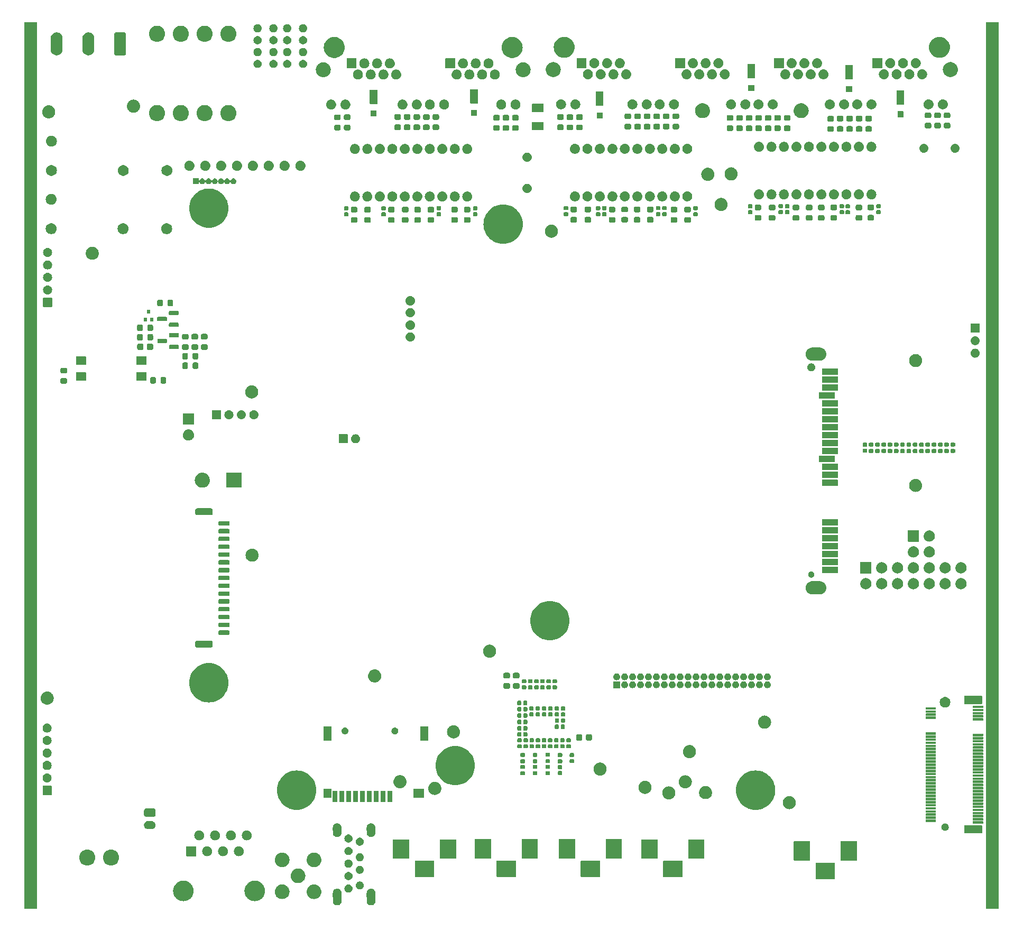
<source format=gbs>
G04 #@! TF.GenerationSoftware,KiCad,Pcbnew,8.0.0-rc1*
G04 #@! TF.CreationDate,2024-01-18T13:04:10+03:00*
G04 #@! TF.ProjectId,MXVR_3566,4d585652-5f33-4353-9636-2e6b69636164,REV1*
G04 #@! TF.SameCoordinates,Original*
G04 #@! TF.FileFunction,Soldermask,Bot*
G04 #@! TF.FilePolarity,Negative*
%FSLAX46Y46*%
G04 Gerber Fmt 4.6, Leading zero omitted, Abs format (unit mm)*
G04 Created by KiCad (PCBNEW 8.0.0-rc1) date 2024-01-18 13:04:10*
%MOMM*%
%LPD*%
G01*
G04 APERTURE LIST*
G04 APERTURE END LIST*
G36*
X49470913Y-25549086D02*
G01*
X49475000Y-25558951D01*
X49475000Y-167541048D01*
X49470913Y-167550913D01*
X49461049Y-167555000D01*
X47478951Y-167555000D01*
X47469086Y-167550913D01*
X47465000Y-167541050D01*
X47474999Y-25558949D01*
X47479086Y-25549085D01*
X47488950Y-25545000D01*
X49461049Y-25545000D01*
X49470913Y-25549086D01*
G37*
G36*
X203470908Y-25549081D02*
G01*
X203475000Y-25558820D01*
X203475000Y-167531048D01*
X203470888Y-167540974D01*
X203461132Y-167545044D01*
X201478975Y-167554955D01*
X201469091Y-167550918D01*
X201465000Y-167541179D01*
X201465000Y-25568951D01*
X201469111Y-25559025D01*
X201478867Y-25554955D01*
X203461024Y-25545044D01*
X203470908Y-25549081D01*
G37*
G36*
X97763490Y-164329185D02*
G01*
X97890449Y-164381773D01*
X98004710Y-164458120D01*
X98101880Y-164555290D01*
X98178227Y-164669551D01*
X98230815Y-164796510D01*
X98257624Y-164931290D01*
X98261000Y-166300000D01*
X98257624Y-166368710D01*
X98230815Y-166503490D01*
X98178227Y-166630449D01*
X98101880Y-166744710D01*
X98004710Y-166841880D01*
X97890449Y-166918227D01*
X97763490Y-166970815D01*
X97628710Y-166997624D01*
X97491290Y-166997624D01*
X97356510Y-166970815D01*
X97229551Y-166918227D01*
X97115290Y-166841880D01*
X97018120Y-166744710D01*
X96941773Y-166630449D01*
X96889185Y-166503490D01*
X96862376Y-166368710D01*
X96859000Y-165000000D01*
X96862376Y-164931290D01*
X96889185Y-164796510D01*
X96941773Y-164669551D01*
X97018120Y-164555290D01*
X97115290Y-164458120D01*
X97229551Y-164381773D01*
X97356510Y-164329185D01*
X97491290Y-164302376D01*
X97628710Y-164302376D01*
X97763490Y-164329185D01*
G37*
G36*
X103183490Y-164329185D02*
G01*
X103310449Y-164381773D01*
X103424710Y-164458120D01*
X103521880Y-164555290D01*
X103598227Y-164669551D01*
X103650815Y-164796510D01*
X103677624Y-164931290D01*
X103681000Y-166300000D01*
X103677624Y-166368710D01*
X103650815Y-166503490D01*
X103598227Y-166630449D01*
X103521880Y-166744710D01*
X103424710Y-166841880D01*
X103310449Y-166918227D01*
X103183490Y-166970815D01*
X103048710Y-166997624D01*
X102911290Y-166997624D01*
X102776510Y-166970815D01*
X102649551Y-166918227D01*
X102535290Y-166841880D01*
X102438120Y-166744710D01*
X102361773Y-166630449D01*
X102309185Y-166503490D01*
X102282376Y-166368710D01*
X102279000Y-165000000D01*
X102282376Y-164931290D01*
X102309185Y-164796510D01*
X102361773Y-164669551D01*
X102438120Y-164555290D01*
X102535290Y-164458120D01*
X102649551Y-164381773D01*
X102776510Y-164329185D01*
X102911290Y-164302376D01*
X103048710Y-164302376D01*
X103183490Y-164329185D01*
G37*
G36*
X72987751Y-163028742D02*
G01*
X73050872Y-163028742D01*
X73119850Y-163039138D01*
X73185773Y-163044327D01*
X73238906Y-163057083D01*
X73294849Y-163065515D01*
X73367947Y-163088063D01*
X73437687Y-163104806D01*
X73482784Y-163123485D01*
X73530632Y-163138245D01*
X73605748Y-163174419D01*
X73677038Y-163203948D01*
X73713631Y-163226372D01*
X73752937Y-163245301D01*
X73827700Y-163296274D01*
X73897933Y-163339313D01*
X73926057Y-163363333D01*
X73956802Y-163384295D01*
X74028589Y-163450904D01*
X74094933Y-163507567D01*
X74115079Y-163531155D01*
X74137676Y-163552122D01*
X74203741Y-163634965D01*
X74263187Y-163704567D01*
X74276260Y-163725901D01*
X74291517Y-163745032D01*
X74349050Y-163844683D01*
X74398552Y-163925462D01*
X74405823Y-163943016D01*
X74414885Y-163958712D01*
X74461115Y-164076504D01*
X74497694Y-164164813D01*
X74500717Y-164177408D01*
X74505029Y-164188393D01*
X74537315Y-164329850D01*
X74558173Y-164416727D01*
X74558714Y-164423601D01*
X74559935Y-164428951D01*
X74575846Y-164641288D01*
X74578500Y-164675000D01*
X74575846Y-164708714D01*
X74559935Y-164921048D01*
X74558714Y-164926396D01*
X74558173Y-164933273D01*
X74537311Y-165020168D01*
X74505029Y-165161606D01*
X74500718Y-165172588D01*
X74497694Y-165185187D01*
X74461108Y-165273513D01*
X74414885Y-165391287D01*
X74405824Y-165406979D01*
X74398552Y-165424538D01*
X74349040Y-165505333D01*
X74291517Y-165604967D01*
X74276263Y-165624094D01*
X74263187Y-165645433D01*
X74203729Y-165715048D01*
X74137676Y-165797877D01*
X74115083Y-165818839D01*
X74094933Y-165842433D01*
X74028576Y-165899107D01*
X73956802Y-165965704D01*
X73926063Y-165986661D01*
X73897933Y-166010687D01*
X73827686Y-166053734D01*
X73752937Y-166104698D01*
X73713638Y-166123622D01*
X73677038Y-166146052D01*
X73605733Y-166175587D01*
X73530632Y-166211754D01*
X73482793Y-166226510D01*
X73437687Y-166245194D01*
X73367932Y-166261940D01*
X73294849Y-166284484D01*
X73238914Y-166292914D01*
X73185773Y-166305673D01*
X73119846Y-166310861D01*
X73050872Y-166321258D01*
X72987751Y-166321258D01*
X72927500Y-166326000D01*
X72867249Y-166321258D01*
X72804128Y-166321258D01*
X72735152Y-166310861D01*
X72669227Y-166305673D01*
X72616086Y-166292915D01*
X72560150Y-166284484D01*
X72487062Y-166261939D01*
X72417313Y-166245194D01*
X72372209Y-166226511D01*
X72324367Y-166211754D01*
X72249261Y-166175585D01*
X72177962Y-166146052D01*
X72141361Y-166123623D01*
X72102063Y-166104698D01*
X72027310Y-166053732D01*
X71957067Y-166010687D01*
X71928940Y-165986664D01*
X71898197Y-165965704D01*
X71826411Y-165899096D01*
X71760067Y-165842433D01*
X71739920Y-165818844D01*
X71717323Y-165797877D01*
X71651255Y-165715030D01*
X71591813Y-165645433D01*
X71578740Y-165624099D01*
X71563482Y-165604967D01*
X71505942Y-165505304D01*
X71456448Y-165424538D01*
X71449177Y-165406985D01*
X71440114Y-165391287D01*
X71393872Y-165273467D01*
X71357306Y-165185187D01*
X71354282Y-165172595D01*
X71349970Y-165161606D01*
X71317668Y-165020083D01*
X71296827Y-164933273D01*
X71296286Y-164926403D01*
X71295064Y-164921048D01*
X71279132Y-164708448D01*
X71276500Y-164675000D01*
X71279132Y-164641553D01*
X71295064Y-164428951D01*
X71296286Y-164423595D01*
X71296827Y-164416727D01*
X71317663Y-164329935D01*
X71349970Y-164188393D01*
X71354283Y-164177402D01*
X71357306Y-164164813D01*
X71393865Y-164076550D01*
X71440114Y-163958712D01*
X71449179Y-163943010D01*
X71456448Y-163925462D01*
X71505932Y-163844711D01*
X71563482Y-163745032D01*
X71578742Y-163725895D01*
X71591813Y-163704567D01*
X71651243Y-163634983D01*
X71717323Y-163552122D01*
X71739924Y-163531150D01*
X71760067Y-163507567D01*
X71826397Y-163450915D01*
X71898197Y-163384295D01*
X71928946Y-163363330D01*
X71957067Y-163339313D01*
X72027295Y-163296276D01*
X72102063Y-163245301D01*
X72141369Y-163226372D01*
X72177962Y-163203948D01*
X72249246Y-163174421D01*
X72324367Y-163138245D01*
X72372218Y-163123484D01*
X72417313Y-163104806D01*
X72487047Y-163088064D01*
X72560150Y-163065515D01*
X72616094Y-163057082D01*
X72669227Y-163044327D01*
X72735148Y-163039138D01*
X72804128Y-163028742D01*
X72867249Y-163028742D01*
X72927500Y-163024000D01*
X72987751Y-163028742D01*
G37*
G36*
X84417751Y-163028742D02*
G01*
X84480872Y-163028742D01*
X84549850Y-163039138D01*
X84615773Y-163044327D01*
X84668906Y-163057083D01*
X84724849Y-163065515D01*
X84797947Y-163088063D01*
X84867687Y-163104806D01*
X84912784Y-163123485D01*
X84960632Y-163138245D01*
X85035748Y-163174419D01*
X85107038Y-163203948D01*
X85143631Y-163226372D01*
X85182937Y-163245301D01*
X85257700Y-163296274D01*
X85327933Y-163339313D01*
X85356057Y-163363333D01*
X85386802Y-163384295D01*
X85458589Y-163450904D01*
X85524933Y-163507567D01*
X85545079Y-163531155D01*
X85567676Y-163552122D01*
X85633741Y-163634965D01*
X85693187Y-163704567D01*
X85706260Y-163725901D01*
X85721517Y-163745032D01*
X85779050Y-163844683D01*
X85828552Y-163925462D01*
X85835823Y-163943016D01*
X85844885Y-163958712D01*
X85891115Y-164076504D01*
X85927694Y-164164813D01*
X85930717Y-164177408D01*
X85935029Y-164188393D01*
X85967315Y-164329850D01*
X85988173Y-164416727D01*
X85988714Y-164423601D01*
X85989935Y-164428951D01*
X86005846Y-164641288D01*
X86008500Y-164675000D01*
X86005846Y-164708714D01*
X85989935Y-164921048D01*
X85988714Y-164926396D01*
X85988173Y-164933273D01*
X85967311Y-165020168D01*
X85935029Y-165161606D01*
X85930718Y-165172588D01*
X85927694Y-165185187D01*
X85891108Y-165273513D01*
X85844885Y-165391287D01*
X85835824Y-165406979D01*
X85828552Y-165424538D01*
X85779040Y-165505333D01*
X85721517Y-165604967D01*
X85706263Y-165624094D01*
X85693187Y-165645433D01*
X85633729Y-165715048D01*
X85567676Y-165797877D01*
X85545083Y-165818839D01*
X85524933Y-165842433D01*
X85458576Y-165899107D01*
X85386802Y-165965704D01*
X85356063Y-165986661D01*
X85327933Y-166010687D01*
X85257686Y-166053734D01*
X85182937Y-166104698D01*
X85143638Y-166123622D01*
X85107038Y-166146052D01*
X85035733Y-166175587D01*
X84960632Y-166211754D01*
X84912793Y-166226510D01*
X84867687Y-166245194D01*
X84797932Y-166261940D01*
X84724849Y-166284484D01*
X84668914Y-166292914D01*
X84615773Y-166305673D01*
X84549846Y-166310861D01*
X84480872Y-166321258D01*
X84417751Y-166321258D01*
X84357500Y-166326000D01*
X84297249Y-166321258D01*
X84234128Y-166321258D01*
X84165152Y-166310861D01*
X84099227Y-166305673D01*
X84046086Y-166292915D01*
X83990150Y-166284484D01*
X83917062Y-166261939D01*
X83847313Y-166245194D01*
X83802209Y-166226511D01*
X83754367Y-166211754D01*
X83679261Y-166175585D01*
X83607962Y-166146052D01*
X83571361Y-166123623D01*
X83532063Y-166104698D01*
X83457310Y-166053732D01*
X83387067Y-166010687D01*
X83358940Y-165986664D01*
X83328197Y-165965704D01*
X83256411Y-165899096D01*
X83190067Y-165842433D01*
X83169920Y-165818844D01*
X83147323Y-165797877D01*
X83081255Y-165715030D01*
X83021813Y-165645433D01*
X83008740Y-165624099D01*
X82993482Y-165604967D01*
X82935942Y-165505304D01*
X82886448Y-165424538D01*
X82879177Y-165406985D01*
X82870114Y-165391287D01*
X82823872Y-165273467D01*
X82787306Y-165185187D01*
X82784282Y-165172595D01*
X82779970Y-165161606D01*
X82747668Y-165020083D01*
X82726827Y-164933273D01*
X82726286Y-164926403D01*
X82725064Y-164921048D01*
X82709132Y-164708448D01*
X82706500Y-164675000D01*
X82709132Y-164641553D01*
X82725064Y-164428951D01*
X82726286Y-164423595D01*
X82726827Y-164416727D01*
X82747663Y-164329935D01*
X82779970Y-164188393D01*
X82784283Y-164177402D01*
X82787306Y-164164813D01*
X82823865Y-164076550D01*
X82870114Y-163958712D01*
X82879179Y-163943010D01*
X82886448Y-163925462D01*
X82935932Y-163844711D01*
X82993482Y-163745032D01*
X83008742Y-163725895D01*
X83021813Y-163704567D01*
X83081243Y-163634983D01*
X83147323Y-163552122D01*
X83169924Y-163531150D01*
X83190067Y-163507567D01*
X83256397Y-163450915D01*
X83328197Y-163384295D01*
X83358946Y-163363330D01*
X83387067Y-163339313D01*
X83457295Y-163296276D01*
X83532063Y-163245301D01*
X83571369Y-163226372D01*
X83607962Y-163203948D01*
X83679246Y-163174421D01*
X83754367Y-163138245D01*
X83802218Y-163123484D01*
X83847313Y-163104806D01*
X83917047Y-163088064D01*
X83990150Y-163065515D01*
X84046094Y-163057082D01*
X84099227Y-163044327D01*
X84165148Y-163039138D01*
X84234128Y-163028742D01*
X84297249Y-163028742D01*
X84357500Y-163024000D01*
X84417751Y-163028742D01*
G37*
G36*
X88805380Y-163639017D02*
G01*
X88858508Y-163639017D01*
X88905247Y-163647754D01*
X88954180Y-163652035D01*
X89014240Y-163668128D01*
X89071828Y-163678893D01*
X89110885Y-163694024D01*
X89152158Y-163705083D01*
X89214640Y-163734219D01*
X89274188Y-163757288D01*
X89304924Y-163776319D01*
X89337915Y-163791703D01*
X89400148Y-163835279D01*
X89458698Y-163871532D01*
X89481141Y-163891991D01*
X89505807Y-163909263D01*
X89564808Y-163968264D01*
X89619074Y-164017734D01*
X89633866Y-164037322D01*
X89650736Y-164054192D01*
X89703358Y-164129344D01*
X89749855Y-164190916D01*
X89758185Y-164207645D01*
X89768296Y-164222085D01*
X89811354Y-164314422D01*
X89846587Y-164385180D01*
X89850089Y-164397491D01*
X89854916Y-164407841D01*
X89885330Y-164521348D01*
X89905976Y-164593911D01*
X89906611Y-164600772D01*
X89907964Y-164605819D01*
X89922904Y-164776598D01*
X89926000Y-164810000D01*
X89922904Y-164843404D01*
X89907964Y-165014180D01*
X89906611Y-165019225D01*
X89905976Y-165026089D01*
X89885325Y-165098667D01*
X89854916Y-165212158D01*
X89850090Y-165222506D01*
X89846587Y-165234820D01*
X89811350Y-165305584D01*
X89768296Y-165397915D01*
X89758185Y-165412354D01*
X89749855Y-165429084D01*
X89703353Y-165490662D01*
X89650736Y-165565807D01*
X89633869Y-165582673D01*
X89619074Y-165602266D01*
X89564796Y-165651746D01*
X89505807Y-165710736D01*
X89481146Y-165728003D01*
X89458698Y-165748468D01*
X89400135Y-165784728D01*
X89337915Y-165828296D01*
X89304930Y-165843676D01*
X89274188Y-165862712D01*
X89214627Y-165885785D01*
X89152158Y-165914916D01*
X89110894Y-165925972D01*
X89071828Y-165941107D01*
X89014228Y-165951874D01*
X88954180Y-165967964D01*
X88905257Y-165972244D01*
X88858508Y-165980983D01*
X88805369Y-165980983D01*
X88750000Y-165985827D01*
X88694631Y-165980983D01*
X88641492Y-165980983D01*
X88594742Y-165972244D01*
X88545819Y-165967964D01*
X88485768Y-165951873D01*
X88428172Y-165941107D01*
X88389107Y-165925973D01*
X88347841Y-165914916D01*
X88285366Y-165885783D01*
X88225812Y-165862712D01*
X88195072Y-165843678D01*
X88162084Y-165828296D01*
X88099855Y-165784722D01*
X88041302Y-165748468D01*
X88018857Y-165728006D01*
X87994192Y-165710736D01*
X87935191Y-165651735D01*
X87880926Y-165602266D01*
X87866133Y-165582677D01*
X87849263Y-165565807D01*
X87796632Y-165490643D01*
X87750145Y-165429084D01*
X87741817Y-165412359D01*
X87731703Y-165397915D01*
X87688633Y-165305552D01*
X87653413Y-165234820D01*
X87649910Y-165222511D01*
X87645083Y-165212158D01*
X87614657Y-165098607D01*
X87594024Y-165026089D01*
X87593388Y-165019231D01*
X87592035Y-165014180D01*
X87577077Y-164843211D01*
X87574000Y-164810000D01*
X87577077Y-164776791D01*
X87592035Y-164605819D01*
X87593388Y-164600766D01*
X87594024Y-164593911D01*
X87614652Y-164521408D01*
X87645083Y-164407841D01*
X87649911Y-164397486D01*
X87653413Y-164385180D01*
X87688630Y-164314454D01*
X87731703Y-164222085D01*
X87741817Y-164207640D01*
X87750145Y-164190916D01*
X87796627Y-164129363D01*
X87849263Y-164054192D01*
X87866136Y-164037318D01*
X87880926Y-164017734D01*
X87935180Y-163968274D01*
X87994192Y-163909263D01*
X88018861Y-163891989D01*
X88041302Y-163871532D01*
X88099848Y-163835281D01*
X88162085Y-163791703D01*
X88195076Y-163776318D01*
X88225812Y-163757288D01*
X88285355Y-163734220D01*
X88347841Y-163705083D01*
X88389116Y-163694023D01*
X88428172Y-163678893D01*
X88485756Y-163668128D01*
X88545819Y-163652035D01*
X88594752Y-163647753D01*
X88641492Y-163639017D01*
X88694620Y-163639017D01*
X88750000Y-163634172D01*
X88805380Y-163639017D01*
G37*
G36*
X93905380Y-163639017D02*
G01*
X93958508Y-163639017D01*
X94005247Y-163647754D01*
X94054180Y-163652035D01*
X94114240Y-163668128D01*
X94171828Y-163678893D01*
X94210885Y-163694024D01*
X94252158Y-163705083D01*
X94314640Y-163734219D01*
X94374188Y-163757288D01*
X94404924Y-163776319D01*
X94437915Y-163791703D01*
X94500148Y-163835279D01*
X94558698Y-163871532D01*
X94581141Y-163891991D01*
X94605807Y-163909263D01*
X94664808Y-163968264D01*
X94719074Y-164017734D01*
X94733866Y-164037322D01*
X94750736Y-164054192D01*
X94803358Y-164129344D01*
X94849855Y-164190916D01*
X94858185Y-164207645D01*
X94868296Y-164222085D01*
X94911354Y-164314422D01*
X94946587Y-164385180D01*
X94950089Y-164397491D01*
X94954916Y-164407841D01*
X94985330Y-164521348D01*
X95005976Y-164593911D01*
X95006611Y-164600772D01*
X95007964Y-164605819D01*
X95022904Y-164776598D01*
X95026000Y-164810000D01*
X95022904Y-164843404D01*
X95007964Y-165014180D01*
X95006611Y-165019225D01*
X95005976Y-165026089D01*
X94985325Y-165098667D01*
X94954916Y-165212158D01*
X94950090Y-165222506D01*
X94946587Y-165234820D01*
X94911350Y-165305584D01*
X94868296Y-165397915D01*
X94858185Y-165412354D01*
X94849855Y-165429084D01*
X94803353Y-165490662D01*
X94750736Y-165565807D01*
X94733869Y-165582673D01*
X94719074Y-165602266D01*
X94664796Y-165651746D01*
X94605807Y-165710736D01*
X94581146Y-165728003D01*
X94558698Y-165748468D01*
X94500135Y-165784728D01*
X94437915Y-165828296D01*
X94404930Y-165843676D01*
X94374188Y-165862712D01*
X94314627Y-165885785D01*
X94252158Y-165914916D01*
X94210894Y-165925972D01*
X94171828Y-165941107D01*
X94114228Y-165951874D01*
X94054180Y-165967964D01*
X94005257Y-165972244D01*
X93958508Y-165980983D01*
X93905369Y-165980983D01*
X93850000Y-165985827D01*
X93794631Y-165980983D01*
X93741492Y-165980983D01*
X93694742Y-165972244D01*
X93645819Y-165967964D01*
X93585768Y-165951873D01*
X93528172Y-165941107D01*
X93489107Y-165925973D01*
X93447841Y-165914916D01*
X93385366Y-165885783D01*
X93325812Y-165862712D01*
X93295072Y-165843678D01*
X93262084Y-165828296D01*
X93199855Y-165784722D01*
X93141302Y-165748468D01*
X93118857Y-165728006D01*
X93094192Y-165710736D01*
X93035191Y-165651735D01*
X92980926Y-165602266D01*
X92966133Y-165582677D01*
X92949263Y-165565807D01*
X92896632Y-165490643D01*
X92850145Y-165429084D01*
X92841817Y-165412359D01*
X92831703Y-165397915D01*
X92788633Y-165305552D01*
X92753413Y-165234820D01*
X92749910Y-165222511D01*
X92745083Y-165212158D01*
X92714657Y-165098607D01*
X92694024Y-165026089D01*
X92693388Y-165019231D01*
X92692035Y-165014180D01*
X92677077Y-164843211D01*
X92674000Y-164810000D01*
X92677077Y-164776791D01*
X92692035Y-164605819D01*
X92693388Y-164600766D01*
X92694024Y-164593911D01*
X92714652Y-164521408D01*
X92745083Y-164407841D01*
X92749911Y-164397486D01*
X92753413Y-164385180D01*
X92788630Y-164314454D01*
X92831703Y-164222085D01*
X92841817Y-164207640D01*
X92850145Y-164190916D01*
X92896627Y-164129363D01*
X92949263Y-164054192D01*
X92966136Y-164037318D01*
X92980926Y-164017734D01*
X93035180Y-163968274D01*
X93094192Y-163909263D01*
X93118861Y-163891989D01*
X93141302Y-163871532D01*
X93199848Y-163835281D01*
X93262085Y-163791703D01*
X93295076Y-163776318D01*
X93325812Y-163757288D01*
X93385355Y-163734220D01*
X93447841Y-163705083D01*
X93489116Y-163694023D01*
X93528172Y-163678893D01*
X93585756Y-163668128D01*
X93645819Y-163652035D01*
X93694752Y-163647753D01*
X93741492Y-163639017D01*
X93794620Y-163639017D01*
X93850000Y-163634172D01*
X93905380Y-163639017D01*
G37*
G36*
X99600848Y-163691304D02*
G01*
X99739810Y-163764238D01*
X99857280Y-163868307D01*
X99946432Y-163997465D01*
X100002083Y-164144206D01*
X100021000Y-164300000D01*
X100002083Y-164455794D01*
X99946432Y-164602535D01*
X99857280Y-164731693D01*
X99739810Y-164835762D01*
X99600848Y-164908696D01*
X99448469Y-164946253D01*
X99291531Y-164946253D01*
X99139152Y-164908696D01*
X99000190Y-164835762D01*
X98882720Y-164731693D01*
X98793568Y-164602535D01*
X98737917Y-164455794D01*
X98719000Y-164300000D01*
X98737917Y-164144206D01*
X98793568Y-163997465D01*
X98882720Y-163868307D01*
X99000190Y-163764238D01*
X99139152Y-163691304D01*
X99291531Y-163653747D01*
X99448469Y-163653747D01*
X99600848Y-163691304D01*
G37*
G36*
X101400848Y-163191304D02*
G01*
X101539810Y-163264238D01*
X101657280Y-163368307D01*
X101746432Y-163497465D01*
X101802083Y-163644206D01*
X101821000Y-163800000D01*
X101802083Y-163955794D01*
X101746432Y-164102535D01*
X101657280Y-164231693D01*
X101539810Y-164335762D01*
X101400848Y-164408696D01*
X101248469Y-164446253D01*
X101091531Y-164446253D01*
X100939152Y-164408696D01*
X100800190Y-164335762D01*
X100682720Y-164231693D01*
X100593568Y-164102535D01*
X100537917Y-163955794D01*
X100519000Y-163800000D01*
X100537917Y-163644206D01*
X100593568Y-163497465D01*
X100682720Y-163368307D01*
X100800190Y-163264238D01*
X100939152Y-163191304D01*
X101091531Y-163153747D01*
X101248469Y-163153747D01*
X101400848Y-163191304D01*
G37*
G36*
X91355380Y-161089017D02*
G01*
X91408508Y-161089017D01*
X91455247Y-161097754D01*
X91504180Y-161102035D01*
X91564240Y-161118128D01*
X91621828Y-161128893D01*
X91660885Y-161144024D01*
X91702158Y-161155083D01*
X91764640Y-161184219D01*
X91824188Y-161207288D01*
X91854924Y-161226319D01*
X91887915Y-161241703D01*
X91950148Y-161285279D01*
X92008698Y-161321532D01*
X92031141Y-161341991D01*
X92055807Y-161359263D01*
X92114808Y-161418264D01*
X92169074Y-161467734D01*
X92183866Y-161487322D01*
X92200736Y-161504192D01*
X92253358Y-161579344D01*
X92299855Y-161640916D01*
X92308185Y-161657645D01*
X92318296Y-161672085D01*
X92361354Y-161764422D01*
X92396587Y-161835180D01*
X92400089Y-161847491D01*
X92404916Y-161857841D01*
X92435330Y-161971348D01*
X92455976Y-162043911D01*
X92456611Y-162050772D01*
X92457964Y-162055819D01*
X92472904Y-162226598D01*
X92476000Y-162260000D01*
X92472904Y-162293404D01*
X92457964Y-162464180D01*
X92456611Y-162469225D01*
X92455976Y-162476089D01*
X92435325Y-162548667D01*
X92404916Y-162662158D01*
X92400090Y-162672506D01*
X92396587Y-162684820D01*
X92361350Y-162755584D01*
X92318296Y-162847915D01*
X92308185Y-162862354D01*
X92299855Y-162879084D01*
X92253353Y-162940662D01*
X92200736Y-163015807D01*
X92183869Y-163032673D01*
X92169074Y-163052266D01*
X92114796Y-163101746D01*
X92055807Y-163160736D01*
X92031146Y-163178003D01*
X92008698Y-163198468D01*
X91950135Y-163234728D01*
X91887915Y-163278296D01*
X91854930Y-163293676D01*
X91824188Y-163312712D01*
X91764627Y-163335785D01*
X91702158Y-163364916D01*
X91660894Y-163375972D01*
X91621828Y-163391107D01*
X91564228Y-163401874D01*
X91504180Y-163417964D01*
X91455257Y-163422244D01*
X91408508Y-163430983D01*
X91355369Y-163430983D01*
X91300000Y-163435827D01*
X91244631Y-163430983D01*
X91191492Y-163430983D01*
X91144742Y-163422244D01*
X91095819Y-163417964D01*
X91035768Y-163401873D01*
X90978172Y-163391107D01*
X90939107Y-163375973D01*
X90897841Y-163364916D01*
X90835366Y-163335783D01*
X90775812Y-163312712D01*
X90745072Y-163293678D01*
X90712084Y-163278296D01*
X90649855Y-163234722D01*
X90591302Y-163198468D01*
X90568857Y-163178006D01*
X90544192Y-163160736D01*
X90485191Y-163101735D01*
X90430926Y-163052266D01*
X90416133Y-163032677D01*
X90399263Y-163015807D01*
X90346632Y-162940643D01*
X90300145Y-162879084D01*
X90291817Y-162862359D01*
X90281703Y-162847915D01*
X90238633Y-162755552D01*
X90203413Y-162684820D01*
X90199910Y-162672511D01*
X90195083Y-162662158D01*
X90164657Y-162548607D01*
X90144024Y-162476089D01*
X90143388Y-162469231D01*
X90142035Y-162464180D01*
X90127077Y-162293211D01*
X90124000Y-162260000D01*
X90127077Y-162226791D01*
X90142035Y-162055819D01*
X90143388Y-162050766D01*
X90144024Y-162043911D01*
X90164652Y-161971408D01*
X90195083Y-161857841D01*
X90199911Y-161847486D01*
X90203413Y-161835180D01*
X90238630Y-161764454D01*
X90281703Y-161672085D01*
X90291817Y-161657640D01*
X90300145Y-161640916D01*
X90346627Y-161579363D01*
X90399263Y-161504192D01*
X90416136Y-161487318D01*
X90430926Y-161467734D01*
X90485180Y-161418274D01*
X90544192Y-161359263D01*
X90568861Y-161341989D01*
X90591302Y-161321532D01*
X90649848Y-161285281D01*
X90712085Y-161241703D01*
X90745076Y-161226318D01*
X90775812Y-161207288D01*
X90835355Y-161184220D01*
X90897841Y-161155083D01*
X90939116Y-161144023D01*
X90978172Y-161128893D01*
X91035756Y-161118128D01*
X91095819Y-161102035D01*
X91144752Y-161097753D01*
X91191492Y-161089017D01*
X91244620Y-161089017D01*
X91300000Y-161084172D01*
X91355380Y-161089017D01*
G37*
G36*
X99600848Y-161691304D02*
G01*
X99739810Y-161764238D01*
X99857280Y-161868307D01*
X99946432Y-161997465D01*
X100002083Y-162144206D01*
X100021000Y-162300000D01*
X100002083Y-162455794D01*
X99946432Y-162602535D01*
X99857280Y-162731693D01*
X99739810Y-162835762D01*
X99600848Y-162908696D01*
X99448469Y-162946253D01*
X99291531Y-162946253D01*
X99139152Y-162908696D01*
X99000190Y-162835762D01*
X98882720Y-162731693D01*
X98793568Y-162602535D01*
X98737917Y-162455794D01*
X98719000Y-162300000D01*
X98737917Y-162144206D01*
X98793568Y-161997465D01*
X98882720Y-161868307D01*
X99000190Y-161764238D01*
X99139152Y-161691304D01*
X99291531Y-161653747D01*
X99448469Y-161653747D01*
X99600848Y-161691304D01*
G37*
G36*
X177259517Y-160172882D02*
G01*
X177276062Y-160183938D01*
X177287118Y-160200483D01*
X177291000Y-160220000D01*
X177291000Y-162720000D01*
X177287118Y-162739517D01*
X177276062Y-162756062D01*
X177259517Y-162767118D01*
X177240000Y-162771000D01*
X174240000Y-162771000D01*
X174220483Y-162767118D01*
X174203938Y-162756062D01*
X174192882Y-162739517D01*
X174189000Y-162720000D01*
X174189000Y-160220000D01*
X174192882Y-160200483D01*
X174203938Y-160183938D01*
X174220483Y-160172882D01*
X174240000Y-160169000D01*
X177240000Y-160169000D01*
X177259517Y-160172882D01*
G37*
G36*
X152839517Y-159882882D02*
G01*
X152856062Y-159893938D01*
X152867118Y-159910483D01*
X152871000Y-159930000D01*
X152871000Y-162430000D01*
X152867118Y-162449517D01*
X152856062Y-162466062D01*
X152839517Y-162477118D01*
X152820000Y-162481000D01*
X149820000Y-162481000D01*
X149800483Y-162477118D01*
X149783938Y-162466062D01*
X149772882Y-162449517D01*
X149769000Y-162430000D01*
X149769000Y-159930000D01*
X149772882Y-159910483D01*
X149783938Y-159893938D01*
X149800483Y-159882882D01*
X149820000Y-159879000D01*
X152820000Y-159879000D01*
X152839517Y-159882882D01*
G37*
G36*
X113079517Y-159872882D02*
G01*
X113096062Y-159883938D01*
X113107118Y-159900483D01*
X113111000Y-159920000D01*
X113111000Y-162420000D01*
X113107118Y-162439517D01*
X113096062Y-162456062D01*
X113079517Y-162467118D01*
X113060000Y-162471000D01*
X110060000Y-162471000D01*
X110040483Y-162467118D01*
X110023938Y-162456062D01*
X110012882Y-162439517D01*
X110009000Y-162420000D01*
X110009000Y-159920000D01*
X110012882Y-159900483D01*
X110023938Y-159883938D01*
X110040483Y-159872882D01*
X110060000Y-159869000D01*
X113060000Y-159869000D01*
X113079517Y-159872882D01*
G37*
G36*
X126169517Y-159842882D02*
G01*
X126186062Y-159853938D01*
X126197118Y-159870483D01*
X126201000Y-159890000D01*
X126201000Y-162390000D01*
X126197118Y-162409517D01*
X126186062Y-162426062D01*
X126169517Y-162437118D01*
X126150000Y-162441000D01*
X123150000Y-162441000D01*
X123130483Y-162437118D01*
X123113938Y-162426062D01*
X123102882Y-162409517D01*
X123099000Y-162390000D01*
X123099000Y-159890000D01*
X123102882Y-159870483D01*
X123113938Y-159853938D01*
X123130483Y-159842882D01*
X123150000Y-159839000D01*
X126150000Y-159839000D01*
X126169517Y-159842882D01*
G37*
G36*
X139639517Y-159842882D02*
G01*
X139656062Y-159853938D01*
X139667118Y-159870483D01*
X139671000Y-159890000D01*
X139671000Y-162390000D01*
X139667118Y-162409517D01*
X139656062Y-162426062D01*
X139639517Y-162437118D01*
X139620000Y-162441000D01*
X136620000Y-162441000D01*
X136600483Y-162437118D01*
X136583938Y-162426062D01*
X136572882Y-162409517D01*
X136569000Y-162390000D01*
X136569000Y-159890000D01*
X136572882Y-159870483D01*
X136583938Y-159853938D01*
X136600483Y-159842882D01*
X136620000Y-159839000D01*
X139620000Y-159839000D01*
X139639517Y-159842882D01*
G37*
G36*
X101400848Y-160691304D02*
G01*
X101539810Y-160764238D01*
X101657280Y-160868307D01*
X101746432Y-160997465D01*
X101802083Y-161144206D01*
X101821000Y-161300000D01*
X101802083Y-161455794D01*
X101746432Y-161602535D01*
X101657280Y-161731693D01*
X101539810Y-161835762D01*
X101400848Y-161908696D01*
X101248469Y-161946253D01*
X101091531Y-161946253D01*
X100939152Y-161908696D01*
X100800190Y-161835762D01*
X100682720Y-161731693D01*
X100593568Y-161602535D01*
X100537917Y-161455794D01*
X100519000Y-161300000D01*
X100537917Y-161144206D01*
X100593568Y-160997465D01*
X100682720Y-160868307D01*
X100800190Y-160764238D01*
X100939152Y-160691304D01*
X101091531Y-160653747D01*
X101248469Y-160653747D01*
X101400848Y-160691304D01*
G37*
G36*
X99600848Y-159691304D02*
G01*
X99739810Y-159764238D01*
X99857280Y-159868307D01*
X99946432Y-159997465D01*
X100002083Y-160144206D01*
X100021000Y-160300000D01*
X100002083Y-160455794D01*
X99946432Y-160602535D01*
X99857280Y-160731693D01*
X99739810Y-160835762D01*
X99600848Y-160908696D01*
X99448469Y-160946253D01*
X99291531Y-160946253D01*
X99139152Y-160908696D01*
X99000190Y-160835762D01*
X98882720Y-160731693D01*
X98793568Y-160602535D01*
X98737917Y-160455794D01*
X98719000Y-160300000D01*
X98737917Y-160144206D01*
X98793568Y-159997465D01*
X98882720Y-159868307D01*
X99000190Y-159764238D01*
X99139152Y-159691304D01*
X99291531Y-159653747D01*
X99448469Y-159653747D01*
X99600848Y-159691304D01*
G37*
G36*
X88805380Y-158539017D02*
G01*
X88858508Y-158539017D01*
X88905247Y-158547754D01*
X88954180Y-158552035D01*
X89014240Y-158568128D01*
X89071828Y-158578893D01*
X89110885Y-158594024D01*
X89152158Y-158605083D01*
X89214640Y-158634219D01*
X89274188Y-158657288D01*
X89304924Y-158676319D01*
X89337915Y-158691703D01*
X89400148Y-158735279D01*
X89458698Y-158771532D01*
X89481141Y-158791991D01*
X89505807Y-158809263D01*
X89564808Y-158868264D01*
X89619074Y-158917734D01*
X89633866Y-158937322D01*
X89650736Y-158954192D01*
X89703358Y-159029344D01*
X89749855Y-159090916D01*
X89758185Y-159107645D01*
X89768296Y-159122085D01*
X89811354Y-159214422D01*
X89846587Y-159285180D01*
X89850089Y-159297491D01*
X89854916Y-159307841D01*
X89885330Y-159421348D01*
X89905976Y-159493911D01*
X89906611Y-159500772D01*
X89907964Y-159505819D01*
X89922904Y-159676598D01*
X89926000Y-159710000D01*
X89922904Y-159743404D01*
X89907964Y-159914180D01*
X89906611Y-159919225D01*
X89905976Y-159926089D01*
X89885325Y-159998667D01*
X89854916Y-160112158D01*
X89850090Y-160122506D01*
X89846587Y-160134820D01*
X89811350Y-160205584D01*
X89768296Y-160297915D01*
X89758185Y-160312354D01*
X89749855Y-160329084D01*
X89703353Y-160390662D01*
X89650736Y-160465807D01*
X89633869Y-160482673D01*
X89619074Y-160502266D01*
X89564796Y-160551746D01*
X89505807Y-160610736D01*
X89481146Y-160628003D01*
X89458698Y-160648468D01*
X89400135Y-160684728D01*
X89337915Y-160728296D01*
X89304930Y-160743676D01*
X89274188Y-160762712D01*
X89214627Y-160785785D01*
X89152158Y-160814916D01*
X89110894Y-160825972D01*
X89071828Y-160841107D01*
X89014228Y-160851874D01*
X88954180Y-160867964D01*
X88905257Y-160872244D01*
X88858508Y-160880983D01*
X88805369Y-160880983D01*
X88750000Y-160885827D01*
X88694631Y-160880983D01*
X88641492Y-160880983D01*
X88594742Y-160872244D01*
X88545819Y-160867964D01*
X88485768Y-160851873D01*
X88428172Y-160841107D01*
X88389107Y-160825973D01*
X88347841Y-160814916D01*
X88285366Y-160785783D01*
X88225812Y-160762712D01*
X88195072Y-160743678D01*
X88162084Y-160728296D01*
X88099855Y-160684722D01*
X88041302Y-160648468D01*
X88018857Y-160628006D01*
X87994192Y-160610736D01*
X87935191Y-160551735D01*
X87880926Y-160502266D01*
X87866133Y-160482677D01*
X87849263Y-160465807D01*
X87796632Y-160390643D01*
X87750145Y-160329084D01*
X87741817Y-160312359D01*
X87731703Y-160297915D01*
X87688633Y-160205552D01*
X87653413Y-160134820D01*
X87649910Y-160122511D01*
X87645083Y-160112158D01*
X87614657Y-159998607D01*
X87594024Y-159926089D01*
X87593388Y-159919231D01*
X87592035Y-159914180D01*
X87577077Y-159743211D01*
X87574000Y-159710000D01*
X87577077Y-159676791D01*
X87592035Y-159505819D01*
X87593388Y-159500766D01*
X87594024Y-159493911D01*
X87614652Y-159421408D01*
X87645083Y-159307841D01*
X87649911Y-159297486D01*
X87653413Y-159285180D01*
X87688630Y-159214454D01*
X87731703Y-159122085D01*
X87741817Y-159107640D01*
X87750145Y-159090916D01*
X87796627Y-159029363D01*
X87849263Y-158954192D01*
X87866136Y-158937318D01*
X87880926Y-158917734D01*
X87935180Y-158868274D01*
X87994192Y-158809263D01*
X88018861Y-158791989D01*
X88041302Y-158771532D01*
X88099848Y-158735281D01*
X88162085Y-158691703D01*
X88195076Y-158676318D01*
X88225812Y-158657288D01*
X88285355Y-158634220D01*
X88347841Y-158605083D01*
X88389116Y-158594023D01*
X88428172Y-158578893D01*
X88485756Y-158568128D01*
X88545819Y-158552035D01*
X88594752Y-158547753D01*
X88641492Y-158539017D01*
X88694620Y-158539017D01*
X88750000Y-158534172D01*
X88805380Y-158539017D01*
G37*
G36*
X93905380Y-158539017D02*
G01*
X93958508Y-158539017D01*
X94005247Y-158547754D01*
X94054180Y-158552035D01*
X94114240Y-158568128D01*
X94171828Y-158578893D01*
X94210885Y-158594024D01*
X94252158Y-158605083D01*
X94314640Y-158634219D01*
X94374188Y-158657288D01*
X94404924Y-158676319D01*
X94437915Y-158691703D01*
X94500148Y-158735279D01*
X94558698Y-158771532D01*
X94581141Y-158791991D01*
X94605807Y-158809263D01*
X94664808Y-158868264D01*
X94719074Y-158917734D01*
X94733866Y-158937322D01*
X94750736Y-158954192D01*
X94803358Y-159029344D01*
X94849855Y-159090916D01*
X94858185Y-159107645D01*
X94868296Y-159122085D01*
X94911354Y-159214422D01*
X94946587Y-159285180D01*
X94950089Y-159297491D01*
X94954916Y-159307841D01*
X94985330Y-159421348D01*
X95005976Y-159493911D01*
X95006611Y-159500772D01*
X95007964Y-159505819D01*
X95022904Y-159676598D01*
X95026000Y-159710000D01*
X95022904Y-159743404D01*
X95007964Y-159914180D01*
X95006611Y-159919225D01*
X95005976Y-159926089D01*
X94985325Y-159998667D01*
X94954916Y-160112158D01*
X94950090Y-160122506D01*
X94946587Y-160134820D01*
X94911350Y-160205584D01*
X94868296Y-160297915D01*
X94858185Y-160312354D01*
X94849855Y-160329084D01*
X94803353Y-160390662D01*
X94750736Y-160465807D01*
X94733869Y-160482673D01*
X94719074Y-160502266D01*
X94664796Y-160551746D01*
X94605807Y-160610736D01*
X94581146Y-160628003D01*
X94558698Y-160648468D01*
X94500135Y-160684728D01*
X94437915Y-160728296D01*
X94404930Y-160743676D01*
X94374188Y-160762712D01*
X94314627Y-160785785D01*
X94252158Y-160814916D01*
X94210894Y-160825972D01*
X94171828Y-160841107D01*
X94114228Y-160851874D01*
X94054180Y-160867964D01*
X94005257Y-160872244D01*
X93958508Y-160880983D01*
X93905369Y-160880983D01*
X93850000Y-160885827D01*
X93794631Y-160880983D01*
X93741492Y-160880983D01*
X93694742Y-160872244D01*
X93645819Y-160867964D01*
X93585768Y-160851873D01*
X93528172Y-160841107D01*
X93489107Y-160825973D01*
X93447841Y-160814916D01*
X93385366Y-160785783D01*
X93325812Y-160762712D01*
X93295072Y-160743678D01*
X93262084Y-160728296D01*
X93199855Y-160684722D01*
X93141302Y-160648468D01*
X93118857Y-160628006D01*
X93094192Y-160610736D01*
X93035191Y-160551735D01*
X92980926Y-160502266D01*
X92966133Y-160482677D01*
X92949263Y-160465807D01*
X92896632Y-160390643D01*
X92850145Y-160329084D01*
X92841817Y-160312359D01*
X92831703Y-160297915D01*
X92788633Y-160205552D01*
X92753413Y-160134820D01*
X92749910Y-160122511D01*
X92745083Y-160112158D01*
X92714657Y-159998607D01*
X92694024Y-159926089D01*
X92693388Y-159919231D01*
X92692035Y-159914180D01*
X92677077Y-159743211D01*
X92674000Y-159710000D01*
X92677077Y-159676791D01*
X92692035Y-159505819D01*
X92693388Y-159500766D01*
X92694024Y-159493911D01*
X92714652Y-159421408D01*
X92745083Y-159307841D01*
X92749911Y-159297486D01*
X92753413Y-159285180D01*
X92788630Y-159214454D01*
X92831703Y-159122085D01*
X92841817Y-159107640D01*
X92850145Y-159090916D01*
X92896627Y-159029363D01*
X92949263Y-158954192D01*
X92966136Y-158937318D01*
X92980926Y-158917734D01*
X93035180Y-158868274D01*
X93094192Y-158809263D01*
X93118861Y-158791989D01*
X93141302Y-158771532D01*
X93199848Y-158735281D01*
X93262085Y-158691703D01*
X93295076Y-158676318D01*
X93325812Y-158657288D01*
X93385355Y-158634220D01*
X93447841Y-158605083D01*
X93489116Y-158594023D01*
X93528172Y-158578893D01*
X93585756Y-158568128D01*
X93645819Y-158552035D01*
X93694752Y-158547753D01*
X93741492Y-158539017D01*
X93794620Y-158539017D01*
X93850000Y-158534172D01*
X93905380Y-158539017D01*
G37*
G36*
X57755916Y-158058765D02*
G01*
X57974968Y-158117460D01*
X58180500Y-158213301D01*
X58366267Y-158343376D01*
X58526624Y-158503733D01*
X58656699Y-158689500D01*
X58752540Y-158895032D01*
X58811235Y-159114084D01*
X58831000Y-159340000D01*
X58811235Y-159565916D01*
X58752540Y-159784968D01*
X58656699Y-159990500D01*
X58526624Y-160176267D01*
X58366267Y-160336624D01*
X58180500Y-160466699D01*
X57974968Y-160562540D01*
X57755916Y-160621235D01*
X57530000Y-160641000D01*
X57304084Y-160621235D01*
X57085032Y-160562540D01*
X56879500Y-160466699D01*
X56693733Y-160336624D01*
X56533376Y-160176267D01*
X56403301Y-159990500D01*
X56307460Y-159784968D01*
X56248765Y-159565916D01*
X56229000Y-159340000D01*
X56248765Y-159114084D01*
X56307460Y-158895032D01*
X56403301Y-158689500D01*
X56533376Y-158503733D01*
X56693733Y-158343376D01*
X56879500Y-158213301D01*
X57085032Y-158117460D01*
X57304084Y-158058765D01*
X57530000Y-158039000D01*
X57755916Y-158058765D01*
G37*
G36*
X61565916Y-158058765D02*
G01*
X61784968Y-158117460D01*
X61990500Y-158213301D01*
X62176267Y-158343376D01*
X62336624Y-158503733D01*
X62466699Y-158689500D01*
X62562540Y-158895032D01*
X62621235Y-159114084D01*
X62641000Y-159340000D01*
X62621235Y-159565916D01*
X62562540Y-159784968D01*
X62466699Y-159990500D01*
X62336624Y-160176267D01*
X62176267Y-160336624D01*
X61990500Y-160466699D01*
X61784968Y-160562540D01*
X61565916Y-160621235D01*
X61340000Y-160641000D01*
X61114084Y-160621235D01*
X60895032Y-160562540D01*
X60689500Y-160466699D01*
X60503733Y-160336624D01*
X60343376Y-160176267D01*
X60213301Y-159990500D01*
X60117460Y-159784968D01*
X60058765Y-159565916D01*
X60039000Y-159340000D01*
X60058765Y-159114084D01*
X60117460Y-158895032D01*
X60213301Y-158689500D01*
X60343376Y-158503733D01*
X60503733Y-158343376D01*
X60689500Y-158213301D01*
X60895032Y-158117460D01*
X61114084Y-158058765D01*
X61340000Y-158039000D01*
X61565916Y-158058765D01*
G37*
G36*
X101400848Y-158691304D02*
G01*
X101539810Y-158764238D01*
X101657280Y-158868307D01*
X101746432Y-158997465D01*
X101802083Y-159144206D01*
X101821000Y-159300000D01*
X101802083Y-159455794D01*
X101746432Y-159602535D01*
X101657280Y-159731693D01*
X101539810Y-159835762D01*
X101400848Y-159908696D01*
X101248469Y-159946253D01*
X101091531Y-159946253D01*
X100939152Y-159908696D01*
X100800190Y-159835762D01*
X100682720Y-159731693D01*
X100593568Y-159602535D01*
X100537917Y-159455794D01*
X100519000Y-159300000D01*
X100537917Y-159144206D01*
X100593568Y-158997465D01*
X100682720Y-158868307D01*
X100800190Y-158764238D01*
X100939152Y-158691304D01*
X101091531Y-158653747D01*
X101248469Y-158653747D01*
X101400848Y-158691304D01*
G37*
G36*
X173259517Y-156722882D02*
G01*
X173276062Y-156733938D01*
X173287118Y-156750483D01*
X173291000Y-156770000D01*
X173291000Y-159770000D01*
X173287118Y-159789517D01*
X173276062Y-159806062D01*
X173259517Y-159817118D01*
X173240000Y-159821000D01*
X170740000Y-159821000D01*
X170720483Y-159817118D01*
X170703938Y-159806062D01*
X170692882Y-159789517D01*
X170689000Y-159770000D01*
X170689000Y-156770000D01*
X170692882Y-156750483D01*
X170703938Y-156733938D01*
X170720483Y-156722882D01*
X170740000Y-156719000D01*
X173240000Y-156719000D01*
X173259517Y-156722882D01*
G37*
G36*
X180759517Y-156722882D02*
G01*
X180776062Y-156733938D01*
X180787118Y-156750483D01*
X180791000Y-156770000D01*
X180791000Y-159770000D01*
X180787118Y-159789517D01*
X180776062Y-159806062D01*
X180759517Y-159817118D01*
X180740000Y-159821000D01*
X178240000Y-159821000D01*
X178220483Y-159817118D01*
X178203938Y-159806062D01*
X178192882Y-159789517D01*
X178189000Y-159770000D01*
X178189000Y-156770000D01*
X178192882Y-156750483D01*
X178203938Y-156733938D01*
X178220483Y-156722882D01*
X178240000Y-156719000D01*
X180740000Y-156719000D01*
X180759517Y-156722882D01*
G37*
G36*
X148839517Y-156432882D02*
G01*
X148856062Y-156443938D01*
X148867118Y-156460483D01*
X148871000Y-156480000D01*
X148871000Y-159480000D01*
X148867118Y-159499517D01*
X148856062Y-159516062D01*
X148839517Y-159527118D01*
X148820000Y-159531000D01*
X146320000Y-159531000D01*
X146300483Y-159527118D01*
X146283938Y-159516062D01*
X146272882Y-159499517D01*
X146269000Y-159480000D01*
X146269000Y-156480000D01*
X146272882Y-156460483D01*
X146283938Y-156443938D01*
X146300483Y-156432882D01*
X146320000Y-156429000D01*
X148820000Y-156429000D01*
X148839517Y-156432882D01*
G37*
G36*
X156339517Y-156432882D02*
G01*
X156356062Y-156443938D01*
X156367118Y-156460483D01*
X156371000Y-156480000D01*
X156371000Y-159480000D01*
X156367118Y-159499517D01*
X156356062Y-159516062D01*
X156339517Y-159527118D01*
X156320000Y-159531000D01*
X153820000Y-159531000D01*
X153800483Y-159527118D01*
X153783938Y-159516062D01*
X153772882Y-159499517D01*
X153769000Y-159480000D01*
X153769000Y-156480000D01*
X153772882Y-156460483D01*
X153783938Y-156443938D01*
X153800483Y-156432882D01*
X153820000Y-156429000D01*
X156320000Y-156429000D01*
X156339517Y-156432882D01*
G37*
G36*
X109079517Y-156422882D02*
G01*
X109096062Y-156433938D01*
X109107118Y-156450483D01*
X109111000Y-156470000D01*
X109111000Y-159470000D01*
X109107118Y-159489517D01*
X109096062Y-159506062D01*
X109079517Y-159517118D01*
X109060000Y-159521000D01*
X106560000Y-159521000D01*
X106540483Y-159517118D01*
X106523938Y-159506062D01*
X106512882Y-159489517D01*
X106509000Y-159470000D01*
X106509000Y-156470000D01*
X106512882Y-156450483D01*
X106523938Y-156433938D01*
X106540483Y-156422882D01*
X106560000Y-156419000D01*
X109060000Y-156419000D01*
X109079517Y-156422882D01*
G37*
G36*
X116579517Y-156422882D02*
G01*
X116596062Y-156433938D01*
X116607118Y-156450483D01*
X116611000Y-156470000D01*
X116611000Y-159470000D01*
X116607118Y-159489517D01*
X116596062Y-159506062D01*
X116579517Y-159517118D01*
X116560000Y-159521000D01*
X114060000Y-159521000D01*
X114040483Y-159517118D01*
X114023938Y-159506062D01*
X114012882Y-159489517D01*
X114009000Y-159470000D01*
X114009000Y-156470000D01*
X114012882Y-156450483D01*
X114023938Y-156433938D01*
X114040483Y-156422882D01*
X114060000Y-156419000D01*
X116560000Y-156419000D01*
X116579517Y-156422882D01*
G37*
G36*
X122169517Y-156392882D02*
G01*
X122186062Y-156403938D01*
X122197118Y-156420483D01*
X122201000Y-156440000D01*
X122201000Y-159440000D01*
X122197118Y-159459517D01*
X122186062Y-159476062D01*
X122169517Y-159487118D01*
X122150000Y-159491000D01*
X119650000Y-159491000D01*
X119630483Y-159487118D01*
X119613938Y-159476062D01*
X119602882Y-159459517D01*
X119599000Y-159440000D01*
X119599000Y-156440000D01*
X119602882Y-156420483D01*
X119613938Y-156403938D01*
X119630483Y-156392882D01*
X119650000Y-156389000D01*
X122150000Y-156389000D01*
X122169517Y-156392882D01*
G37*
G36*
X129669517Y-156392882D02*
G01*
X129686062Y-156403938D01*
X129697118Y-156420483D01*
X129701000Y-156440000D01*
X129701000Y-159440000D01*
X129697118Y-159459517D01*
X129686062Y-159476062D01*
X129669517Y-159487118D01*
X129650000Y-159491000D01*
X127150000Y-159491000D01*
X127130483Y-159487118D01*
X127113938Y-159476062D01*
X127102882Y-159459517D01*
X127099000Y-159440000D01*
X127099000Y-156440000D01*
X127102882Y-156420483D01*
X127113938Y-156403938D01*
X127130483Y-156392882D01*
X127150000Y-156389000D01*
X129650000Y-156389000D01*
X129669517Y-156392882D01*
G37*
G36*
X135639517Y-156392882D02*
G01*
X135656062Y-156403938D01*
X135667118Y-156420483D01*
X135671000Y-156440000D01*
X135671000Y-159440000D01*
X135667118Y-159459517D01*
X135656062Y-159476062D01*
X135639517Y-159487118D01*
X135620000Y-159491000D01*
X133120000Y-159491000D01*
X133100483Y-159487118D01*
X133083938Y-159476062D01*
X133072882Y-159459517D01*
X133069000Y-159440000D01*
X133069000Y-156440000D01*
X133072882Y-156420483D01*
X133083938Y-156403938D01*
X133100483Y-156392882D01*
X133120000Y-156389000D01*
X135620000Y-156389000D01*
X135639517Y-156392882D01*
G37*
G36*
X143139517Y-156392882D02*
G01*
X143156062Y-156403938D01*
X143167118Y-156420483D01*
X143171000Y-156440000D01*
X143171000Y-159440000D01*
X143167118Y-159459517D01*
X143156062Y-159476062D01*
X143139517Y-159487118D01*
X143120000Y-159491000D01*
X140620000Y-159491000D01*
X140600483Y-159487118D01*
X140583938Y-159476062D01*
X140572882Y-159459517D01*
X140569000Y-159440000D01*
X140569000Y-156440000D01*
X140572882Y-156420483D01*
X140583938Y-156403938D01*
X140600483Y-156392882D01*
X140620000Y-156389000D01*
X143120000Y-156389000D01*
X143139517Y-156392882D01*
G37*
G36*
X74967017Y-157527882D02*
G01*
X74983562Y-157538938D01*
X74994618Y-157555483D01*
X74998500Y-157575000D01*
X74998500Y-159075000D01*
X74994618Y-159094517D01*
X74983562Y-159111062D01*
X74967017Y-159122118D01*
X74947500Y-159126000D01*
X73447500Y-159126000D01*
X73427983Y-159122118D01*
X73411438Y-159111062D01*
X73400382Y-159094517D01*
X73396500Y-159075000D01*
X73396500Y-157575000D01*
X73400382Y-157555483D01*
X73411438Y-157538938D01*
X73427983Y-157527882D01*
X73447500Y-157524000D01*
X74947500Y-157524000D01*
X74967017Y-157527882D01*
G37*
G36*
X76778627Y-157528634D02*
G01*
X76821200Y-157528634D01*
X76869225Y-157538842D01*
X76915739Y-157544083D01*
X76949562Y-157555918D01*
X76984945Y-157563439D01*
X77035937Y-157586141D01*
X77085041Y-157603324D01*
X77110598Y-157619383D01*
X77137877Y-157631528D01*
X77188742Y-157668483D01*
X77236915Y-157698753D01*
X77254215Y-157716053D01*
X77273308Y-157729925D01*
X77320510Y-157782348D01*
X77363747Y-157825585D01*
X77373692Y-157841412D01*
X77385324Y-157854331D01*
X77425114Y-157923250D01*
X77459176Y-157977459D01*
X77463429Y-157989613D01*
X77469022Y-157999301D01*
X77497660Y-158087442D01*
X77518417Y-158146761D01*
X77519204Y-158153746D01*
X77520754Y-158158517D01*
X77534809Y-158292242D01*
X77538500Y-158325000D01*
X77534808Y-158357760D01*
X77520754Y-158491482D01*
X77519204Y-158496251D01*
X77518417Y-158503239D01*
X77497656Y-158562570D01*
X77469022Y-158650698D01*
X77463430Y-158660383D01*
X77459176Y-158672541D01*
X77425107Y-158726760D01*
X77385324Y-158795668D01*
X77373694Y-158808584D01*
X77363747Y-158824415D01*
X77320501Y-158867660D01*
X77273308Y-158920074D01*
X77254218Y-158933943D01*
X77236915Y-158951247D01*
X77188731Y-158981522D01*
X77137877Y-159018471D01*
X77110604Y-159030613D01*
X77085041Y-159046676D01*
X77035926Y-159063861D01*
X76984945Y-159086560D01*
X76949567Y-159094079D01*
X76915739Y-159105917D01*
X76869222Y-159111158D01*
X76821200Y-159121366D01*
X76778627Y-159121366D01*
X76737500Y-159126000D01*
X76696373Y-159121366D01*
X76653800Y-159121366D01*
X76605776Y-159111158D01*
X76559261Y-159105917D01*
X76525433Y-159094080D01*
X76490054Y-159086560D01*
X76439068Y-159063860D01*
X76389959Y-159046676D01*
X76364398Y-159030614D01*
X76337122Y-159018471D01*
X76286260Y-158981517D01*
X76238085Y-158951247D01*
X76220783Y-158933945D01*
X76201691Y-158920074D01*
X76154488Y-158867650D01*
X76111253Y-158824415D01*
X76101308Y-158808587D01*
X76089675Y-158795668D01*
X76049880Y-158726740D01*
X76015824Y-158672541D01*
X76011571Y-158660388D01*
X76005977Y-158650698D01*
X75977329Y-158562530D01*
X75956583Y-158503239D01*
X75955796Y-158496256D01*
X75954245Y-158491482D01*
X75940176Y-158357628D01*
X75936500Y-158325000D01*
X75940176Y-158292374D01*
X75954245Y-158158517D01*
X75955796Y-158153742D01*
X75956583Y-158146761D01*
X75977325Y-158087482D01*
X76005977Y-157999301D01*
X76011572Y-157989609D01*
X76015824Y-157977459D01*
X76049873Y-157923270D01*
X76089675Y-157854331D01*
X76101310Y-157841408D01*
X76111253Y-157825585D01*
X76154479Y-157782358D01*
X76201691Y-157729925D01*
X76220787Y-157716050D01*
X76238085Y-157698753D01*
X76286255Y-157668485D01*
X76337123Y-157631528D01*
X76364401Y-157619382D01*
X76389959Y-157603324D01*
X76439059Y-157586142D01*
X76490054Y-157563439D01*
X76525439Y-157555917D01*
X76559261Y-157544083D01*
X76605773Y-157538842D01*
X76653800Y-157528634D01*
X76696373Y-157528634D01*
X76737500Y-157524000D01*
X76778627Y-157528634D01*
G37*
G36*
X79318627Y-157528634D02*
G01*
X79361200Y-157528634D01*
X79409225Y-157538842D01*
X79455739Y-157544083D01*
X79489562Y-157555918D01*
X79524945Y-157563439D01*
X79575937Y-157586141D01*
X79625041Y-157603324D01*
X79650598Y-157619383D01*
X79677877Y-157631528D01*
X79728742Y-157668483D01*
X79776915Y-157698753D01*
X79794215Y-157716053D01*
X79813308Y-157729925D01*
X79860510Y-157782348D01*
X79903747Y-157825585D01*
X79913692Y-157841412D01*
X79925324Y-157854331D01*
X79965114Y-157923250D01*
X79999176Y-157977459D01*
X80003429Y-157989613D01*
X80009022Y-157999301D01*
X80037660Y-158087442D01*
X80058417Y-158146761D01*
X80059204Y-158153746D01*
X80060754Y-158158517D01*
X80074809Y-158292242D01*
X80078500Y-158325000D01*
X80074808Y-158357760D01*
X80060754Y-158491482D01*
X80059204Y-158496251D01*
X80058417Y-158503239D01*
X80037656Y-158562570D01*
X80009022Y-158650698D01*
X80003430Y-158660383D01*
X79999176Y-158672541D01*
X79965107Y-158726760D01*
X79925324Y-158795668D01*
X79913694Y-158808584D01*
X79903747Y-158824415D01*
X79860501Y-158867660D01*
X79813308Y-158920074D01*
X79794218Y-158933943D01*
X79776915Y-158951247D01*
X79728731Y-158981522D01*
X79677877Y-159018471D01*
X79650604Y-159030613D01*
X79625041Y-159046676D01*
X79575926Y-159063861D01*
X79524945Y-159086560D01*
X79489567Y-159094079D01*
X79455739Y-159105917D01*
X79409222Y-159111158D01*
X79361200Y-159121366D01*
X79318627Y-159121366D01*
X79277500Y-159126000D01*
X79236373Y-159121366D01*
X79193800Y-159121366D01*
X79145776Y-159111158D01*
X79099261Y-159105917D01*
X79065433Y-159094080D01*
X79030054Y-159086560D01*
X78979068Y-159063860D01*
X78929959Y-159046676D01*
X78904398Y-159030614D01*
X78877122Y-159018471D01*
X78826260Y-158981517D01*
X78778085Y-158951247D01*
X78760783Y-158933945D01*
X78741691Y-158920074D01*
X78694488Y-158867650D01*
X78651253Y-158824415D01*
X78641308Y-158808587D01*
X78629675Y-158795668D01*
X78589880Y-158726740D01*
X78555824Y-158672541D01*
X78551571Y-158660388D01*
X78545977Y-158650698D01*
X78517329Y-158562530D01*
X78496583Y-158503239D01*
X78495796Y-158496256D01*
X78494245Y-158491482D01*
X78480176Y-158357628D01*
X78476500Y-158325000D01*
X78480176Y-158292374D01*
X78494245Y-158158517D01*
X78495796Y-158153742D01*
X78496583Y-158146761D01*
X78517325Y-158087482D01*
X78545977Y-157999301D01*
X78551572Y-157989609D01*
X78555824Y-157977459D01*
X78589873Y-157923270D01*
X78629675Y-157854331D01*
X78641310Y-157841408D01*
X78651253Y-157825585D01*
X78694479Y-157782358D01*
X78741691Y-157729925D01*
X78760787Y-157716050D01*
X78778085Y-157698753D01*
X78826255Y-157668485D01*
X78877123Y-157631528D01*
X78904401Y-157619382D01*
X78929959Y-157603324D01*
X78979059Y-157586142D01*
X79030054Y-157563439D01*
X79065439Y-157555917D01*
X79099261Y-157544083D01*
X79145773Y-157538842D01*
X79193800Y-157528634D01*
X79236373Y-157528634D01*
X79277500Y-157524000D01*
X79318627Y-157528634D01*
G37*
G36*
X81858627Y-157528634D02*
G01*
X81901200Y-157528634D01*
X81949225Y-157538842D01*
X81995739Y-157544083D01*
X82029562Y-157555918D01*
X82064945Y-157563439D01*
X82115937Y-157586141D01*
X82165041Y-157603324D01*
X82190598Y-157619383D01*
X82217877Y-157631528D01*
X82268742Y-157668483D01*
X82316915Y-157698753D01*
X82334215Y-157716053D01*
X82353308Y-157729925D01*
X82400510Y-157782348D01*
X82443747Y-157825585D01*
X82453692Y-157841412D01*
X82465324Y-157854331D01*
X82505114Y-157923250D01*
X82539176Y-157977459D01*
X82543429Y-157989613D01*
X82549022Y-157999301D01*
X82577660Y-158087442D01*
X82598417Y-158146761D01*
X82599204Y-158153746D01*
X82600754Y-158158517D01*
X82614809Y-158292242D01*
X82618500Y-158325000D01*
X82614808Y-158357760D01*
X82600754Y-158491482D01*
X82599204Y-158496251D01*
X82598417Y-158503239D01*
X82577656Y-158562570D01*
X82549022Y-158650698D01*
X82543430Y-158660383D01*
X82539176Y-158672541D01*
X82505107Y-158726760D01*
X82465324Y-158795668D01*
X82453694Y-158808584D01*
X82443747Y-158824415D01*
X82400501Y-158867660D01*
X82353308Y-158920074D01*
X82334218Y-158933943D01*
X82316915Y-158951247D01*
X82268731Y-158981522D01*
X82217877Y-159018471D01*
X82190604Y-159030613D01*
X82165041Y-159046676D01*
X82115926Y-159063861D01*
X82064945Y-159086560D01*
X82029567Y-159094079D01*
X81995739Y-159105917D01*
X81949222Y-159111158D01*
X81901200Y-159121366D01*
X81858627Y-159121366D01*
X81817500Y-159126000D01*
X81776373Y-159121366D01*
X81733800Y-159121366D01*
X81685776Y-159111158D01*
X81639261Y-159105917D01*
X81605433Y-159094080D01*
X81570054Y-159086560D01*
X81519068Y-159063860D01*
X81469959Y-159046676D01*
X81444398Y-159030614D01*
X81417122Y-159018471D01*
X81366260Y-158981517D01*
X81318085Y-158951247D01*
X81300783Y-158933945D01*
X81281691Y-158920074D01*
X81234488Y-158867650D01*
X81191253Y-158824415D01*
X81181308Y-158808587D01*
X81169675Y-158795668D01*
X81129880Y-158726740D01*
X81095824Y-158672541D01*
X81091571Y-158660388D01*
X81085977Y-158650698D01*
X81057329Y-158562530D01*
X81036583Y-158503239D01*
X81035796Y-158496256D01*
X81034245Y-158491482D01*
X81020176Y-158357628D01*
X81016500Y-158325000D01*
X81020176Y-158292374D01*
X81034245Y-158158517D01*
X81035796Y-158153742D01*
X81036583Y-158146761D01*
X81057325Y-158087482D01*
X81085977Y-157999301D01*
X81091572Y-157989609D01*
X81095824Y-157977459D01*
X81129873Y-157923270D01*
X81169675Y-157854331D01*
X81181310Y-157841408D01*
X81191253Y-157825585D01*
X81234479Y-157782358D01*
X81281691Y-157729925D01*
X81300787Y-157716050D01*
X81318085Y-157698753D01*
X81366255Y-157668485D01*
X81417123Y-157631528D01*
X81444401Y-157619382D01*
X81469959Y-157603324D01*
X81519059Y-157586142D01*
X81570054Y-157563439D01*
X81605439Y-157555917D01*
X81639261Y-157544083D01*
X81685773Y-157538842D01*
X81733800Y-157528634D01*
X81776373Y-157528634D01*
X81817500Y-157524000D01*
X81858627Y-157528634D01*
G37*
G36*
X99600848Y-157691304D02*
G01*
X99739810Y-157764238D01*
X99857280Y-157868307D01*
X99946432Y-157997465D01*
X100002083Y-158144206D01*
X100021000Y-158300000D01*
X100002083Y-158455794D01*
X99946432Y-158602535D01*
X99857280Y-158731693D01*
X99739810Y-158835762D01*
X99600848Y-158908696D01*
X99448469Y-158946253D01*
X99291531Y-158946253D01*
X99139152Y-158908696D01*
X99000190Y-158835762D01*
X98882720Y-158731693D01*
X98793568Y-158602535D01*
X98737917Y-158455794D01*
X98719000Y-158300000D01*
X98737917Y-158144206D01*
X98793568Y-157997465D01*
X98882720Y-157868307D01*
X99000190Y-157764238D01*
X99139152Y-157691304D01*
X99291531Y-157653747D01*
X99448469Y-157653747D01*
X99600848Y-157691304D01*
G37*
G36*
X101400848Y-156191304D02*
G01*
X101539810Y-156264238D01*
X101657280Y-156368307D01*
X101746432Y-156497465D01*
X101802083Y-156644206D01*
X101821000Y-156800000D01*
X101802083Y-156955794D01*
X101746432Y-157102535D01*
X101657280Y-157231693D01*
X101539810Y-157335762D01*
X101400848Y-157408696D01*
X101248469Y-157446253D01*
X101091531Y-157446253D01*
X100939152Y-157408696D01*
X100800190Y-157335762D01*
X100682720Y-157231693D01*
X100593568Y-157102535D01*
X100537917Y-156955794D01*
X100519000Y-156800000D01*
X100537917Y-156644206D01*
X100593568Y-156497465D01*
X100682720Y-156368307D01*
X100800190Y-156264238D01*
X100939152Y-156191304D01*
X101091531Y-156153747D01*
X101248469Y-156153747D01*
X101400848Y-156191304D01*
G37*
G36*
X99600848Y-155691304D02*
G01*
X99739810Y-155764238D01*
X99857280Y-155868307D01*
X99946432Y-155997465D01*
X100002083Y-156144206D01*
X100021000Y-156300000D01*
X100002083Y-156455794D01*
X99946432Y-156602535D01*
X99857280Y-156731693D01*
X99739810Y-156835762D01*
X99600848Y-156908696D01*
X99448469Y-156946253D01*
X99291531Y-156946253D01*
X99139152Y-156908696D01*
X99000190Y-156835762D01*
X98882720Y-156731693D01*
X98793568Y-156602535D01*
X98737917Y-156455794D01*
X98719000Y-156300000D01*
X98737917Y-156144206D01*
X98793568Y-155997465D01*
X98882720Y-155868307D01*
X99000190Y-155764238D01*
X99139152Y-155691304D01*
X99291531Y-155653747D01*
X99448469Y-155653747D01*
X99600848Y-155691304D01*
G37*
G36*
X75508627Y-154988634D02*
G01*
X75551200Y-154988634D01*
X75599225Y-154998842D01*
X75645739Y-155004083D01*
X75679562Y-155015918D01*
X75714945Y-155023439D01*
X75765937Y-155046141D01*
X75815041Y-155063324D01*
X75840598Y-155079383D01*
X75867877Y-155091528D01*
X75918742Y-155128483D01*
X75966915Y-155158753D01*
X75984215Y-155176053D01*
X76003308Y-155189925D01*
X76050510Y-155242348D01*
X76093747Y-155285585D01*
X76103692Y-155301412D01*
X76115324Y-155314331D01*
X76155114Y-155383250D01*
X76189176Y-155437459D01*
X76193429Y-155449613D01*
X76199022Y-155459301D01*
X76227660Y-155547442D01*
X76248417Y-155606761D01*
X76249204Y-155613746D01*
X76250754Y-155618517D01*
X76264809Y-155752242D01*
X76268500Y-155785000D01*
X76264808Y-155817760D01*
X76250754Y-155951482D01*
X76249204Y-155956251D01*
X76248417Y-155963239D01*
X76227656Y-156022570D01*
X76199022Y-156110698D01*
X76193430Y-156120383D01*
X76189176Y-156132541D01*
X76155107Y-156186760D01*
X76115324Y-156255668D01*
X76103694Y-156268584D01*
X76093747Y-156284415D01*
X76050501Y-156327660D01*
X76003308Y-156380074D01*
X75984218Y-156393943D01*
X75966915Y-156411247D01*
X75918731Y-156441522D01*
X75867877Y-156478471D01*
X75840604Y-156490613D01*
X75815041Y-156506676D01*
X75765926Y-156523861D01*
X75714945Y-156546560D01*
X75679567Y-156554079D01*
X75645739Y-156565917D01*
X75599222Y-156571158D01*
X75551200Y-156581366D01*
X75508627Y-156581366D01*
X75467500Y-156586000D01*
X75426373Y-156581366D01*
X75383800Y-156581366D01*
X75335776Y-156571158D01*
X75289261Y-156565917D01*
X75255433Y-156554080D01*
X75220054Y-156546560D01*
X75169068Y-156523860D01*
X75119959Y-156506676D01*
X75094398Y-156490614D01*
X75067122Y-156478471D01*
X75016260Y-156441517D01*
X74968085Y-156411247D01*
X74950783Y-156393945D01*
X74931691Y-156380074D01*
X74884488Y-156327650D01*
X74841253Y-156284415D01*
X74831308Y-156268587D01*
X74819675Y-156255668D01*
X74779880Y-156186740D01*
X74745824Y-156132541D01*
X74741571Y-156120388D01*
X74735977Y-156110698D01*
X74707329Y-156022530D01*
X74686583Y-155963239D01*
X74685796Y-155956256D01*
X74684245Y-155951482D01*
X74670176Y-155817628D01*
X74666500Y-155785000D01*
X74670176Y-155752374D01*
X74684245Y-155618517D01*
X74685796Y-155613742D01*
X74686583Y-155606761D01*
X74707325Y-155547482D01*
X74735977Y-155459301D01*
X74741572Y-155449609D01*
X74745824Y-155437459D01*
X74779873Y-155383270D01*
X74819675Y-155314331D01*
X74831310Y-155301408D01*
X74841253Y-155285585D01*
X74884479Y-155242358D01*
X74931691Y-155189925D01*
X74950787Y-155176050D01*
X74968085Y-155158753D01*
X75016255Y-155128485D01*
X75067123Y-155091528D01*
X75094401Y-155079382D01*
X75119959Y-155063324D01*
X75169059Y-155046142D01*
X75220054Y-155023439D01*
X75255439Y-155015917D01*
X75289261Y-155004083D01*
X75335773Y-154998842D01*
X75383800Y-154988634D01*
X75426373Y-154988634D01*
X75467500Y-154984000D01*
X75508627Y-154988634D01*
G37*
G36*
X78048627Y-154988634D02*
G01*
X78091200Y-154988634D01*
X78139225Y-154998842D01*
X78185739Y-155004083D01*
X78219562Y-155015918D01*
X78254945Y-155023439D01*
X78305937Y-155046141D01*
X78355041Y-155063324D01*
X78380598Y-155079383D01*
X78407877Y-155091528D01*
X78458742Y-155128483D01*
X78506915Y-155158753D01*
X78524215Y-155176053D01*
X78543308Y-155189925D01*
X78590510Y-155242348D01*
X78633747Y-155285585D01*
X78643692Y-155301412D01*
X78655324Y-155314331D01*
X78695114Y-155383250D01*
X78729176Y-155437459D01*
X78733429Y-155449613D01*
X78739022Y-155459301D01*
X78767660Y-155547442D01*
X78788417Y-155606761D01*
X78789204Y-155613746D01*
X78790754Y-155618517D01*
X78804809Y-155752242D01*
X78808500Y-155785000D01*
X78804808Y-155817760D01*
X78790754Y-155951482D01*
X78789204Y-155956251D01*
X78788417Y-155963239D01*
X78767656Y-156022570D01*
X78739022Y-156110698D01*
X78733430Y-156120383D01*
X78729176Y-156132541D01*
X78695107Y-156186760D01*
X78655324Y-156255668D01*
X78643694Y-156268584D01*
X78633747Y-156284415D01*
X78590501Y-156327660D01*
X78543308Y-156380074D01*
X78524218Y-156393943D01*
X78506915Y-156411247D01*
X78458731Y-156441522D01*
X78407877Y-156478471D01*
X78380604Y-156490613D01*
X78355041Y-156506676D01*
X78305926Y-156523861D01*
X78254945Y-156546560D01*
X78219567Y-156554079D01*
X78185739Y-156565917D01*
X78139222Y-156571158D01*
X78091200Y-156581366D01*
X78048627Y-156581366D01*
X78007500Y-156586000D01*
X77966373Y-156581366D01*
X77923800Y-156581366D01*
X77875776Y-156571158D01*
X77829261Y-156565917D01*
X77795433Y-156554080D01*
X77760054Y-156546560D01*
X77709068Y-156523860D01*
X77659959Y-156506676D01*
X77634398Y-156490614D01*
X77607122Y-156478471D01*
X77556260Y-156441517D01*
X77508085Y-156411247D01*
X77490783Y-156393945D01*
X77471691Y-156380074D01*
X77424488Y-156327650D01*
X77381253Y-156284415D01*
X77371308Y-156268587D01*
X77359675Y-156255668D01*
X77319880Y-156186740D01*
X77285824Y-156132541D01*
X77281571Y-156120388D01*
X77275977Y-156110698D01*
X77247329Y-156022530D01*
X77226583Y-155963239D01*
X77225796Y-155956256D01*
X77224245Y-155951482D01*
X77210176Y-155817628D01*
X77206500Y-155785000D01*
X77210176Y-155752374D01*
X77224245Y-155618517D01*
X77225796Y-155613742D01*
X77226583Y-155606761D01*
X77247325Y-155547482D01*
X77275977Y-155459301D01*
X77281572Y-155449609D01*
X77285824Y-155437459D01*
X77319873Y-155383270D01*
X77359675Y-155314331D01*
X77371310Y-155301408D01*
X77381253Y-155285585D01*
X77424479Y-155242358D01*
X77471691Y-155189925D01*
X77490787Y-155176050D01*
X77508085Y-155158753D01*
X77556255Y-155128485D01*
X77607123Y-155091528D01*
X77634401Y-155079382D01*
X77659959Y-155063324D01*
X77709059Y-155046142D01*
X77760054Y-155023439D01*
X77795439Y-155015917D01*
X77829261Y-155004083D01*
X77875773Y-154998842D01*
X77923800Y-154988634D01*
X77966373Y-154988634D01*
X78007500Y-154984000D01*
X78048627Y-154988634D01*
G37*
G36*
X80588627Y-154988634D02*
G01*
X80631200Y-154988634D01*
X80679225Y-154998842D01*
X80725739Y-155004083D01*
X80759562Y-155015918D01*
X80794945Y-155023439D01*
X80845937Y-155046141D01*
X80895041Y-155063324D01*
X80920598Y-155079383D01*
X80947877Y-155091528D01*
X80998742Y-155128483D01*
X81046915Y-155158753D01*
X81064215Y-155176053D01*
X81083308Y-155189925D01*
X81130510Y-155242348D01*
X81173747Y-155285585D01*
X81183692Y-155301412D01*
X81195324Y-155314331D01*
X81235114Y-155383250D01*
X81269176Y-155437459D01*
X81273429Y-155449613D01*
X81279022Y-155459301D01*
X81307660Y-155547442D01*
X81328417Y-155606761D01*
X81329204Y-155613746D01*
X81330754Y-155618517D01*
X81344809Y-155752242D01*
X81348500Y-155785000D01*
X81344808Y-155817760D01*
X81330754Y-155951482D01*
X81329204Y-155956251D01*
X81328417Y-155963239D01*
X81307656Y-156022570D01*
X81279022Y-156110698D01*
X81273430Y-156120383D01*
X81269176Y-156132541D01*
X81235107Y-156186760D01*
X81195324Y-156255668D01*
X81183694Y-156268584D01*
X81173747Y-156284415D01*
X81130501Y-156327660D01*
X81083308Y-156380074D01*
X81064218Y-156393943D01*
X81046915Y-156411247D01*
X80998731Y-156441522D01*
X80947877Y-156478471D01*
X80920604Y-156490613D01*
X80895041Y-156506676D01*
X80845926Y-156523861D01*
X80794945Y-156546560D01*
X80759567Y-156554079D01*
X80725739Y-156565917D01*
X80679222Y-156571158D01*
X80631200Y-156581366D01*
X80588627Y-156581366D01*
X80547500Y-156586000D01*
X80506373Y-156581366D01*
X80463800Y-156581366D01*
X80415776Y-156571158D01*
X80369261Y-156565917D01*
X80335433Y-156554080D01*
X80300054Y-156546560D01*
X80249068Y-156523860D01*
X80199959Y-156506676D01*
X80174398Y-156490614D01*
X80147122Y-156478471D01*
X80096260Y-156441517D01*
X80048085Y-156411247D01*
X80030783Y-156393945D01*
X80011691Y-156380074D01*
X79964488Y-156327650D01*
X79921253Y-156284415D01*
X79911308Y-156268587D01*
X79899675Y-156255668D01*
X79859880Y-156186740D01*
X79825824Y-156132541D01*
X79821571Y-156120388D01*
X79815977Y-156110698D01*
X79787329Y-156022530D01*
X79766583Y-155963239D01*
X79765796Y-155956256D01*
X79764245Y-155951482D01*
X79750176Y-155817628D01*
X79746500Y-155785000D01*
X79750176Y-155752374D01*
X79764245Y-155618517D01*
X79765796Y-155613742D01*
X79766583Y-155606761D01*
X79787325Y-155547482D01*
X79815977Y-155459301D01*
X79821572Y-155449609D01*
X79825824Y-155437459D01*
X79859873Y-155383270D01*
X79899675Y-155314331D01*
X79911310Y-155301408D01*
X79921253Y-155285585D01*
X79964479Y-155242358D01*
X80011691Y-155189925D01*
X80030787Y-155176050D01*
X80048085Y-155158753D01*
X80096255Y-155128485D01*
X80147123Y-155091528D01*
X80174401Y-155079382D01*
X80199959Y-155063324D01*
X80249059Y-155046142D01*
X80300054Y-155023439D01*
X80335439Y-155015917D01*
X80369261Y-155004083D01*
X80415773Y-154998842D01*
X80463800Y-154988634D01*
X80506373Y-154988634D01*
X80547500Y-154984000D01*
X80588627Y-154988634D01*
G37*
G36*
X83128627Y-154988634D02*
G01*
X83171200Y-154988634D01*
X83219225Y-154998842D01*
X83265739Y-155004083D01*
X83299562Y-155015918D01*
X83334945Y-155023439D01*
X83385937Y-155046141D01*
X83435041Y-155063324D01*
X83460598Y-155079383D01*
X83487877Y-155091528D01*
X83538742Y-155128483D01*
X83586915Y-155158753D01*
X83604215Y-155176053D01*
X83623308Y-155189925D01*
X83670510Y-155242348D01*
X83713747Y-155285585D01*
X83723692Y-155301412D01*
X83735324Y-155314331D01*
X83775114Y-155383250D01*
X83809176Y-155437459D01*
X83813429Y-155449613D01*
X83819022Y-155459301D01*
X83847660Y-155547442D01*
X83868417Y-155606761D01*
X83869204Y-155613746D01*
X83870754Y-155618517D01*
X83884809Y-155752242D01*
X83888500Y-155785000D01*
X83884808Y-155817760D01*
X83870754Y-155951482D01*
X83869204Y-155956251D01*
X83868417Y-155963239D01*
X83847656Y-156022570D01*
X83819022Y-156110698D01*
X83813430Y-156120383D01*
X83809176Y-156132541D01*
X83775107Y-156186760D01*
X83735324Y-156255668D01*
X83723694Y-156268584D01*
X83713747Y-156284415D01*
X83670501Y-156327660D01*
X83623308Y-156380074D01*
X83604218Y-156393943D01*
X83586915Y-156411247D01*
X83538731Y-156441522D01*
X83487877Y-156478471D01*
X83460604Y-156490613D01*
X83435041Y-156506676D01*
X83385926Y-156523861D01*
X83334945Y-156546560D01*
X83299567Y-156554079D01*
X83265739Y-156565917D01*
X83219222Y-156571158D01*
X83171200Y-156581366D01*
X83128627Y-156581366D01*
X83087500Y-156586000D01*
X83046373Y-156581366D01*
X83003800Y-156581366D01*
X82955776Y-156571158D01*
X82909261Y-156565917D01*
X82875433Y-156554080D01*
X82840054Y-156546560D01*
X82789068Y-156523860D01*
X82739959Y-156506676D01*
X82714398Y-156490614D01*
X82687122Y-156478471D01*
X82636260Y-156441517D01*
X82588085Y-156411247D01*
X82570783Y-156393945D01*
X82551691Y-156380074D01*
X82504488Y-156327650D01*
X82461253Y-156284415D01*
X82451308Y-156268587D01*
X82439675Y-156255668D01*
X82399880Y-156186740D01*
X82365824Y-156132541D01*
X82361571Y-156120388D01*
X82355977Y-156110698D01*
X82327329Y-156022530D01*
X82306583Y-155963239D01*
X82305796Y-155956256D01*
X82304245Y-155951482D01*
X82290176Y-155817628D01*
X82286500Y-155785000D01*
X82290176Y-155752374D01*
X82304245Y-155618517D01*
X82305796Y-155613742D01*
X82306583Y-155606761D01*
X82327325Y-155547482D01*
X82355977Y-155459301D01*
X82361572Y-155449609D01*
X82365824Y-155437459D01*
X82399873Y-155383270D01*
X82439675Y-155314331D01*
X82451310Y-155301408D01*
X82461253Y-155285585D01*
X82504479Y-155242358D01*
X82551691Y-155189925D01*
X82570787Y-155176050D01*
X82588085Y-155158753D01*
X82636255Y-155128485D01*
X82687123Y-155091528D01*
X82714401Y-155079382D01*
X82739959Y-155063324D01*
X82789059Y-155046142D01*
X82840054Y-155023439D01*
X82875439Y-155015917D01*
X82909261Y-155004083D01*
X82955773Y-154998842D01*
X83003800Y-154988634D01*
X83046373Y-154988634D01*
X83087500Y-154984000D01*
X83128627Y-154988634D01*
G37*
G36*
X97763490Y-153879185D02*
G01*
X97890449Y-153931773D01*
X98004710Y-154008120D01*
X98101880Y-154105290D01*
X98178227Y-154219551D01*
X98230815Y-154346510D01*
X98257624Y-154481290D01*
X98261000Y-155350000D01*
X98257624Y-155418710D01*
X98230815Y-155553490D01*
X98178227Y-155680449D01*
X98101880Y-155794710D01*
X98004710Y-155891880D01*
X97890449Y-155968227D01*
X97763490Y-156020815D01*
X97628710Y-156047624D01*
X97491290Y-156047624D01*
X97356510Y-156020815D01*
X97229551Y-155968227D01*
X97115290Y-155891880D01*
X97018120Y-155794710D01*
X96941773Y-155680449D01*
X96889185Y-155553490D01*
X96862376Y-155418710D01*
X96859000Y-154550000D01*
X96862376Y-154481290D01*
X96889185Y-154346510D01*
X96941773Y-154219551D01*
X97018120Y-154105290D01*
X97115290Y-154008120D01*
X97229551Y-153931773D01*
X97356510Y-153879185D01*
X97491290Y-153852376D01*
X97628710Y-153852376D01*
X97763490Y-153879185D01*
G37*
G36*
X103183490Y-153879185D02*
G01*
X103310449Y-153931773D01*
X103424710Y-154008120D01*
X103521880Y-154105290D01*
X103598227Y-154219551D01*
X103650815Y-154346510D01*
X103677624Y-154481290D01*
X103681000Y-155350000D01*
X103677624Y-155418710D01*
X103650815Y-155553490D01*
X103598227Y-155680449D01*
X103521880Y-155794710D01*
X103424710Y-155891880D01*
X103310449Y-155968227D01*
X103183490Y-156020815D01*
X103048710Y-156047624D01*
X102911290Y-156047624D01*
X102776510Y-156020815D01*
X102649551Y-155968227D01*
X102535290Y-155891880D01*
X102438120Y-155794710D01*
X102361773Y-155680449D01*
X102309185Y-155553490D01*
X102282376Y-155418710D01*
X102279000Y-154550000D01*
X102282376Y-154481290D01*
X102309185Y-154346510D01*
X102361773Y-154219551D01*
X102438120Y-154105290D01*
X102535290Y-154008120D01*
X102649551Y-153931773D01*
X102776510Y-153879185D01*
X102911290Y-153852376D01*
X103048710Y-153852376D01*
X103183490Y-153879185D01*
G37*
G36*
X200804417Y-154167882D02*
G01*
X200820962Y-154178938D01*
X200832018Y-154195483D01*
X200835900Y-154215000D01*
X200835900Y-155415000D01*
X200832018Y-155434517D01*
X200820962Y-155451062D01*
X200804417Y-155462118D01*
X200784900Y-155466000D01*
X198034900Y-155466000D01*
X198015383Y-155462118D01*
X197998838Y-155451062D01*
X197987782Y-155434517D01*
X197983900Y-155415000D01*
X197983900Y-154215000D01*
X197987782Y-154195483D01*
X197998838Y-154178938D01*
X198015383Y-154167882D01*
X198034900Y-154164000D01*
X200784900Y-154164000D01*
X200804417Y-154167882D01*
G37*
G36*
X194945675Y-153868710D02*
G01*
X194982305Y-153868710D01*
X195024306Y-153879062D01*
X195065450Y-153884479D01*
X195093612Y-153896144D01*
X195122897Y-153903362D01*
X195167298Y-153926665D01*
X195210400Y-153944519D01*
X195230064Y-153959608D01*
X195251120Y-153970659D01*
X195294171Y-154008798D01*
X195334871Y-154040029D01*
X195346437Y-154055102D01*
X195359509Y-154066683D01*
X195396994Y-154120989D01*
X195430381Y-154164500D01*
X195435413Y-154176648D01*
X195441765Y-154185851D01*
X195469312Y-154258489D01*
X195490421Y-154309450D01*
X195491368Y-154316647D01*
X195493114Y-154321250D01*
X195506639Y-154432642D01*
X195510900Y-154465000D01*
X195506639Y-154497360D01*
X195493114Y-154608749D01*
X195491368Y-154613350D01*
X195490421Y-154620550D01*
X195469308Y-154671520D01*
X195441765Y-154744148D01*
X195435414Y-154753348D01*
X195430381Y-154765500D01*
X195396987Y-154809019D01*
X195359509Y-154863316D01*
X195346439Y-154874894D01*
X195334871Y-154889971D01*
X195294162Y-154921207D01*
X195251120Y-154959340D01*
X195230068Y-154970388D01*
X195210400Y-154985481D01*
X195167289Y-155003337D01*
X195122897Y-155026637D01*
X195093616Y-155033853D01*
X195065450Y-155045521D01*
X195024304Y-155050938D01*
X194982305Y-155061290D01*
X194945675Y-155061290D01*
X194909900Y-155066000D01*
X194874125Y-155061290D01*
X194837495Y-155061290D01*
X194795495Y-155050937D01*
X194754350Y-155045521D01*
X194726184Y-155033854D01*
X194696902Y-155026637D01*
X194652505Y-155003335D01*
X194609400Y-154985481D01*
X194589733Y-154970390D01*
X194568679Y-154959340D01*
X194525629Y-154921201D01*
X194484929Y-154889971D01*
X194473362Y-154874897D01*
X194460290Y-154863316D01*
X194422802Y-154809006D01*
X194389419Y-154765500D01*
X194384387Y-154753352D01*
X194378034Y-154744148D01*
X194350479Y-154671492D01*
X194329379Y-154620550D01*
X194328431Y-154613354D01*
X194326685Y-154608749D01*
X194313147Y-154497262D01*
X194308900Y-154465000D01*
X194313147Y-154432739D01*
X194326685Y-154321250D01*
X194328431Y-154316643D01*
X194329379Y-154309450D01*
X194350475Y-154258518D01*
X194378034Y-154185851D01*
X194384388Y-154176645D01*
X194389419Y-154164500D01*
X194422795Y-154121002D01*
X194460290Y-154066683D01*
X194473364Y-154055099D01*
X194484929Y-154040029D01*
X194525621Y-154008804D01*
X194568679Y-153970659D01*
X194589737Y-153959606D01*
X194609400Y-153944519D01*
X194652496Y-153926667D01*
X194696902Y-153903362D01*
X194726188Y-153896143D01*
X194754350Y-153884479D01*
X194795492Y-153879062D01*
X194837495Y-153868710D01*
X194874125Y-153868710D01*
X194909900Y-153864000D01*
X194945675Y-153868710D01*
G37*
G36*
X67893809Y-153497135D02*
G01*
X68018975Y-153522032D01*
X68136879Y-153570869D01*
X68242990Y-153641770D01*
X68333230Y-153732010D01*
X68404131Y-153838121D01*
X68452968Y-153956025D01*
X68477865Y-154081191D01*
X68477865Y-154208809D01*
X68452968Y-154333975D01*
X68404131Y-154451879D01*
X68333230Y-154557990D01*
X68242990Y-154648230D01*
X68136879Y-154719131D01*
X68018975Y-154767968D01*
X67893809Y-154792865D01*
X67280000Y-154796000D01*
X67216191Y-154792865D01*
X67091025Y-154767968D01*
X66973121Y-154719131D01*
X66867010Y-154648230D01*
X66776770Y-154557990D01*
X66705869Y-154451879D01*
X66657032Y-154333975D01*
X66632135Y-154208809D01*
X66632135Y-154081191D01*
X66657032Y-153956025D01*
X66705869Y-153838121D01*
X66776770Y-153732010D01*
X66867010Y-153641770D01*
X66973121Y-153570869D01*
X67091025Y-153522032D01*
X67216191Y-153497135D01*
X67828777Y-153494006D01*
X67829007Y-153494005D01*
X67829008Y-153494005D01*
X67830000Y-153494000D01*
X67893809Y-153497135D01*
G37*
G36*
X200979417Y-153517882D02*
G01*
X200995962Y-153528938D01*
X201007018Y-153545483D01*
X201010900Y-153565000D01*
X201010900Y-153865000D01*
X201007018Y-153884517D01*
X200995962Y-153901062D01*
X200979417Y-153912118D01*
X200959900Y-153916000D01*
X199409900Y-153916000D01*
X199390383Y-153912118D01*
X199373838Y-153901062D01*
X199362782Y-153884517D01*
X199358900Y-153865000D01*
X199358900Y-153565000D01*
X199362782Y-153545483D01*
X199373838Y-153528938D01*
X199390383Y-153517882D01*
X199409900Y-153514000D01*
X200959900Y-153514000D01*
X200979417Y-153517882D01*
G37*
G36*
X193429417Y-153267882D02*
G01*
X193445962Y-153278938D01*
X193457018Y-153295483D01*
X193460900Y-153315000D01*
X193460900Y-153615000D01*
X193457018Y-153634517D01*
X193445962Y-153651062D01*
X193429417Y-153662118D01*
X193409900Y-153666000D01*
X191859900Y-153666000D01*
X191840383Y-153662118D01*
X191823838Y-153651062D01*
X191812782Y-153634517D01*
X191808900Y-153615000D01*
X191808900Y-153315000D01*
X191812782Y-153295483D01*
X191823838Y-153278938D01*
X191840383Y-153267882D01*
X191859900Y-153264000D01*
X193409900Y-153264000D01*
X193429417Y-153267882D01*
G37*
G36*
X200979417Y-153017882D02*
G01*
X200995962Y-153028938D01*
X201007018Y-153045483D01*
X201010900Y-153065000D01*
X201010900Y-153365000D01*
X201007018Y-153384517D01*
X200995962Y-153401062D01*
X200979417Y-153412118D01*
X200959900Y-153416000D01*
X199409900Y-153416000D01*
X199390383Y-153412118D01*
X199373838Y-153401062D01*
X199362782Y-153384517D01*
X199358900Y-153365000D01*
X199358900Y-153065000D01*
X199362782Y-153045483D01*
X199373838Y-153028938D01*
X199390383Y-153017882D01*
X199409900Y-153014000D01*
X200959900Y-153014000D01*
X200979417Y-153017882D01*
G37*
G36*
X193429417Y-152767882D02*
G01*
X193445962Y-152778938D01*
X193457018Y-152795483D01*
X193460900Y-152815000D01*
X193460900Y-153115000D01*
X193457018Y-153134517D01*
X193445962Y-153151062D01*
X193429417Y-153162118D01*
X193409900Y-153166000D01*
X191859900Y-153166000D01*
X191840383Y-153162118D01*
X191823838Y-153151062D01*
X191812782Y-153134517D01*
X191808900Y-153115000D01*
X191808900Y-152815000D01*
X191812782Y-152795483D01*
X191823838Y-152778938D01*
X191840383Y-152767882D01*
X191859900Y-152764000D01*
X193409900Y-152764000D01*
X193429417Y-152767882D01*
G37*
G36*
X200979417Y-152517882D02*
G01*
X200995962Y-152528938D01*
X201007018Y-152545483D01*
X201010900Y-152565000D01*
X201010900Y-152865000D01*
X201007018Y-152884517D01*
X200995962Y-152901062D01*
X200979417Y-152912118D01*
X200959900Y-152916000D01*
X199409900Y-152916000D01*
X199390383Y-152912118D01*
X199373838Y-152901062D01*
X199362782Y-152884517D01*
X199358900Y-152865000D01*
X199358900Y-152565000D01*
X199362782Y-152545483D01*
X199373838Y-152528938D01*
X199390383Y-152517882D01*
X199409900Y-152514000D01*
X200959900Y-152514000D01*
X200979417Y-152517882D01*
G37*
G36*
X68248914Y-151501995D02*
G01*
X68253645Y-151504084D01*
X68256811Y-151504501D01*
X68296442Y-151522981D01*
X68350106Y-151546676D01*
X68428324Y-151624894D01*
X68452028Y-151678579D01*
X68470498Y-151718188D01*
X68470914Y-151721351D01*
X68473005Y-151726086D01*
X68481000Y-151795000D01*
X68481000Y-152495000D01*
X68473005Y-152563914D01*
X68470914Y-152568648D01*
X68470498Y-152571811D01*
X68452036Y-152611402D01*
X68428324Y-152665106D01*
X68350106Y-152743324D01*
X68296402Y-152767036D01*
X68256811Y-152785498D01*
X68253648Y-152785914D01*
X68248914Y-152788005D01*
X68180000Y-152796000D01*
X66930000Y-152796000D01*
X66861086Y-152788005D01*
X66856351Y-152785914D01*
X66853188Y-152785498D01*
X66813579Y-152767028D01*
X66759894Y-152743324D01*
X66681676Y-152665106D01*
X66657981Y-152611442D01*
X66639501Y-152571811D01*
X66639084Y-152568645D01*
X66636995Y-152563914D01*
X66629000Y-152495000D01*
X66629000Y-151795000D01*
X66636995Y-151726086D01*
X66639084Y-151721354D01*
X66639501Y-151718188D01*
X66657989Y-151678538D01*
X66681676Y-151624894D01*
X66759894Y-151546676D01*
X66813538Y-151522989D01*
X66853188Y-151504501D01*
X66856354Y-151504084D01*
X66861086Y-151501995D01*
X66930000Y-151494000D01*
X68180000Y-151494000D01*
X68248914Y-151501995D01*
G37*
G36*
X193429417Y-152267882D02*
G01*
X193445962Y-152278938D01*
X193457018Y-152295483D01*
X193460900Y-152315000D01*
X193460900Y-152615000D01*
X193457018Y-152634517D01*
X193445962Y-152651062D01*
X193429417Y-152662118D01*
X193409900Y-152666000D01*
X191859900Y-152666000D01*
X191840383Y-152662118D01*
X191823838Y-152651062D01*
X191812782Y-152634517D01*
X191808900Y-152615000D01*
X191808900Y-152315000D01*
X191812782Y-152295483D01*
X191823838Y-152278938D01*
X191840383Y-152267882D01*
X191859900Y-152264000D01*
X193409900Y-152264000D01*
X193429417Y-152267882D01*
G37*
G36*
X200979417Y-152017882D02*
G01*
X200995962Y-152028938D01*
X201007018Y-152045483D01*
X201010900Y-152065000D01*
X201010900Y-152365000D01*
X201007018Y-152384517D01*
X200995962Y-152401062D01*
X200979417Y-152412118D01*
X200959900Y-152416000D01*
X199409900Y-152416000D01*
X199390383Y-152412118D01*
X199373838Y-152401062D01*
X199362782Y-152384517D01*
X199358900Y-152365000D01*
X199358900Y-152065000D01*
X199362782Y-152045483D01*
X199373838Y-152028938D01*
X199390383Y-152017882D01*
X199409900Y-152014000D01*
X200959900Y-152014000D01*
X200979417Y-152017882D01*
G37*
G36*
X193429417Y-151767882D02*
G01*
X193445962Y-151778938D01*
X193457018Y-151795483D01*
X193460900Y-151815000D01*
X193460900Y-152115000D01*
X193457018Y-152134517D01*
X193445962Y-152151062D01*
X193429417Y-152162118D01*
X193409900Y-152166000D01*
X191859900Y-152166000D01*
X191840383Y-152162118D01*
X191823838Y-152151062D01*
X191812782Y-152134517D01*
X191808900Y-152115000D01*
X191808900Y-151815000D01*
X191812782Y-151795483D01*
X191823838Y-151778938D01*
X191840383Y-151767882D01*
X191859900Y-151764000D01*
X193409900Y-151764000D01*
X193429417Y-151767882D01*
G37*
G36*
X200979417Y-151517882D02*
G01*
X200995962Y-151528938D01*
X201007018Y-151545483D01*
X201010900Y-151565000D01*
X201010900Y-151865000D01*
X201007018Y-151884517D01*
X200995962Y-151901062D01*
X200979417Y-151912118D01*
X200959900Y-151916000D01*
X199409900Y-151916000D01*
X199390383Y-151912118D01*
X199373838Y-151901062D01*
X199362782Y-151884517D01*
X199358900Y-151865000D01*
X199358900Y-151565000D01*
X199362782Y-151545483D01*
X199373838Y-151528938D01*
X199390383Y-151517882D01*
X199409900Y-151514000D01*
X200959900Y-151514000D01*
X200979417Y-151517882D01*
G37*
G36*
X91074404Y-145394159D02*
G01*
X91418967Y-145413509D01*
X91418968Y-145413509D01*
X91420230Y-145413580D01*
X91426470Y-145414283D01*
X91427703Y-145414492D01*
X91427716Y-145414494D01*
X91767949Y-145472302D01*
X91767954Y-145472303D01*
X91769195Y-145472514D01*
X91775318Y-145473912D01*
X91776517Y-145474257D01*
X91776537Y-145474262D01*
X92108145Y-145569797D01*
X92108171Y-145569806D01*
X92109368Y-145570151D01*
X92115295Y-145572225D01*
X92116451Y-145572703D01*
X92116460Y-145572707D01*
X92435304Y-145704776D01*
X92435319Y-145704783D01*
X92436470Y-145705260D01*
X92442128Y-145707984D01*
X92443230Y-145708593D01*
X92443236Y-145708596D01*
X92718212Y-145860570D01*
X92746387Y-145876142D01*
X92751705Y-145879484D01*
X92752725Y-145880207D01*
X92752727Y-145880209D01*
X93034193Y-146079919D01*
X93034198Y-146079923D01*
X93035224Y-146080651D01*
X93040133Y-146084566D01*
X93041072Y-146085405D01*
X93041073Y-146085406D01*
X93276528Y-146295822D01*
X93299346Y-146316213D01*
X93303787Y-146320654D01*
X93535434Y-146579867D01*
X93539349Y-146584776D01*
X93740516Y-146868295D01*
X93743858Y-146873613D01*
X93912016Y-147177872D01*
X93914740Y-147183530D01*
X93915219Y-147184688D01*
X93915223Y-147184695D01*
X93997851Y-147384177D01*
X94047775Y-147504705D01*
X94049849Y-147510632D01*
X94050196Y-147511838D01*
X94050202Y-147511854D01*
X94132012Y-147795822D01*
X94146088Y-147844682D01*
X94147486Y-147850805D01*
X94205717Y-148193530D01*
X94206420Y-148199770D01*
X94225912Y-148546860D01*
X94225912Y-148553140D01*
X94206420Y-148900230D01*
X94205717Y-148906470D01*
X94147486Y-149249195D01*
X94146088Y-149255318D01*
X94145737Y-149256533D01*
X94145737Y-149256537D01*
X94050202Y-149588145D01*
X94050198Y-149588155D01*
X94049849Y-149589368D01*
X94047775Y-149595295D01*
X93914740Y-149916470D01*
X93912016Y-149922128D01*
X93743858Y-150226387D01*
X93740516Y-150231705D01*
X93539349Y-150515224D01*
X93535434Y-150520133D01*
X93303787Y-150779346D01*
X93299346Y-150783787D01*
X93040133Y-151015434D01*
X93035224Y-151019349D01*
X92751705Y-151220516D01*
X92746387Y-151223858D01*
X92442128Y-151392016D01*
X92436470Y-151394740D01*
X92115295Y-151527775D01*
X92109368Y-151529849D01*
X92108155Y-151530198D01*
X92108145Y-151530202D01*
X91776537Y-151625737D01*
X91776533Y-151625737D01*
X91775318Y-151626088D01*
X91769195Y-151627486D01*
X91426470Y-151685717D01*
X91420230Y-151686420D01*
X91073140Y-151705912D01*
X91066860Y-151705912D01*
X90719770Y-151686420D01*
X90713530Y-151685717D01*
X90370805Y-151627486D01*
X90364682Y-151626088D01*
X90363470Y-151625738D01*
X90363462Y-151625737D01*
X90031854Y-151530202D01*
X90031838Y-151530196D01*
X90030632Y-151529849D01*
X90024705Y-151527775D01*
X89984199Y-151510997D01*
X89704695Y-151395223D01*
X89704688Y-151395219D01*
X89703530Y-151394740D01*
X89697872Y-151392016D01*
X89393613Y-151223858D01*
X89388295Y-151220516D01*
X89142083Y-151045820D01*
X89105806Y-151020080D01*
X89105803Y-151020078D01*
X89104776Y-151019349D01*
X89099867Y-151015434D01*
X88840654Y-150783787D01*
X88836213Y-150779346D01*
X88604566Y-150520133D01*
X88600651Y-150515224D01*
X88599782Y-150514000D01*
X88400209Y-150232727D01*
X88400207Y-150232725D01*
X88399484Y-150231705D01*
X88396142Y-150226387D01*
X88354167Y-150150439D01*
X88228596Y-149923236D01*
X88228593Y-149923230D01*
X88227984Y-149922128D01*
X88225260Y-149916470D01*
X88224783Y-149915319D01*
X88224776Y-149915304D01*
X88092707Y-149596460D01*
X88092703Y-149596451D01*
X88092225Y-149595295D01*
X88090151Y-149589368D01*
X88089806Y-149588171D01*
X88089797Y-149588145D01*
X87994262Y-149256537D01*
X87994257Y-149256517D01*
X87993912Y-149255318D01*
X87992514Y-149249195D01*
X87984265Y-149200645D01*
X87934494Y-148907716D01*
X87934492Y-148907703D01*
X87934283Y-148906470D01*
X87933580Y-148900230D01*
X87931601Y-148865000D01*
X87914159Y-148554404D01*
X87914088Y-148553140D01*
X87914088Y-148546860D01*
X87914165Y-148545483D01*
X87933509Y-148201032D01*
X87933509Y-148201029D01*
X87933580Y-148199770D01*
X87934283Y-148193530D01*
X87934492Y-148192298D01*
X87934494Y-148192283D01*
X87992302Y-147852050D01*
X87992303Y-147852041D01*
X87992514Y-147850805D01*
X87993912Y-147844682D01*
X87994256Y-147843486D01*
X87994262Y-147843462D01*
X88089797Y-147511854D01*
X88089808Y-147511822D01*
X88090151Y-147510632D01*
X88092225Y-147504705D01*
X88092701Y-147503554D01*
X88092707Y-147503539D01*
X88224776Y-147184695D01*
X88224786Y-147184673D01*
X88225260Y-147183530D01*
X88227984Y-147177872D01*
X88228589Y-147176775D01*
X88228596Y-147176763D01*
X88395535Y-146874710D01*
X88395540Y-146874700D01*
X88396142Y-146873613D01*
X88399484Y-146868295D01*
X88400202Y-146867282D01*
X88400209Y-146867272D01*
X88599919Y-146585806D01*
X88599929Y-146585792D01*
X88600651Y-146584776D01*
X88604566Y-146579867D01*
X88605398Y-146578935D01*
X88605406Y-146578926D01*
X88835372Y-146321594D01*
X88835381Y-146321584D01*
X88836213Y-146320654D01*
X88840654Y-146316213D01*
X88841584Y-146315381D01*
X88841594Y-146315372D01*
X89098926Y-146085406D01*
X89098935Y-146085398D01*
X89099867Y-146084566D01*
X89104776Y-146080651D01*
X89105792Y-146079929D01*
X89105806Y-146079919D01*
X89387272Y-145880209D01*
X89387282Y-145880202D01*
X89388295Y-145879484D01*
X89393613Y-145876142D01*
X89394700Y-145875540D01*
X89394710Y-145875535D01*
X89696763Y-145708596D01*
X89696775Y-145708589D01*
X89697872Y-145707984D01*
X89703530Y-145705260D01*
X89704673Y-145704786D01*
X89704695Y-145704776D01*
X90023539Y-145572707D01*
X90023554Y-145572701D01*
X90024705Y-145572225D01*
X90030632Y-145570151D01*
X90031822Y-145569808D01*
X90031854Y-145569797D01*
X90363462Y-145474262D01*
X90363486Y-145474256D01*
X90364682Y-145473912D01*
X90370805Y-145472514D01*
X90372041Y-145472303D01*
X90372050Y-145472302D01*
X90712283Y-145414494D01*
X90712298Y-145414492D01*
X90713530Y-145414283D01*
X90719770Y-145413580D01*
X90721029Y-145413509D01*
X90721032Y-145413509D01*
X91065596Y-145394159D01*
X91066860Y-145394088D01*
X91073140Y-145394088D01*
X91074404Y-145394159D01*
G37*
G36*
X164574404Y-145394159D02*
G01*
X164918967Y-145413509D01*
X164918968Y-145413509D01*
X164920230Y-145413580D01*
X164926470Y-145414283D01*
X164927703Y-145414492D01*
X164927716Y-145414494D01*
X165267949Y-145472302D01*
X165267954Y-145472303D01*
X165269195Y-145472514D01*
X165275318Y-145473912D01*
X165276517Y-145474257D01*
X165276537Y-145474262D01*
X165608145Y-145569797D01*
X165608171Y-145569806D01*
X165609368Y-145570151D01*
X165615295Y-145572225D01*
X165616451Y-145572703D01*
X165616460Y-145572707D01*
X165935304Y-145704776D01*
X165935319Y-145704783D01*
X165936470Y-145705260D01*
X165942128Y-145707984D01*
X165943230Y-145708593D01*
X165943236Y-145708596D01*
X166218212Y-145860570D01*
X166246387Y-145876142D01*
X166251705Y-145879484D01*
X166252725Y-145880207D01*
X166252727Y-145880209D01*
X166534193Y-146079919D01*
X166534198Y-146079923D01*
X166535224Y-146080651D01*
X166540133Y-146084566D01*
X166541072Y-146085405D01*
X166541073Y-146085406D01*
X166776528Y-146295822D01*
X166799346Y-146316213D01*
X166803787Y-146320654D01*
X167035434Y-146579867D01*
X167039349Y-146584776D01*
X167240516Y-146868295D01*
X167243858Y-146873613D01*
X167412016Y-147177872D01*
X167414740Y-147183530D01*
X167415219Y-147184688D01*
X167415223Y-147184695D01*
X167497851Y-147384177D01*
X167547775Y-147504705D01*
X167549849Y-147510632D01*
X167550196Y-147511838D01*
X167550202Y-147511854D01*
X167632012Y-147795822D01*
X167646088Y-147844682D01*
X167647486Y-147850805D01*
X167705717Y-148193530D01*
X167706420Y-148199770D01*
X167725912Y-148546860D01*
X167725912Y-148553140D01*
X167706420Y-148900230D01*
X167705717Y-148906470D01*
X167647486Y-149249195D01*
X167646088Y-149255318D01*
X167645737Y-149256533D01*
X167645737Y-149256537D01*
X167550202Y-149588145D01*
X167550198Y-149588155D01*
X167549849Y-149589368D01*
X167547775Y-149595295D01*
X167414740Y-149916470D01*
X167412016Y-149922128D01*
X167243858Y-150226387D01*
X167240516Y-150231705D01*
X167039349Y-150515224D01*
X167035434Y-150520133D01*
X166803787Y-150779346D01*
X166799346Y-150783787D01*
X166540133Y-151015434D01*
X166535224Y-151019349D01*
X166251705Y-151220516D01*
X166246387Y-151223858D01*
X165942128Y-151392016D01*
X165936470Y-151394740D01*
X165615295Y-151527775D01*
X165609368Y-151529849D01*
X165608155Y-151530198D01*
X165608145Y-151530202D01*
X165276537Y-151625737D01*
X165276533Y-151625737D01*
X165275318Y-151626088D01*
X165269195Y-151627486D01*
X164926470Y-151685717D01*
X164920230Y-151686420D01*
X164573140Y-151705912D01*
X164566860Y-151705912D01*
X164219770Y-151686420D01*
X164213530Y-151685717D01*
X163870805Y-151627486D01*
X163864682Y-151626088D01*
X163863470Y-151625738D01*
X163863462Y-151625737D01*
X163531854Y-151530202D01*
X163531838Y-151530196D01*
X163530632Y-151529849D01*
X163524705Y-151527775D01*
X163484199Y-151510997D01*
X163204695Y-151395223D01*
X163204688Y-151395219D01*
X163203530Y-151394740D01*
X163197872Y-151392016D01*
X162893613Y-151223858D01*
X162888295Y-151220516D01*
X162642083Y-151045820D01*
X162605806Y-151020080D01*
X162605803Y-151020078D01*
X162604776Y-151019349D01*
X162599867Y-151015434D01*
X162340654Y-150783787D01*
X162336213Y-150779346D01*
X162104566Y-150520133D01*
X162100651Y-150515224D01*
X162099782Y-150514000D01*
X161900209Y-150232727D01*
X161900207Y-150232725D01*
X161899484Y-150231705D01*
X161896142Y-150226387D01*
X161854167Y-150150439D01*
X161728596Y-149923236D01*
X161728593Y-149923230D01*
X161727984Y-149922128D01*
X161725260Y-149916470D01*
X161724783Y-149915319D01*
X161724776Y-149915304D01*
X161592707Y-149596460D01*
X161592703Y-149596451D01*
X161592225Y-149595295D01*
X161590151Y-149589368D01*
X161589806Y-149588171D01*
X161589797Y-149588145D01*
X161494262Y-149256537D01*
X161494257Y-149256517D01*
X161493912Y-149255318D01*
X161492514Y-149249195D01*
X161484265Y-149200645D01*
X161434494Y-148907716D01*
X161434492Y-148907703D01*
X161434283Y-148906470D01*
X161433580Y-148900230D01*
X161431601Y-148865000D01*
X161414159Y-148554404D01*
X161414088Y-148553140D01*
X161414088Y-148546860D01*
X161414165Y-148545483D01*
X161433509Y-148201032D01*
X161433509Y-148201029D01*
X161433580Y-148199770D01*
X161434283Y-148193530D01*
X161434492Y-148192298D01*
X161434494Y-148192283D01*
X161492302Y-147852050D01*
X161492303Y-147852041D01*
X161492514Y-147850805D01*
X161493912Y-147844682D01*
X161494256Y-147843486D01*
X161494262Y-147843462D01*
X161589797Y-147511854D01*
X161589808Y-147511822D01*
X161590151Y-147510632D01*
X161592225Y-147504705D01*
X161592701Y-147503554D01*
X161592707Y-147503539D01*
X161724776Y-147184695D01*
X161724786Y-147184673D01*
X161725260Y-147183530D01*
X161727984Y-147177872D01*
X161728589Y-147176775D01*
X161728596Y-147176763D01*
X161895535Y-146874710D01*
X161895540Y-146874700D01*
X161896142Y-146873613D01*
X161899484Y-146868295D01*
X161900202Y-146867282D01*
X161900209Y-146867272D01*
X162099919Y-146585806D01*
X162099929Y-146585792D01*
X162100651Y-146584776D01*
X162104566Y-146579867D01*
X162105398Y-146578935D01*
X162105406Y-146578926D01*
X162335372Y-146321594D01*
X162335381Y-146321584D01*
X162336213Y-146320654D01*
X162340654Y-146316213D01*
X162341584Y-146315381D01*
X162341594Y-146315372D01*
X162598926Y-146085406D01*
X162598935Y-146085398D01*
X162599867Y-146084566D01*
X162604776Y-146080651D01*
X162605792Y-146079929D01*
X162605806Y-146079919D01*
X162887272Y-145880209D01*
X162887282Y-145880202D01*
X162888295Y-145879484D01*
X162893613Y-145876142D01*
X162894700Y-145875540D01*
X162894710Y-145875535D01*
X163196763Y-145708596D01*
X163196775Y-145708589D01*
X163197872Y-145707984D01*
X163203530Y-145705260D01*
X163204673Y-145704786D01*
X163204695Y-145704776D01*
X163523539Y-145572707D01*
X163523554Y-145572701D01*
X163524705Y-145572225D01*
X163530632Y-145570151D01*
X163531822Y-145569808D01*
X163531854Y-145569797D01*
X163863462Y-145474262D01*
X163863486Y-145474256D01*
X163864682Y-145473912D01*
X163870805Y-145472514D01*
X163872041Y-145472303D01*
X163872050Y-145472302D01*
X164212283Y-145414494D01*
X164212298Y-145414492D01*
X164213530Y-145414283D01*
X164219770Y-145413580D01*
X164221029Y-145413509D01*
X164221032Y-145413509D01*
X164565596Y-145394159D01*
X164566860Y-145394088D01*
X164573140Y-145394088D01*
X164574404Y-145394159D01*
G37*
G36*
X193429417Y-151267882D02*
G01*
X193445962Y-151278938D01*
X193457018Y-151295483D01*
X193460900Y-151315000D01*
X193460900Y-151615000D01*
X193457018Y-151634517D01*
X193445962Y-151651062D01*
X193429417Y-151662118D01*
X193409900Y-151666000D01*
X191859900Y-151666000D01*
X191840383Y-151662118D01*
X191823838Y-151651062D01*
X191812782Y-151634517D01*
X191808900Y-151615000D01*
X191808900Y-151315000D01*
X191812782Y-151295483D01*
X191823838Y-151278938D01*
X191840383Y-151267882D01*
X191859900Y-151264000D01*
X193409900Y-151264000D01*
X193429417Y-151267882D01*
G37*
G36*
X170017465Y-149493675D02*
G01*
X170066955Y-149493675D01*
X170122070Y-149503977D01*
X170175040Y-149509195D01*
X170215279Y-149521401D01*
X170257570Y-149529307D01*
X170316142Y-149551997D01*
X170372200Y-149569003D01*
X170404231Y-149586123D01*
X170438382Y-149599354D01*
X170497719Y-149636093D01*
X170553904Y-149666125D01*
X170577509Y-149685497D01*
X170603251Y-149701436D01*
X170660290Y-149753434D01*
X170713169Y-149796831D01*
X170728839Y-149815924D01*
X170746557Y-149832077D01*
X170797989Y-149900184D01*
X170843875Y-149956096D01*
X170852748Y-149972697D01*
X170863415Y-149986822D01*
X170905860Y-150072064D01*
X170940997Y-150137800D01*
X170944743Y-150150151D01*
X170949848Y-150160402D01*
X170979997Y-150266368D01*
X171000805Y-150334960D01*
X171001488Y-150341900D01*
X171002915Y-150346914D01*
X171017739Y-150506893D01*
X171021000Y-150540000D01*
X171017738Y-150573109D01*
X171002915Y-150733085D01*
X171001488Y-150738097D01*
X171000805Y-150745040D01*
X170979993Y-150813646D01*
X170949848Y-150919597D01*
X170944744Y-150929846D01*
X170940997Y-150942200D01*
X170905853Y-151007949D01*
X170863415Y-151093177D01*
X170852750Y-151107299D01*
X170843875Y-151123904D01*
X170797979Y-151179827D01*
X170746557Y-151247922D01*
X170728842Y-151264071D01*
X170713169Y-151283169D01*
X170660279Y-151326574D01*
X170603251Y-151378563D01*
X170577514Y-151394498D01*
X170553904Y-151413875D01*
X170497707Y-151443912D01*
X170438382Y-151480645D01*
X170404238Y-151493872D01*
X170372200Y-151510997D01*
X170316130Y-151528005D01*
X170257570Y-151550692D01*
X170215286Y-151558596D01*
X170175040Y-151570805D01*
X170122067Y-151576022D01*
X170066955Y-151586325D01*
X170017465Y-151586325D01*
X169970000Y-151591000D01*
X169922535Y-151586325D01*
X169873045Y-151586325D01*
X169817931Y-151576022D01*
X169764960Y-151570805D01*
X169724714Y-151558596D01*
X169682429Y-151550692D01*
X169623865Y-151528004D01*
X169567800Y-151510997D01*
X169535764Y-151493873D01*
X169501617Y-151480645D01*
X169442285Y-151443908D01*
X169386096Y-151413875D01*
X169362488Y-151394500D01*
X169336748Y-151378563D01*
X169279710Y-151326565D01*
X169226831Y-151283169D01*
X169211160Y-151264074D01*
X169193442Y-151247922D01*
X169142007Y-151179811D01*
X169096125Y-151123904D01*
X169087252Y-151107303D01*
X169076584Y-151093177D01*
X169034131Y-151007921D01*
X168999003Y-150942200D01*
X168995257Y-150929851D01*
X168990151Y-150919597D01*
X168959990Y-150813593D01*
X168939195Y-150745040D01*
X168938511Y-150738103D01*
X168937084Y-150733085D01*
X168922244Y-150572938D01*
X168919000Y-150540000D01*
X168922243Y-150507064D01*
X168937084Y-150346914D01*
X168938511Y-150341895D01*
X168939195Y-150334960D01*
X168959986Y-150266421D01*
X168990151Y-150160402D01*
X168995257Y-150150146D01*
X168999003Y-150137800D01*
X169034124Y-150072091D01*
X169076584Y-149986822D01*
X169087253Y-149972692D01*
X169096125Y-149956096D01*
X169141998Y-149900199D01*
X169193442Y-149832077D01*
X169211163Y-149815921D01*
X169226831Y-149796831D01*
X169279699Y-149753443D01*
X169336748Y-149701436D01*
X169362493Y-149685495D01*
X169386096Y-149666125D01*
X169442273Y-149636097D01*
X169501617Y-149599354D01*
X169535771Y-149586122D01*
X169567800Y-149569003D01*
X169623853Y-149551999D01*
X169682429Y-149529307D01*
X169724721Y-149521401D01*
X169764960Y-149509195D01*
X169817928Y-149503977D01*
X169873045Y-149493675D01*
X169922535Y-149493675D01*
X169970000Y-149489000D01*
X170017465Y-149493675D01*
G37*
G36*
X200979417Y-151017882D02*
G01*
X200995962Y-151028938D01*
X201007018Y-151045483D01*
X201010900Y-151065000D01*
X201010900Y-151365000D01*
X201007018Y-151384517D01*
X200995962Y-151401062D01*
X200979417Y-151412118D01*
X200959900Y-151416000D01*
X199409900Y-151416000D01*
X199390383Y-151412118D01*
X199373838Y-151401062D01*
X199362782Y-151384517D01*
X199358900Y-151365000D01*
X199358900Y-151065000D01*
X199362782Y-151045483D01*
X199373838Y-151028938D01*
X199390383Y-151017882D01*
X199409900Y-151014000D01*
X200959900Y-151014000D01*
X200979417Y-151017882D01*
G37*
G36*
X193429417Y-150767882D02*
G01*
X193445962Y-150778938D01*
X193457018Y-150795483D01*
X193460900Y-150815000D01*
X193460900Y-151115000D01*
X193457018Y-151134517D01*
X193445962Y-151151062D01*
X193429417Y-151162118D01*
X193409900Y-151166000D01*
X191859900Y-151166000D01*
X191840383Y-151162118D01*
X191823838Y-151151062D01*
X191812782Y-151134517D01*
X191808900Y-151115000D01*
X191808900Y-150815000D01*
X191812782Y-150795483D01*
X191823838Y-150778938D01*
X191840383Y-150767882D01*
X191859900Y-150764000D01*
X193409900Y-150764000D01*
X193429417Y-150767882D01*
G37*
G36*
X200979417Y-150517882D02*
G01*
X200995962Y-150528938D01*
X201007018Y-150545483D01*
X201010900Y-150565000D01*
X201010900Y-150865000D01*
X201007018Y-150884517D01*
X200995962Y-150901062D01*
X200979417Y-150912118D01*
X200959900Y-150916000D01*
X199409900Y-150916000D01*
X199390383Y-150912118D01*
X199373838Y-150901062D01*
X199362782Y-150884517D01*
X199358900Y-150865000D01*
X199358900Y-150565000D01*
X199362782Y-150545483D01*
X199373838Y-150528938D01*
X199390383Y-150517882D01*
X199409900Y-150514000D01*
X200959900Y-150514000D01*
X200979417Y-150517882D01*
G37*
G36*
X193429417Y-150267882D02*
G01*
X193445962Y-150278938D01*
X193457018Y-150295483D01*
X193460900Y-150315000D01*
X193460900Y-150615000D01*
X193457018Y-150634517D01*
X193445962Y-150651062D01*
X193429417Y-150662118D01*
X193409900Y-150666000D01*
X191859900Y-150666000D01*
X191840383Y-150662118D01*
X191823838Y-150651062D01*
X191812782Y-150634517D01*
X191808900Y-150615000D01*
X191808900Y-150315000D01*
X191812782Y-150295483D01*
X191823838Y-150278938D01*
X191840383Y-150267882D01*
X191859900Y-150264000D01*
X193409900Y-150264000D01*
X193429417Y-150267882D01*
G37*
G36*
X200979417Y-150017882D02*
G01*
X200995962Y-150028938D01*
X201007018Y-150045483D01*
X201010900Y-150065000D01*
X201010900Y-150365000D01*
X201007018Y-150384517D01*
X200995962Y-150401062D01*
X200979417Y-150412118D01*
X200959900Y-150416000D01*
X199409900Y-150416000D01*
X199390383Y-150412118D01*
X199373838Y-150401062D01*
X199362782Y-150384517D01*
X199358900Y-150365000D01*
X199358900Y-150065000D01*
X199362782Y-150045483D01*
X199373838Y-150028938D01*
X199390383Y-150017882D01*
X199409900Y-150014000D01*
X200959900Y-150014000D01*
X200979417Y-150017882D01*
G37*
G36*
X97569517Y-148712882D02*
G01*
X97586062Y-148723938D01*
X97597118Y-148740483D01*
X97601000Y-148760000D01*
X97601000Y-150360000D01*
X97597118Y-150379517D01*
X97586062Y-150396062D01*
X97569517Y-150407118D01*
X97550000Y-150411000D01*
X96850000Y-150411000D01*
X96830483Y-150407118D01*
X96813938Y-150396062D01*
X96802882Y-150379517D01*
X96799000Y-150360000D01*
X96799000Y-148760000D01*
X96802882Y-148740483D01*
X96813938Y-148723938D01*
X96830483Y-148712882D01*
X96850000Y-148709000D01*
X97550000Y-148709000D01*
X97569517Y-148712882D01*
G37*
G36*
X98669517Y-148712882D02*
G01*
X98686062Y-148723938D01*
X98697118Y-148740483D01*
X98701000Y-148760000D01*
X98701000Y-150360000D01*
X98697118Y-150379517D01*
X98686062Y-150396062D01*
X98669517Y-150407118D01*
X98650000Y-150411000D01*
X97950000Y-150411000D01*
X97930483Y-150407118D01*
X97913938Y-150396062D01*
X97902882Y-150379517D01*
X97899000Y-150360000D01*
X97899000Y-148760000D01*
X97902882Y-148740483D01*
X97913938Y-148723938D01*
X97930483Y-148712882D01*
X97950000Y-148709000D01*
X98650000Y-148709000D01*
X98669517Y-148712882D01*
G37*
G36*
X99769517Y-148712882D02*
G01*
X99786062Y-148723938D01*
X99797118Y-148740483D01*
X99801000Y-148760000D01*
X99801000Y-150360000D01*
X99797118Y-150379517D01*
X99786062Y-150396062D01*
X99769517Y-150407118D01*
X99750000Y-150411000D01*
X99050000Y-150411000D01*
X99030483Y-150407118D01*
X99013938Y-150396062D01*
X99002882Y-150379517D01*
X98999000Y-150360000D01*
X98999000Y-148760000D01*
X99002882Y-148740483D01*
X99013938Y-148723938D01*
X99030483Y-148712882D01*
X99050000Y-148709000D01*
X99750000Y-148709000D01*
X99769517Y-148712882D01*
G37*
G36*
X100869517Y-148712882D02*
G01*
X100886062Y-148723938D01*
X100897118Y-148740483D01*
X100901000Y-148760000D01*
X100901000Y-150360000D01*
X100897118Y-150379517D01*
X100886062Y-150396062D01*
X100869517Y-150407118D01*
X100850000Y-150411000D01*
X100150000Y-150411000D01*
X100130483Y-150407118D01*
X100113938Y-150396062D01*
X100102882Y-150379517D01*
X100099000Y-150360000D01*
X100099000Y-148760000D01*
X100102882Y-148740483D01*
X100113938Y-148723938D01*
X100130483Y-148712882D01*
X100150000Y-148709000D01*
X100850000Y-148709000D01*
X100869517Y-148712882D01*
G37*
G36*
X101969517Y-148712882D02*
G01*
X101986062Y-148723938D01*
X101997118Y-148740483D01*
X102001000Y-148760000D01*
X102001000Y-150360000D01*
X101997118Y-150379517D01*
X101986062Y-150396062D01*
X101969517Y-150407118D01*
X101950000Y-150411000D01*
X101250000Y-150411000D01*
X101230483Y-150407118D01*
X101213938Y-150396062D01*
X101202882Y-150379517D01*
X101199000Y-150360000D01*
X101199000Y-148760000D01*
X101202882Y-148740483D01*
X101213938Y-148723938D01*
X101230483Y-148712882D01*
X101250000Y-148709000D01*
X101950000Y-148709000D01*
X101969517Y-148712882D01*
G37*
G36*
X103069517Y-148712882D02*
G01*
X103086062Y-148723938D01*
X103097118Y-148740483D01*
X103101000Y-148760000D01*
X103101000Y-150360000D01*
X103097118Y-150379517D01*
X103086062Y-150396062D01*
X103069517Y-150407118D01*
X103050000Y-150411000D01*
X102350000Y-150411000D01*
X102330483Y-150407118D01*
X102313938Y-150396062D01*
X102302882Y-150379517D01*
X102299000Y-150360000D01*
X102299000Y-148760000D01*
X102302882Y-148740483D01*
X102313938Y-148723938D01*
X102330483Y-148712882D01*
X102350000Y-148709000D01*
X103050000Y-148709000D01*
X103069517Y-148712882D01*
G37*
G36*
X104169517Y-148712882D02*
G01*
X104186062Y-148723938D01*
X104197118Y-148740483D01*
X104201000Y-148760000D01*
X104201000Y-150360000D01*
X104197118Y-150379517D01*
X104186062Y-150396062D01*
X104169517Y-150407118D01*
X104150000Y-150411000D01*
X103450000Y-150411000D01*
X103430483Y-150407118D01*
X103413938Y-150396062D01*
X103402882Y-150379517D01*
X103399000Y-150360000D01*
X103399000Y-148760000D01*
X103402882Y-148740483D01*
X103413938Y-148723938D01*
X103430483Y-148712882D01*
X103450000Y-148709000D01*
X104150000Y-148709000D01*
X104169517Y-148712882D01*
G37*
G36*
X105269517Y-148712882D02*
G01*
X105286062Y-148723938D01*
X105297118Y-148740483D01*
X105301000Y-148760000D01*
X105301000Y-150360000D01*
X105297118Y-150379517D01*
X105286062Y-150396062D01*
X105269517Y-150407118D01*
X105250000Y-150411000D01*
X104550000Y-150411000D01*
X104530483Y-150407118D01*
X104513938Y-150396062D01*
X104502882Y-150379517D01*
X104499000Y-150360000D01*
X104499000Y-148760000D01*
X104502882Y-148740483D01*
X104513938Y-148723938D01*
X104530483Y-148712882D01*
X104550000Y-148709000D01*
X105250000Y-148709000D01*
X105269517Y-148712882D01*
G37*
G36*
X106369517Y-148712882D02*
G01*
X106386062Y-148723938D01*
X106397118Y-148740483D01*
X106401000Y-148760000D01*
X106401000Y-150360000D01*
X106397118Y-150379517D01*
X106386062Y-150396062D01*
X106369517Y-150407118D01*
X106350000Y-150411000D01*
X105650000Y-150411000D01*
X105630483Y-150407118D01*
X105613938Y-150396062D01*
X105602882Y-150379517D01*
X105599000Y-150360000D01*
X105599000Y-148760000D01*
X105602882Y-148740483D01*
X105613938Y-148723938D01*
X105630483Y-148712882D01*
X105650000Y-148709000D01*
X106350000Y-148709000D01*
X106369517Y-148712882D01*
G37*
G36*
X193429417Y-149767882D02*
G01*
X193445962Y-149778938D01*
X193457018Y-149795483D01*
X193460900Y-149815000D01*
X193460900Y-150115000D01*
X193457018Y-150134517D01*
X193445962Y-150151062D01*
X193429417Y-150162118D01*
X193409900Y-150166000D01*
X191859900Y-150166000D01*
X191840383Y-150162118D01*
X191823838Y-150151062D01*
X191812782Y-150134517D01*
X191808900Y-150115000D01*
X191808900Y-149815000D01*
X191812782Y-149795483D01*
X191823838Y-149778938D01*
X191840383Y-149767882D01*
X191859900Y-149764000D01*
X193409900Y-149764000D01*
X193429417Y-149767882D01*
G37*
G36*
X150717465Y-147943675D02*
G01*
X150766955Y-147943675D01*
X150822070Y-147953977D01*
X150875040Y-147959195D01*
X150915279Y-147971401D01*
X150957570Y-147979307D01*
X151016142Y-148001997D01*
X151072200Y-148019003D01*
X151104231Y-148036123D01*
X151138382Y-148049354D01*
X151197719Y-148086093D01*
X151253904Y-148116125D01*
X151277509Y-148135497D01*
X151303251Y-148151436D01*
X151360290Y-148203434D01*
X151413169Y-148246831D01*
X151428839Y-148265924D01*
X151446557Y-148282077D01*
X151497989Y-148350184D01*
X151543875Y-148406096D01*
X151552748Y-148422697D01*
X151563415Y-148436822D01*
X151605860Y-148522064D01*
X151640997Y-148587800D01*
X151644743Y-148600151D01*
X151649848Y-148610402D01*
X151679997Y-148716368D01*
X151700805Y-148784960D01*
X151701488Y-148791900D01*
X151702915Y-148796914D01*
X151717739Y-148956893D01*
X151721000Y-148990000D01*
X151717738Y-149023109D01*
X151702915Y-149183085D01*
X151701488Y-149188097D01*
X151700805Y-149195040D01*
X151679993Y-149263646D01*
X151649848Y-149369597D01*
X151644744Y-149379846D01*
X151640997Y-149392200D01*
X151605853Y-149457949D01*
X151563415Y-149543177D01*
X151552750Y-149557299D01*
X151543875Y-149573904D01*
X151497979Y-149629827D01*
X151446557Y-149697922D01*
X151428842Y-149714071D01*
X151413169Y-149733169D01*
X151360279Y-149776574D01*
X151303251Y-149828563D01*
X151277514Y-149844498D01*
X151253904Y-149863875D01*
X151197707Y-149893912D01*
X151138382Y-149930645D01*
X151104238Y-149943872D01*
X151072200Y-149960997D01*
X151016130Y-149978005D01*
X150957570Y-150000692D01*
X150915286Y-150008596D01*
X150875040Y-150020805D01*
X150822067Y-150026022D01*
X150766955Y-150036325D01*
X150717465Y-150036325D01*
X150670000Y-150041000D01*
X150622535Y-150036325D01*
X150573045Y-150036325D01*
X150517931Y-150026022D01*
X150464960Y-150020805D01*
X150424714Y-150008596D01*
X150382429Y-150000692D01*
X150323865Y-149978004D01*
X150267800Y-149960997D01*
X150235764Y-149943873D01*
X150201617Y-149930645D01*
X150142285Y-149893908D01*
X150086096Y-149863875D01*
X150062488Y-149844500D01*
X150036748Y-149828563D01*
X149979710Y-149776565D01*
X149926831Y-149733169D01*
X149911160Y-149714074D01*
X149893442Y-149697922D01*
X149842007Y-149629811D01*
X149796125Y-149573904D01*
X149787252Y-149557303D01*
X149776584Y-149543177D01*
X149734131Y-149457921D01*
X149699003Y-149392200D01*
X149695257Y-149379851D01*
X149690151Y-149369597D01*
X149659990Y-149263593D01*
X149639195Y-149195040D01*
X149638511Y-149188103D01*
X149637084Y-149183085D01*
X149622244Y-149022938D01*
X149619000Y-148990000D01*
X149622243Y-148957064D01*
X149637084Y-148796914D01*
X149638511Y-148791895D01*
X149639195Y-148784960D01*
X149659986Y-148716421D01*
X149690151Y-148610402D01*
X149695257Y-148600146D01*
X149699003Y-148587800D01*
X149734124Y-148522091D01*
X149776584Y-148436822D01*
X149787253Y-148422692D01*
X149796125Y-148406096D01*
X149841998Y-148350199D01*
X149893442Y-148282077D01*
X149911163Y-148265921D01*
X149926831Y-148246831D01*
X149979699Y-148203443D01*
X150036748Y-148151436D01*
X150062493Y-148135495D01*
X150086096Y-148116125D01*
X150142273Y-148086097D01*
X150201617Y-148049354D01*
X150235771Y-148036122D01*
X150267800Y-148019003D01*
X150323853Y-148001999D01*
X150382429Y-147979307D01*
X150424721Y-147971401D01*
X150464960Y-147959195D01*
X150517928Y-147953977D01*
X150573045Y-147943675D01*
X150622535Y-147943675D01*
X150670000Y-147939000D01*
X150717465Y-147943675D01*
G37*
G36*
X156597465Y-147883675D02*
G01*
X156646955Y-147883675D01*
X156702070Y-147893977D01*
X156755040Y-147899195D01*
X156795279Y-147911401D01*
X156837570Y-147919307D01*
X156896142Y-147941997D01*
X156952200Y-147959003D01*
X156984231Y-147976123D01*
X157018382Y-147989354D01*
X157077719Y-148026093D01*
X157133904Y-148056125D01*
X157157509Y-148075497D01*
X157183251Y-148091436D01*
X157240290Y-148143434D01*
X157293169Y-148186831D01*
X157308839Y-148205924D01*
X157326557Y-148222077D01*
X157377989Y-148290184D01*
X157423875Y-148346096D01*
X157432748Y-148362697D01*
X157443415Y-148376822D01*
X157485860Y-148462064D01*
X157520997Y-148527800D01*
X157524743Y-148540151D01*
X157529848Y-148550402D01*
X157559997Y-148656368D01*
X157580805Y-148724960D01*
X157581488Y-148731900D01*
X157582915Y-148736914D01*
X157597739Y-148896893D01*
X157601000Y-148930000D01*
X157597738Y-148963109D01*
X157582915Y-149123085D01*
X157581488Y-149128097D01*
X157580805Y-149135040D01*
X157559993Y-149203646D01*
X157529848Y-149309597D01*
X157524744Y-149319846D01*
X157520997Y-149332200D01*
X157485853Y-149397949D01*
X157443415Y-149483177D01*
X157432750Y-149497299D01*
X157423875Y-149513904D01*
X157377979Y-149569827D01*
X157326557Y-149637922D01*
X157308842Y-149654071D01*
X157293169Y-149673169D01*
X157240279Y-149716574D01*
X157183251Y-149768563D01*
X157157514Y-149784498D01*
X157133904Y-149803875D01*
X157077707Y-149833912D01*
X157018382Y-149870645D01*
X156984238Y-149883872D01*
X156952200Y-149900997D01*
X156896130Y-149918005D01*
X156837570Y-149940692D01*
X156795286Y-149948596D01*
X156755040Y-149960805D01*
X156702067Y-149966022D01*
X156646955Y-149976325D01*
X156597465Y-149976325D01*
X156550000Y-149981000D01*
X156502535Y-149976325D01*
X156453045Y-149976325D01*
X156397931Y-149966022D01*
X156344960Y-149960805D01*
X156304714Y-149948596D01*
X156262429Y-149940692D01*
X156203865Y-149918004D01*
X156147800Y-149900997D01*
X156115764Y-149883873D01*
X156081617Y-149870645D01*
X156022285Y-149833908D01*
X155966096Y-149803875D01*
X155942488Y-149784500D01*
X155916748Y-149768563D01*
X155859710Y-149716565D01*
X155806831Y-149673169D01*
X155791160Y-149654074D01*
X155773442Y-149637922D01*
X155722007Y-149569811D01*
X155676125Y-149513904D01*
X155667252Y-149497303D01*
X155656584Y-149483177D01*
X155614131Y-149397921D01*
X155579003Y-149332200D01*
X155575257Y-149319851D01*
X155570151Y-149309597D01*
X155539990Y-149203593D01*
X155519195Y-149135040D01*
X155518511Y-149128103D01*
X155517084Y-149123085D01*
X155502244Y-148962938D01*
X155499000Y-148930000D01*
X155502243Y-148897064D01*
X155517084Y-148736914D01*
X155518511Y-148731895D01*
X155519195Y-148724960D01*
X155539986Y-148656421D01*
X155570151Y-148550402D01*
X155575257Y-148540146D01*
X155579003Y-148527800D01*
X155614124Y-148462091D01*
X155656584Y-148376822D01*
X155667253Y-148362692D01*
X155676125Y-148346096D01*
X155721998Y-148290199D01*
X155773442Y-148222077D01*
X155791163Y-148205921D01*
X155806831Y-148186831D01*
X155859699Y-148143443D01*
X155916748Y-148091436D01*
X155942493Y-148075495D01*
X155966096Y-148056125D01*
X156022273Y-148026097D01*
X156081617Y-147989354D01*
X156115771Y-147976122D01*
X156147800Y-147959003D01*
X156203853Y-147941999D01*
X156262429Y-147919307D01*
X156304721Y-147911401D01*
X156344960Y-147899195D01*
X156397928Y-147893977D01*
X156453045Y-147883675D01*
X156502535Y-147883675D01*
X156550000Y-147879000D01*
X156597465Y-147883675D01*
G37*
G36*
X200979417Y-149517882D02*
G01*
X200995962Y-149528938D01*
X201007018Y-149545483D01*
X201010900Y-149565000D01*
X201010900Y-149865000D01*
X201007018Y-149884517D01*
X200995962Y-149901062D01*
X200979417Y-149912118D01*
X200959900Y-149916000D01*
X199409900Y-149916000D01*
X199390383Y-149912118D01*
X199373838Y-149901062D01*
X199362782Y-149884517D01*
X199358900Y-149865000D01*
X199358900Y-149565000D01*
X199362782Y-149545483D01*
X199373838Y-149528938D01*
X199390383Y-149517882D01*
X199409900Y-149514000D01*
X200959900Y-149514000D01*
X200979417Y-149517882D01*
G37*
G36*
X96619517Y-148312882D02*
G01*
X96636062Y-148323938D01*
X96647118Y-148340483D01*
X96651000Y-148360000D01*
X96651000Y-149760000D01*
X96647118Y-149779517D01*
X96636062Y-149796062D01*
X96619517Y-149807118D01*
X96600000Y-149811000D01*
X95400000Y-149811000D01*
X95380483Y-149807118D01*
X95363938Y-149796062D01*
X95352882Y-149779517D01*
X95349000Y-149760000D01*
X95349000Y-148360000D01*
X95352882Y-148340483D01*
X95363938Y-148323938D01*
X95380483Y-148312882D01*
X95400000Y-148309000D01*
X96600000Y-148309000D01*
X96619517Y-148312882D01*
G37*
G36*
X111419517Y-148312882D02*
G01*
X111436062Y-148323938D01*
X111447118Y-148340483D01*
X111451000Y-148360000D01*
X111451000Y-149760000D01*
X111447118Y-149779517D01*
X111436062Y-149796062D01*
X111419517Y-149807118D01*
X111400000Y-149811000D01*
X109800000Y-149811000D01*
X109780483Y-149807118D01*
X109763938Y-149796062D01*
X109752882Y-149779517D01*
X109749000Y-149760000D01*
X109749000Y-148360000D01*
X109752882Y-148340483D01*
X109763938Y-148323938D01*
X109780483Y-148312882D01*
X109800000Y-148309000D01*
X111400000Y-148309000D01*
X111419517Y-148312882D01*
G37*
G36*
X193429417Y-149267882D02*
G01*
X193445962Y-149278938D01*
X193457018Y-149295483D01*
X193460900Y-149315000D01*
X193460900Y-149615000D01*
X193457018Y-149634517D01*
X193445962Y-149651062D01*
X193429417Y-149662118D01*
X193409900Y-149666000D01*
X191859900Y-149666000D01*
X191840383Y-149662118D01*
X191823838Y-149651062D01*
X191812782Y-149634517D01*
X191808900Y-149615000D01*
X191808900Y-149315000D01*
X191812782Y-149295483D01*
X191823838Y-149278938D01*
X191840383Y-149267882D01*
X191859900Y-149264000D01*
X193409900Y-149264000D01*
X193429417Y-149267882D01*
G37*
G36*
X200979417Y-149017882D02*
G01*
X200995962Y-149028938D01*
X201007018Y-149045483D01*
X201010900Y-149065000D01*
X201010900Y-149365000D01*
X201007018Y-149384517D01*
X200995962Y-149401062D01*
X200979417Y-149412118D01*
X200959900Y-149416000D01*
X199409900Y-149416000D01*
X199390383Y-149412118D01*
X199373838Y-149401062D01*
X199362782Y-149384517D01*
X199358900Y-149365000D01*
X199358900Y-149065000D01*
X199362782Y-149045483D01*
X199373838Y-149028938D01*
X199390383Y-149017882D01*
X199409900Y-149014000D01*
X200959900Y-149014000D01*
X200979417Y-149017882D01*
G37*
G36*
X51804517Y-147867882D02*
G01*
X51821062Y-147878938D01*
X51832118Y-147895483D01*
X51836000Y-147915000D01*
X51836000Y-149265000D01*
X51832118Y-149284517D01*
X51821062Y-149301062D01*
X51804517Y-149312118D01*
X51785000Y-149316000D01*
X50435000Y-149316000D01*
X50415483Y-149312118D01*
X50398938Y-149301062D01*
X50387882Y-149284517D01*
X50384000Y-149265000D01*
X50384000Y-147915000D01*
X50387882Y-147895483D01*
X50398938Y-147878938D01*
X50415483Y-147867882D01*
X50435000Y-147864000D01*
X51785000Y-147864000D01*
X51804517Y-147867882D01*
G37*
G36*
X113237465Y-147213675D02*
G01*
X113286955Y-147213675D01*
X113342070Y-147223977D01*
X113395040Y-147229195D01*
X113435279Y-147241401D01*
X113477570Y-147249307D01*
X113536142Y-147271997D01*
X113592200Y-147289003D01*
X113624231Y-147306123D01*
X113658382Y-147319354D01*
X113717719Y-147356093D01*
X113773904Y-147386125D01*
X113797509Y-147405497D01*
X113823251Y-147421436D01*
X113880290Y-147473434D01*
X113933169Y-147516831D01*
X113948839Y-147535924D01*
X113966557Y-147552077D01*
X114017989Y-147620184D01*
X114063875Y-147676096D01*
X114072748Y-147692697D01*
X114083415Y-147706822D01*
X114125860Y-147792064D01*
X114160997Y-147857800D01*
X114164743Y-147870151D01*
X114169848Y-147880402D01*
X114199997Y-147986368D01*
X114220805Y-148054960D01*
X114221488Y-148061900D01*
X114222915Y-148066914D01*
X114237739Y-148226893D01*
X114241000Y-148260000D01*
X114237738Y-148293109D01*
X114222915Y-148453085D01*
X114221488Y-148458097D01*
X114220805Y-148465040D01*
X114199993Y-148533646D01*
X114169848Y-148639597D01*
X114164744Y-148649846D01*
X114160997Y-148662200D01*
X114125853Y-148727949D01*
X114083415Y-148813177D01*
X114072750Y-148827299D01*
X114063875Y-148843904D01*
X114017979Y-148899827D01*
X113966557Y-148967922D01*
X113948842Y-148984071D01*
X113933169Y-149003169D01*
X113880279Y-149046574D01*
X113823251Y-149098563D01*
X113797514Y-149114498D01*
X113773904Y-149133875D01*
X113717707Y-149163912D01*
X113658382Y-149200645D01*
X113624238Y-149213872D01*
X113592200Y-149230997D01*
X113536130Y-149248005D01*
X113477570Y-149270692D01*
X113435286Y-149278596D01*
X113395040Y-149290805D01*
X113342067Y-149296022D01*
X113286955Y-149306325D01*
X113237465Y-149306325D01*
X113190000Y-149311000D01*
X113142535Y-149306325D01*
X113093045Y-149306325D01*
X113037931Y-149296022D01*
X112984960Y-149290805D01*
X112944714Y-149278596D01*
X112902429Y-149270692D01*
X112843865Y-149248004D01*
X112787800Y-149230997D01*
X112755764Y-149213873D01*
X112721617Y-149200645D01*
X112662285Y-149163908D01*
X112606096Y-149133875D01*
X112582488Y-149114500D01*
X112556748Y-149098563D01*
X112499710Y-149046565D01*
X112446831Y-149003169D01*
X112431160Y-148984074D01*
X112413442Y-148967922D01*
X112362007Y-148899811D01*
X112316125Y-148843904D01*
X112307252Y-148827303D01*
X112296584Y-148813177D01*
X112254131Y-148727921D01*
X112219003Y-148662200D01*
X112215257Y-148649851D01*
X112210151Y-148639597D01*
X112179990Y-148533593D01*
X112159195Y-148465040D01*
X112158511Y-148458103D01*
X112157084Y-148453085D01*
X112142244Y-148292938D01*
X112139000Y-148260000D01*
X112142243Y-148227064D01*
X112157084Y-148066914D01*
X112158511Y-148061895D01*
X112159195Y-148054960D01*
X112179986Y-147986421D01*
X112210151Y-147880402D01*
X112215257Y-147870146D01*
X112219003Y-147857800D01*
X112254124Y-147792091D01*
X112296584Y-147706822D01*
X112307253Y-147692692D01*
X112316125Y-147676096D01*
X112361998Y-147620199D01*
X112413442Y-147552077D01*
X112431163Y-147535921D01*
X112446831Y-147516831D01*
X112499699Y-147473443D01*
X112556748Y-147421436D01*
X112582493Y-147405495D01*
X112606096Y-147386125D01*
X112662273Y-147356097D01*
X112721617Y-147319354D01*
X112755771Y-147306122D01*
X112787800Y-147289003D01*
X112843853Y-147271999D01*
X112902429Y-147249307D01*
X112944721Y-147241401D01*
X112984960Y-147229195D01*
X113037928Y-147223977D01*
X113093045Y-147213675D01*
X113142535Y-147213675D01*
X113190000Y-147209000D01*
X113237465Y-147213675D01*
G37*
G36*
X193429417Y-148767882D02*
G01*
X193445962Y-148778938D01*
X193457018Y-148795483D01*
X193460900Y-148815000D01*
X193460900Y-149115000D01*
X193457018Y-149134517D01*
X193445962Y-149151062D01*
X193429417Y-149162118D01*
X193409900Y-149166000D01*
X191859900Y-149166000D01*
X191840383Y-149162118D01*
X191823838Y-149151062D01*
X191812782Y-149134517D01*
X191808900Y-149115000D01*
X191808900Y-148815000D01*
X191812782Y-148795483D01*
X191823838Y-148778938D01*
X191840383Y-148767882D01*
X191859900Y-148764000D01*
X193409900Y-148764000D01*
X193429417Y-148767882D01*
G37*
G36*
X146907465Y-147043675D02*
G01*
X146956955Y-147043675D01*
X147012070Y-147053977D01*
X147065040Y-147059195D01*
X147105279Y-147071401D01*
X147147570Y-147079307D01*
X147206142Y-147101997D01*
X147262200Y-147119003D01*
X147294231Y-147136123D01*
X147328382Y-147149354D01*
X147387719Y-147186093D01*
X147443904Y-147216125D01*
X147467509Y-147235497D01*
X147493251Y-147251436D01*
X147550290Y-147303434D01*
X147603169Y-147346831D01*
X147618839Y-147365924D01*
X147636557Y-147382077D01*
X147687989Y-147450184D01*
X147733875Y-147506096D01*
X147742748Y-147522697D01*
X147753415Y-147536822D01*
X147795860Y-147622064D01*
X147830997Y-147687800D01*
X147834743Y-147700151D01*
X147839848Y-147710402D01*
X147869997Y-147816368D01*
X147890805Y-147884960D01*
X147891488Y-147891900D01*
X147892915Y-147896914D01*
X147907739Y-148056893D01*
X147911000Y-148090000D01*
X147907738Y-148123109D01*
X147892915Y-148283085D01*
X147891488Y-148288097D01*
X147890805Y-148295040D01*
X147869993Y-148363646D01*
X147839848Y-148469597D01*
X147834744Y-148479846D01*
X147830997Y-148492200D01*
X147795853Y-148557949D01*
X147753415Y-148643177D01*
X147742750Y-148657299D01*
X147733875Y-148673904D01*
X147687979Y-148729827D01*
X147636557Y-148797922D01*
X147618842Y-148814071D01*
X147603169Y-148833169D01*
X147550279Y-148876574D01*
X147493251Y-148928563D01*
X147467514Y-148944498D01*
X147443904Y-148963875D01*
X147387707Y-148993912D01*
X147328382Y-149030645D01*
X147294238Y-149043872D01*
X147262200Y-149060997D01*
X147206130Y-149078005D01*
X147147570Y-149100692D01*
X147105286Y-149108596D01*
X147065040Y-149120805D01*
X147012067Y-149126022D01*
X146956955Y-149136325D01*
X146907465Y-149136325D01*
X146860000Y-149141000D01*
X146812535Y-149136325D01*
X146763045Y-149136325D01*
X146707931Y-149126022D01*
X146654960Y-149120805D01*
X146614714Y-149108596D01*
X146572429Y-149100692D01*
X146513865Y-149078004D01*
X146457800Y-149060997D01*
X146425764Y-149043873D01*
X146391617Y-149030645D01*
X146332285Y-148993908D01*
X146276096Y-148963875D01*
X146252488Y-148944500D01*
X146226748Y-148928563D01*
X146169710Y-148876565D01*
X146116831Y-148833169D01*
X146101160Y-148814074D01*
X146083442Y-148797922D01*
X146032007Y-148729811D01*
X145986125Y-148673904D01*
X145977252Y-148657303D01*
X145966584Y-148643177D01*
X145924131Y-148557921D01*
X145889003Y-148492200D01*
X145885257Y-148479851D01*
X145880151Y-148469597D01*
X145849990Y-148363593D01*
X145829195Y-148295040D01*
X145828511Y-148288103D01*
X145827084Y-148283085D01*
X145812244Y-148122938D01*
X145809000Y-148090000D01*
X145812243Y-148057064D01*
X145827084Y-147896914D01*
X145828511Y-147891895D01*
X145829195Y-147884960D01*
X145849986Y-147816421D01*
X145880151Y-147710402D01*
X145885257Y-147700146D01*
X145889003Y-147687800D01*
X145924124Y-147622091D01*
X145966584Y-147536822D01*
X145977253Y-147522692D01*
X145986125Y-147506096D01*
X146031998Y-147450199D01*
X146083442Y-147382077D01*
X146101163Y-147365921D01*
X146116831Y-147346831D01*
X146169699Y-147303443D01*
X146226748Y-147251436D01*
X146252493Y-147235495D01*
X146276096Y-147216125D01*
X146332273Y-147186097D01*
X146391617Y-147149354D01*
X146425771Y-147136122D01*
X146457800Y-147119003D01*
X146513853Y-147101999D01*
X146572429Y-147079307D01*
X146614721Y-147071401D01*
X146654960Y-147059195D01*
X146707928Y-147053977D01*
X146763045Y-147043675D01*
X146812535Y-147043675D01*
X146860000Y-147039000D01*
X146907465Y-147043675D01*
G37*
G36*
X200979417Y-148517882D02*
G01*
X200995962Y-148528938D01*
X201007018Y-148545483D01*
X201010900Y-148565000D01*
X201010900Y-148865000D01*
X201007018Y-148884517D01*
X200995962Y-148901062D01*
X200979417Y-148912118D01*
X200959900Y-148916000D01*
X199409900Y-148916000D01*
X199390383Y-148912118D01*
X199373838Y-148901062D01*
X199362782Y-148884517D01*
X199358900Y-148865000D01*
X199358900Y-148565000D01*
X199362782Y-148545483D01*
X199373838Y-148528938D01*
X199390383Y-148517882D01*
X199409900Y-148514000D01*
X200959900Y-148514000D01*
X200979417Y-148517882D01*
G37*
G36*
X193429417Y-148267882D02*
G01*
X193445962Y-148278938D01*
X193457018Y-148295483D01*
X193460900Y-148315000D01*
X193460900Y-148615000D01*
X193457018Y-148634517D01*
X193445962Y-148651062D01*
X193429417Y-148662118D01*
X193409900Y-148666000D01*
X191859900Y-148666000D01*
X191840383Y-148662118D01*
X191823838Y-148651062D01*
X191812782Y-148634517D01*
X191808900Y-148615000D01*
X191808900Y-148315000D01*
X191812782Y-148295483D01*
X191823838Y-148278938D01*
X191840383Y-148267882D01*
X191859900Y-148264000D01*
X193409900Y-148264000D01*
X193429417Y-148267882D01*
G37*
G36*
X200979417Y-148017882D02*
G01*
X200995962Y-148028938D01*
X201007018Y-148045483D01*
X201010900Y-148065000D01*
X201010900Y-148365000D01*
X201007018Y-148384517D01*
X200995962Y-148401062D01*
X200979417Y-148412118D01*
X200959900Y-148416000D01*
X199409900Y-148416000D01*
X199390383Y-148412118D01*
X199373838Y-148401062D01*
X199362782Y-148384517D01*
X199358900Y-148365000D01*
X199358900Y-148065000D01*
X199362782Y-148045483D01*
X199373838Y-148028938D01*
X199390383Y-148017882D01*
X199409900Y-148014000D01*
X200959900Y-148014000D01*
X200979417Y-148017882D01*
G37*
G36*
X153357465Y-146163675D02*
G01*
X153406955Y-146163675D01*
X153462070Y-146173977D01*
X153515040Y-146179195D01*
X153555279Y-146191401D01*
X153597570Y-146199307D01*
X153656142Y-146221997D01*
X153712200Y-146239003D01*
X153744231Y-146256123D01*
X153778382Y-146269354D01*
X153837719Y-146306093D01*
X153893904Y-146336125D01*
X153917509Y-146355497D01*
X153943251Y-146371436D01*
X154000290Y-146423434D01*
X154053169Y-146466831D01*
X154068839Y-146485924D01*
X154086557Y-146502077D01*
X154137989Y-146570184D01*
X154183875Y-146626096D01*
X154192748Y-146642697D01*
X154203415Y-146656822D01*
X154245860Y-146742064D01*
X154280997Y-146807800D01*
X154284743Y-146820151D01*
X154289848Y-146830402D01*
X154319997Y-146936368D01*
X154340805Y-147004960D01*
X154341488Y-147011900D01*
X154342915Y-147016914D01*
X154357739Y-147176893D01*
X154361000Y-147210000D01*
X154357738Y-147243109D01*
X154342915Y-147403085D01*
X154341488Y-147408097D01*
X154340805Y-147415040D01*
X154319993Y-147483646D01*
X154289848Y-147589597D01*
X154284744Y-147599846D01*
X154280997Y-147612200D01*
X154245853Y-147677949D01*
X154203415Y-147763177D01*
X154192750Y-147777299D01*
X154183875Y-147793904D01*
X154137979Y-147849827D01*
X154086557Y-147917922D01*
X154068842Y-147934071D01*
X154053169Y-147953169D01*
X154000279Y-147996574D01*
X153943251Y-148048563D01*
X153917514Y-148064498D01*
X153893904Y-148083875D01*
X153837707Y-148113912D01*
X153778382Y-148150645D01*
X153744238Y-148163872D01*
X153712200Y-148180997D01*
X153656130Y-148198005D01*
X153597570Y-148220692D01*
X153555286Y-148228596D01*
X153515040Y-148240805D01*
X153462067Y-148246022D01*
X153406955Y-148256325D01*
X153357465Y-148256325D01*
X153310000Y-148261000D01*
X153262535Y-148256325D01*
X153213045Y-148256325D01*
X153157931Y-148246022D01*
X153104960Y-148240805D01*
X153064714Y-148228596D01*
X153022429Y-148220692D01*
X152963865Y-148198004D01*
X152907800Y-148180997D01*
X152875764Y-148163873D01*
X152841617Y-148150645D01*
X152782285Y-148113908D01*
X152726096Y-148083875D01*
X152702488Y-148064500D01*
X152676748Y-148048563D01*
X152619710Y-147996565D01*
X152566831Y-147953169D01*
X152551160Y-147934074D01*
X152533442Y-147917922D01*
X152482007Y-147849811D01*
X152436125Y-147793904D01*
X152427252Y-147777303D01*
X152416584Y-147763177D01*
X152374131Y-147677921D01*
X152339003Y-147612200D01*
X152335257Y-147599851D01*
X152330151Y-147589597D01*
X152299990Y-147483593D01*
X152279195Y-147415040D01*
X152278511Y-147408103D01*
X152277084Y-147403085D01*
X152262244Y-147242938D01*
X152259000Y-147210000D01*
X152262243Y-147177064D01*
X152277084Y-147016914D01*
X152278511Y-147011895D01*
X152279195Y-147004960D01*
X152299986Y-146936421D01*
X152330151Y-146830402D01*
X152335257Y-146820146D01*
X152339003Y-146807800D01*
X152374124Y-146742091D01*
X152416584Y-146656822D01*
X152427253Y-146642692D01*
X152436125Y-146626096D01*
X152481998Y-146570199D01*
X152533442Y-146502077D01*
X152551163Y-146485921D01*
X152566831Y-146466831D01*
X152619699Y-146423443D01*
X152676748Y-146371436D01*
X152702493Y-146355495D01*
X152726096Y-146336125D01*
X152782273Y-146306097D01*
X152841617Y-146269354D01*
X152875771Y-146256122D01*
X152907800Y-146239003D01*
X152963853Y-146221999D01*
X153022429Y-146199307D01*
X153064721Y-146191401D01*
X153104960Y-146179195D01*
X153157928Y-146173977D01*
X153213045Y-146163675D01*
X153262535Y-146163675D01*
X153310000Y-146159000D01*
X153357465Y-146163675D01*
G37*
G36*
X107667465Y-146143675D02*
G01*
X107716955Y-146143675D01*
X107772070Y-146153977D01*
X107825040Y-146159195D01*
X107865279Y-146171401D01*
X107907570Y-146179307D01*
X107966142Y-146201997D01*
X108022200Y-146219003D01*
X108054231Y-146236123D01*
X108088382Y-146249354D01*
X108147719Y-146286093D01*
X108203904Y-146316125D01*
X108227509Y-146335497D01*
X108253251Y-146351436D01*
X108310290Y-146403434D01*
X108363169Y-146446831D01*
X108378839Y-146465924D01*
X108396557Y-146482077D01*
X108447989Y-146550184D01*
X108493875Y-146606096D01*
X108502748Y-146622697D01*
X108513415Y-146636822D01*
X108555860Y-146722064D01*
X108590997Y-146787800D01*
X108594743Y-146800151D01*
X108599848Y-146810402D01*
X108629997Y-146916368D01*
X108650805Y-146984960D01*
X108651488Y-146991900D01*
X108652915Y-146996914D01*
X108667739Y-147156893D01*
X108671000Y-147190000D01*
X108667738Y-147223109D01*
X108652915Y-147383085D01*
X108651488Y-147388097D01*
X108650805Y-147395040D01*
X108629993Y-147463646D01*
X108599848Y-147569597D01*
X108594744Y-147579846D01*
X108590997Y-147592200D01*
X108555853Y-147657949D01*
X108513415Y-147743177D01*
X108502750Y-147757299D01*
X108493875Y-147773904D01*
X108447979Y-147829827D01*
X108396557Y-147897922D01*
X108378842Y-147914071D01*
X108363169Y-147933169D01*
X108310279Y-147976574D01*
X108253251Y-148028563D01*
X108227514Y-148044498D01*
X108203904Y-148063875D01*
X108147707Y-148093912D01*
X108088382Y-148130645D01*
X108054238Y-148143872D01*
X108022200Y-148160997D01*
X107966130Y-148178005D01*
X107907570Y-148200692D01*
X107865286Y-148208596D01*
X107825040Y-148220805D01*
X107772067Y-148226022D01*
X107716955Y-148236325D01*
X107667465Y-148236325D01*
X107620000Y-148241000D01*
X107572535Y-148236325D01*
X107523045Y-148236325D01*
X107467931Y-148226022D01*
X107414960Y-148220805D01*
X107374714Y-148208596D01*
X107332429Y-148200692D01*
X107273865Y-148178004D01*
X107217800Y-148160997D01*
X107185764Y-148143873D01*
X107151617Y-148130645D01*
X107092285Y-148093908D01*
X107036096Y-148063875D01*
X107012488Y-148044500D01*
X106986748Y-148028563D01*
X106929710Y-147976565D01*
X106876831Y-147933169D01*
X106861160Y-147914074D01*
X106843442Y-147897922D01*
X106792007Y-147829811D01*
X106746125Y-147773904D01*
X106737252Y-147757303D01*
X106726584Y-147743177D01*
X106684131Y-147657921D01*
X106649003Y-147592200D01*
X106645257Y-147579851D01*
X106640151Y-147569597D01*
X106609990Y-147463593D01*
X106589195Y-147395040D01*
X106588511Y-147388103D01*
X106587084Y-147383085D01*
X106572244Y-147222938D01*
X106569000Y-147190000D01*
X106572243Y-147157064D01*
X106587084Y-146996914D01*
X106588511Y-146991895D01*
X106589195Y-146984960D01*
X106609986Y-146916421D01*
X106640151Y-146810402D01*
X106645257Y-146800146D01*
X106649003Y-146787800D01*
X106684124Y-146722091D01*
X106726584Y-146636822D01*
X106737253Y-146622692D01*
X106746125Y-146606096D01*
X106791998Y-146550199D01*
X106843442Y-146482077D01*
X106861163Y-146465921D01*
X106876831Y-146446831D01*
X106929699Y-146403443D01*
X106986748Y-146351436D01*
X107012493Y-146335495D01*
X107036096Y-146316125D01*
X107092273Y-146286097D01*
X107151617Y-146249354D01*
X107185771Y-146236122D01*
X107217800Y-146219003D01*
X107273853Y-146201999D01*
X107332429Y-146179307D01*
X107374721Y-146171401D01*
X107414960Y-146159195D01*
X107467928Y-146153977D01*
X107523045Y-146143675D01*
X107572535Y-146143675D01*
X107620000Y-146139000D01*
X107667465Y-146143675D01*
G37*
G36*
X193429417Y-147767882D02*
G01*
X193445962Y-147778938D01*
X193457018Y-147795483D01*
X193460900Y-147815000D01*
X193460900Y-148115000D01*
X193457018Y-148134517D01*
X193445962Y-148151062D01*
X193429417Y-148162118D01*
X193409900Y-148166000D01*
X191859900Y-148166000D01*
X191840383Y-148162118D01*
X191823838Y-148151062D01*
X191812782Y-148134517D01*
X191808900Y-148115000D01*
X191808900Y-147815000D01*
X191812782Y-147795483D01*
X191823838Y-147778938D01*
X191840383Y-147767882D01*
X191859900Y-147764000D01*
X193409900Y-147764000D01*
X193429417Y-147767882D01*
G37*
G36*
X200979417Y-147517882D02*
G01*
X200995962Y-147528938D01*
X201007018Y-147545483D01*
X201010900Y-147565000D01*
X201010900Y-147865000D01*
X201007018Y-147884517D01*
X200995962Y-147901062D01*
X200979417Y-147912118D01*
X200959900Y-147916000D01*
X199409900Y-147916000D01*
X199390383Y-147912118D01*
X199373838Y-147901062D01*
X199362782Y-147884517D01*
X199358900Y-147865000D01*
X199358900Y-147565000D01*
X199362782Y-147545483D01*
X199373838Y-147528938D01*
X199390383Y-147517882D01*
X199409900Y-147514000D01*
X200959900Y-147514000D01*
X200979417Y-147517882D01*
G37*
G36*
X116469418Y-141459159D02*
G01*
X116813981Y-141478509D01*
X116813982Y-141478509D01*
X116815244Y-141478580D01*
X116821484Y-141479283D01*
X116822717Y-141479492D01*
X116822730Y-141479494D01*
X117162963Y-141537302D01*
X117162968Y-141537303D01*
X117164209Y-141537514D01*
X117170332Y-141538912D01*
X117171531Y-141539257D01*
X117171551Y-141539262D01*
X117503159Y-141634797D01*
X117503185Y-141634806D01*
X117504382Y-141635151D01*
X117510309Y-141637225D01*
X117511465Y-141637703D01*
X117511474Y-141637707D01*
X117830318Y-141769776D01*
X117830333Y-141769783D01*
X117831484Y-141770260D01*
X117837142Y-141772984D01*
X117838244Y-141773593D01*
X117838250Y-141773596D01*
X118095910Y-141916000D01*
X118141401Y-141941142D01*
X118146719Y-141944484D01*
X118147739Y-141945207D01*
X118147741Y-141945209D01*
X118429207Y-142144919D01*
X118429212Y-142144923D01*
X118430238Y-142145651D01*
X118435147Y-142149566D01*
X118436086Y-142150405D01*
X118436087Y-142150406D01*
X118671260Y-142360570D01*
X118694360Y-142381213D01*
X118698801Y-142385654D01*
X118930448Y-142644867D01*
X118934363Y-142649776D01*
X118935092Y-142650803D01*
X118935094Y-142650806D01*
X119018740Y-142768695D01*
X119135530Y-142933295D01*
X119138872Y-142938613D01*
X119307030Y-143242872D01*
X119309754Y-143248530D01*
X119310233Y-143249688D01*
X119310237Y-143249695D01*
X119419715Y-143514000D01*
X119442789Y-143569705D01*
X119444863Y-143575632D01*
X119445210Y-143576838D01*
X119445216Y-143576854D01*
X119538619Y-143901062D01*
X119541102Y-143909682D01*
X119542500Y-143915805D01*
X119600731Y-144258530D01*
X119601434Y-144264770D01*
X119620926Y-144611860D01*
X119620926Y-144618140D01*
X119601434Y-144965230D01*
X119600731Y-144971470D01*
X119542500Y-145314195D01*
X119541102Y-145320318D01*
X119540751Y-145321533D01*
X119540751Y-145321537D01*
X119445216Y-145653145D01*
X119445212Y-145653155D01*
X119444863Y-145654368D01*
X119442789Y-145660295D01*
X119309754Y-145981470D01*
X119307030Y-145987128D01*
X119138872Y-146291387D01*
X119135530Y-146296705D01*
X118934363Y-146580224D01*
X118930448Y-146585133D01*
X118698801Y-146844346D01*
X118694360Y-146848787D01*
X118435147Y-147080434D01*
X118430238Y-147084349D01*
X118146719Y-147285516D01*
X118141401Y-147288858D01*
X117837142Y-147457016D01*
X117831484Y-147459740D01*
X117510309Y-147592775D01*
X117504382Y-147594849D01*
X117503169Y-147595198D01*
X117503159Y-147595202D01*
X117171551Y-147690737D01*
X117171547Y-147690737D01*
X117170332Y-147691088D01*
X117164209Y-147692486D01*
X116821484Y-147750717D01*
X116815244Y-147751420D01*
X116468154Y-147770912D01*
X116461874Y-147770912D01*
X116114784Y-147751420D01*
X116108544Y-147750717D01*
X115765819Y-147692486D01*
X115759696Y-147691088D01*
X115758484Y-147690738D01*
X115758476Y-147690737D01*
X115426868Y-147595202D01*
X115426852Y-147595196D01*
X115425646Y-147594849D01*
X115419719Y-147592775D01*
X115306364Y-147545822D01*
X115099709Y-147460223D01*
X115099702Y-147460219D01*
X115098544Y-147459740D01*
X115092886Y-147457016D01*
X114788627Y-147288858D01*
X114783309Y-147285516D01*
X114548630Y-147119003D01*
X114500820Y-147085080D01*
X114500817Y-147085078D01*
X114499790Y-147084349D01*
X114494881Y-147080434D01*
X114235668Y-146848787D01*
X114231227Y-146844346D01*
X113999580Y-146585133D01*
X113995665Y-146580224D01*
X113988005Y-146569429D01*
X113795223Y-146297727D01*
X113795221Y-146297725D01*
X113794498Y-146296705D01*
X113791156Y-146291387D01*
X113778615Y-146268696D01*
X113623610Y-145988236D01*
X113623607Y-145988230D01*
X113622998Y-145987128D01*
X113620274Y-145981470D01*
X113619797Y-145980319D01*
X113619790Y-145980304D01*
X113487721Y-145661460D01*
X113487717Y-145661451D01*
X113487239Y-145660295D01*
X113485165Y-145654368D01*
X113484820Y-145653171D01*
X113484811Y-145653145D01*
X113389276Y-145321537D01*
X113389271Y-145321517D01*
X113388926Y-145320318D01*
X113387528Y-145314195D01*
X113384742Y-145297798D01*
X113329508Y-144972716D01*
X113329506Y-144972703D01*
X113329297Y-144971470D01*
X113328594Y-144965230D01*
X113328019Y-144955000D01*
X113309173Y-144619404D01*
X113309102Y-144618140D01*
X113309102Y-144611860D01*
X113309175Y-144610566D01*
X113328523Y-144266032D01*
X113328523Y-144266029D01*
X113328594Y-144264770D01*
X113329297Y-144258530D01*
X113329506Y-144257298D01*
X113329508Y-144257283D01*
X113387316Y-143917050D01*
X113387317Y-143917041D01*
X113387528Y-143915805D01*
X113388926Y-143909682D01*
X113389270Y-143908486D01*
X113389276Y-143908462D01*
X113484811Y-143576854D01*
X113484822Y-143576822D01*
X113485165Y-143575632D01*
X113487239Y-143569705D01*
X113487715Y-143568554D01*
X113487721Y-143568539D01*
X113619790Y-143249695D01*
X113619800Y-143249673D01*
X113620274Y-143248530D01*
X113622998Y-143242872D01*
X113623603Y-143241775D01*
X113623610Y-143241763D01*
X113790549Y-142939710D01*
X113790554Y-142939700D01*
X113791156Y-142938613D01*
X113794498Y-142933295D01*
X113795216Y-142932282D01*
X113795223Y-142932272D01*
X113994933Y-142650806D01*
X113994943Y-142650792D01*
X113995665Y-142649776D01*
X113999580Y-142644867D01*
X114000412Y-142643935D01*
X114000420Y-142643926D01*
X114230386Y-142386594D01*
X114230395Y-142386584D01*
X114231227Y-142385654D01*
X114235668Y-142381213D01*
X114236598Y-142380381D01*
X114236608Y-142380372D01*
X114493940Y-142150406D01*
X114493949Y-142150398D01*
X114494881Y-142149566D01*
X114499790Y-142145651D01*
X114500806Y-142144929D01*
X114500820Y-142144919D01*
X114782286Y-141945209D01*
X114782296Y-141945202D01*
X114783309Y-141944484D01*
X114788627Y-141941142D01*
X114789714Y-141940540D01*
X114789724Y-141940535D01*
X115091777Y-141773596D01*
X115091789Y-141773589D01*
X115092886Y-141772984D01*
X115098544Y-141770260D01*
X115099687Y-141769786D01*
X115099709Y-141769776D01*
X115418553Y-141637707D01*
X115418568Y-141637701D01*
X115419719Y-141637225D01*
X115425646Y-141635151D01*
X115426836Y-141634808D01*
X115426868Y-141634797D01*
X115758476Y-141539262D01*
X115758500Y-141539256D01*
X115759696Y-141538912D01*
X115765819Y-141537514D01*
X115767055Y-141537303D01*
X115767064Y-141537302D01*
X116107297Y-141479494D01*
X116107312Y-141479492D01*
X116108544Y-141479283D01*
X116114784Y-141478580D01*
X116116043Y-141478509D01*
X116116046Y-141478509D01*
X116460610Y-141459159D01*
X116461874Y-141459088D01*
X116468154Y-141459088D01*
X116469418Y-141459159D01*
G37*
G36*
X193429417Y-147267882D02*
G01*
X193445962Y-147278938D01*
X193457018Y-147295483D01*
X193460900Y-147315000D01*
X193460900Y-147615000D01*
X193457018Y-147634517D01*
X193445962Y-147651062D01*
X193429417Y-147662118D01*
X193409900Y-147666000D01*
X191859900Y-147666000D01*
X191840383Y-147662118D01*
X191823838Y-147651062D01*
X191812782Y-147634517D01*
X191808900Y-147615000D01*
X191808900Y-147315000D01*
X191812782Y-147295483D01*
X191823838Y-147278938D01*
X191840383Y-147267882D01*
X191859900Y-147264000D01*
X193409900Y-147264000D01*
X193429417Y-147267882D01*
G37*
G36*
X200979417Y-147017882D02*
G01*
X200995962Y-147028938D01*
X201007018Y-147045483D01*
X201010900Y-147065000D01*
X201010900Y-147365000D01*
X201007018Y-147384517D01*
X200995962Y-147401062D01*
X200979417Y-147412118D01*
X200959900Y-147416000D01*
X199409900Y-147416000D01*
X199390383Y-147412118D01*
X199373838Y-147401062D01*
X199362782Y-147384517D01*
X199358900Y-147365000D01*
X199358900Y-147065000D01*
X199362782Y-147045483D01*
X199373838Y-147028938D01*
X199390383Y-147017882D01*
X199409900Y-147014000D01*
X200959900Y-147014000D01*
X200979417Y-147017882D01*
G37*
G36*
X51271550Y-145882202D02*
G01*
X51425000Y-145935897D01*
X51562654Y-146022390D01*
X51677610Y-146137346D01*
X51764103Y-146275000D01*
X51817798Y-146428450D01*
X51836000Y-146590000D01*
X51817798Y-146751550D01*
X51764103Y-146905000D01*
X51677610Y-147042654D01*
X51562654Y-147157610D01*
X51425000Y-147244103D01*
X51271550Y-147297798D01*
X51110000Y-147316000D01*
X50948450Y-147297798D01*
X50795000Y-147244103D01*
X50657346Y-147157610D01*
X50542390Y-147042654D01*
X50455897Y-146905000D01*
X50402202Y-146751550D01*
X50384000Y-146590000D01*
X50402202Y-146428450D01*
X50455897Y-146275000D01*
X50542390Y-146137346D01*
X50657346Y-146022390D01*
X50795000Y-145935897D01*
X50948450Y-145882202D01*
X51110000Y-145864000D01*
X51271550Y-145882202D01*
G37*
G36*
X193429417Y-146767882D02*
G01*
X193445962Y-146778938D01*
X193457018Y-146795483D01*
X193460900Y-146815000D01*
X193460900Y-147115000D01*
X193457018Y-147134517D01*
X193445962Y-147151062D01*
X193429417Y-147162118D01*
X193409900Y-147166000D01*
X191859900Y-147166000D01*
X191840383Y-147162118D01*
X191823838Y-147151062D01*
X191812782Y-147134517D01*
X191808900Y-147115000D01*
X191808900Y-146815000D01*
X191812782Y-146795483D01*
X191823838Y-146778938D01*
X191840383Y-146767882D01*
X191859900Y-146764000D01*
X193409900Y-146764000D01*
X193429417Y-146767882D01*
G37*
G36*
X200979417Y-146517882D02*
G01*
X200995962Y-146528938D01*
X201007018Y-146545483D01*
X201010900Y-146565000D01*
X201010900Y-146865000D01*
X201007018Y-146884517D01*
X200995962Y-146901062D01*
X200979417Y-146912118D01*
X200959900Y-146916000D01*
X199409900Y-146916000D01*
X199390383Y-146912118D01*
X199373838Y-146901062D01*
X199362782Y-146884517D01*
X199358900Y-146865000D01*
X199358900Y-146565000D01*
X199362782Y-146545483D01*
X199373838Y-146528938D01*
X199390383Y-146517882D01*
X199409900Y-146514000D01*
X200959900Y-146514000D01*
X200979417Y-146517882D01*
G37*
G36*
X193429417Y-146267882D02*
G01*
X193445962Y-146278938D01*
X193457018Y-146295483D01*
X193460900Y-146315000D01*
X193460900Y-146615000D01*
X193457018Y-146634517D01*
X193445962Y-146651062D01*
X193429417Y-146662118D01*
X193409900Y-146666000D01*
X191859900Y-146666000D01*
X191840383Y-146662118D01*
X191823838Y-146651062D01*
X191812782Y-146634517D01*
X191808900Y-146615000D01*
X191808900Y-146315000D01*
X191812782Y-146295483D01*
X191823838Y-146278938D01*
X191840383Y-146267882D01*
X191859900Y-146264000D01*
X193409900Y-146264000D01*
X193429417Y-146267882D01*
G37*
G36*
X200979417Y-146017882D02*
G01*
X200995962Y-146028938D01*
X201007018Y-146045483D01*
X201010900Y-146065000D01*
X201010900Y-146365000D01*
X201007018Y-146384517D01*
X200995962Y-146401062D01*
X200979417Y-146412118D01*
X200959900Y-146416000D01*
X199409900Y-146416000D01*
X199390383Y-146412118D01*
X199373838Y-146401062D01*
X199362782Y-146384517D01*
X199358900Y-146365000D01*
X199358900Y-146065000D01*
X199362782Y-146045483D01*
X199373838Y-146028938D01*
X199390383Y-146017882D01*
X199409900Y-146014000D01*
X200959900Y-146014000D01*
X200979417Y-146017882D01*
G37*
G36*
X139707465Y-144123675D02*
G01*
X139756955Y-144123675D01*
X139812070Y-144133977D01*
X139865040Y-144139195D01*
X139905279Y-144151401D01*
X139947570Y-144159307D01*
X140006142Y-144181997D01*
X140062200Y-144199003D01*
X140094231Y-144216123D01*
X140128382Y-144229354D01*
X140187719Y-144266093D01*
X140243904Y-144296125D01*
X140267509Y-144315497D01*
X140293251Y-144331436D01*
X140350290Y-144383434D01*
X140403169Y-144426831D01*
X140418839Y-144445924D01*
X140436557Y-144462077D01*
X140487989Y-144530184D01*
X140533875Y-144586096D01*
X140542748Y-144602697D01*
X140553415Y-144616822D01*
X140595860Y-144702064D01*
X140630997Y-144767800D01*
X140634743Y-144780151D01*
X140639848Y-144790402D01*
X140669997Y-144896368D01*
X140690805Y-144964960D01*
X140691488Y-144971900D01*
X140692915Y-144976914D01*
X140707739Y-145136893D01*
X140711000Y-145170000D01*
X140707738Y-145203109D01*
X140692915Y-145363085D01*
X140691488Y-145368097D01*
X140690805Y-145375040D01*
X140669993Y-145443646D01*
X140639848Y-145549597D01*
X140634744Y-145559846D01*
X140630997Y-145572200D01*
X140595853Y-145637949D01*
X140553415Y-145723177D01*
X140542750Y-145737299D01*
X140533875Y-145753904D01*
X140487979Y-145809827D01*
X140436557Y-145877922D01*
X140418842Y-145894071D01*
X140403169Y-145913169D01*
X140350279Y-145956574D01*
X140293251Y-146008563D01*
X140267514Y-146024498D01*
X140243904Y-146043875D01*
X140187707Y-146073912D01*
X140128382Y-146110645D01*
X140094238Y-146123872D01*
X140062200Y-146140997D01*
X140006130Y-146158005D01*
X139947570Y-146180692D01*
X139905286Y-146188596D01*
X139865040Y-146200805D01*
X139812067Y-146206022D01*
X139756955Y-146216325D01*
X139707465Y-146216325D01*
X139660000Y-146221000D01*
X139612535Y-146216325D01*
X139563045Y-146216325D01*
X139507931Y-146206022D01*
X139454960Y-146200805D01*
X139414714Y-146188596D01*
X139372429Y-146180692D01*
X139313865Y-146158004D01*
X139257800Y-146140997D01*
X139225764Y-146123873D01*
X139191617Y-146110645D01*
X139132285Y-146073908D01*
X139076096Y-146043875D01*
X139052488Y-146024500D01*
X139026748Y-146008563D01*
X138969710Y-145956565D01*
X138916831Y-145913169D01*
X138901160Y-145894074D01*
X138883442Y-145877922D01*
X138832007Y-145809811D01*
X138786125Y-145753904D01*
X138777252Y-145737303D01*
X138766584Y-145723177D01*
X138724131Y-145637921D01*
X138689003Y-145572200D01*
X138685257Y-145559851D01*
X138680151Y-145549597D01*
X138649990Y-145443593D01*
X138629195Y-145375040D01*
X138628511Y-145368103D01*
X138627084Y-145363085D01*
X138612244Y-145202938D01*
X138609000Y-145170000D01*
X138612243Y-145137064D01*
X138627084Y-144976914D01*
X138628511Y-144971895D01*
X138629195Y-144964960D01*
X138649986Y-144896421D01*
X138680151Y-144790402D01*
X138685257Y-144780146D01*
X138689003Y-144767800D01*
X138724124Y-144702091D01*
X138766584Y-144616822D01*
X138777253Y-144602692D01*
X138786125Y-144586096D01*
X138831998Y-144530199D01*
X138883442Y-144462077D01*
X138901163Y-144445921D01*
X138916831Y-144426831D01*
X138969699Y-144383443D01*
X139026748Y-144331436D01*
X139052493Y-144315495D01*
X139076096Y-144296125D01*
X139132273Y-144266097D01*
X139191617Y-144229354D01*
X139225771Y-144216122D01*
X139257800Y-144199003D01*
X139313853Y-144181999D01*
X139372429Y-144159307D01*
X139414721Y-144151401D01*
X139454960Y-144139195D01*
X139507928Y-144133977D01*
X139563045Y-144123675D01*
X139612535Y-144123675D01*
X139660000Y-144119000D01*
X139707465Y-144123675D01*
G37*
G36*
X193429417Y-145767882D02*
G01*
X193445962Y-145778938D01*
X193457018Y-145795483D01*
X193460900Y-145815000D01*
X193460900Y-146115000D01*
X193457018Y-146134517D01*
X193445962Y-146151062D01*
X193429417Y-146162118D01*
X193409900Y-146166000D01*
X191859900Y-146166000D01*
X191840383Y-146162118D01*
X191823838Y-146151062D01*
X191812782Y-146134517D01*
X191808900Y-146115000D01*
X191808900Y-145815000D01*
X191812782Y-145795483D01*
X191823838Y-145778938D01*
X191840383Y-145767882D01*
X191859900Y-145764000D01*
X193409900Y-145764000D01*
X193429417Y-145767882D01*
G37*
G36*
X127516179Y-145533158D02*
G01*
X127576522Y-145573478D01*
X127616842Y-145633821D01*
X127631000Y-145705000D01*
X127631000Y-145975000D01*
X127616842Y-146046179D01*
X127576522Y-146106522D01*
X127516179Y-146146842D01*
X127445000Y-146161000D01*
X127075000Y-146161000D01*
X127003821Y-146146842D01*
X126943478Y-146106522D01*
X126903158Y-146046179D01*
X126889000Y-145975000D01*
X126889000Y-145705000D01*
X126903158Y-145633821D01*
X126943478Y-145573478D01*
X127003821Y-145533158D01*
X127075000Y-145519000D01*
X127445000Y-145519000D01*
X127516179Y-145533158D01*
G37*
G36*
X129506179Y-145523158D02*
G01*
X129566522Y-145563478D01*
X129606842Y-145623821D01*
X129621000Y-145695000D01*
X129621000Y-145965000D01*
X129606842Y-146036179D01*
X129566522Y-146096522D01*
X129506179Y-146136842D01*
X129435000Y-146151000D01*
X129065000Y-146151000D01*
X128993821Y-146136842D01*
X128933478Y-146096522D01*
X128893158Y-146036179D01*
X128879000Y-145965000D01*
X128879000Y-145695000D01*
X128893158Y-145623821D01*
X128933478Y-145563478D01*
X128993821Y-145523158D01*
X129065000Y-145509000D01*
X129435000Y-145509000D01*
X129506179Y-145523158D01*
G37*
G36*
X131526179Y-145513158D02*
G01*
X131586522Y-145553478D01*
X131626842Y-145613821D01*
X131641000Y-145685000D01*
X131641000Y-145955000D01*
X131626842Y-146026179D01*
X131586522Y-146086522D01*
X131526179Y-146126842D01*
X131455000Y-146141000D01*
X131085000Y-146141000D01*
X131013821Y-146126842D01*
X130953478Y-146086522D01*
X130913158Y-146026179D01*
X130899000Y-145955000D01*
X130899000Y-145685000D01*
X130913158Y-145613821D01*
X130953478Y-145553478D01*
X131013821Y-145513158D01*
X131085000Y-145499000D01*
X131455000Y-145499000D01*
X131526179Y-145513158D01*
G37*
G36*
X133483093Y-145483539D02*
G01*
X133545057Y-145524943D01*
X133586461Y-145586907D01*
X133601000Y-145660000D01*
X133601000Y-145940000D01*
X133586461Y-146013093D01*
X133545057Y-146075057D01*
X133483093Y-146116461D01*
X133410000Y-146131000D01*
X133070000Y-146131000D01*
X132996907Y-146116461D01*
X132934943Y-146075057D01*
X132893539Y-146013093D01*
X132879000Y-145940000D01*
X132879000Y-145660000D01*
X132893539Y-145586907D01*
X132934943Y-145524943D01*
X132996907Y-145483539D01*
X133070000Y-145469000D01*
X133410000Y-145469000D01*
X133483093Y-145483539D01*
G37*
G36*
X200979417Y-145517882D02*
G01*
X200995962Y-145528938D01*
X201007018Y-145545483D01*
X201010900Y-145565000D01*
X201010900Y-145865000D01*
X201007018Y-145884517D01*
X200995962Y-145901062D01*
X200979417Y-145912118D01*
X200959900Y-145916000D01*
X199409900Y-145916000D01*
X199390383Y-145912118D01*
X199373838Y-145901062D01*
X199362782Y-145884517D01*
X199358900Y-145865000D01*
X199358900Y-145565000D01*
X199362782Y-145545483D01*
X199373838Y-145528938D01*
X199390383Y-145517882D01*
X199409900Y-145514000D01*
X200959900Y-145514000D01*
X200979417Y-145517882D01*
G37*
G36*
X193429417Y-145267882D02*
G01*
X193445962Y-145278938D01*
X193457018Y-145295483D01*
X193460900Y-145315000D01*
X193460900Y-145615000D01*
X193457018Y-145634517D01*
X193445962Y-145651062D01*
X193429417Y-145662118D01*
X193409900Y-145666000D01*
X191859900Y-145666000D01*
X191840383Y-145662118D01*
X191823838Y-145651062D01*
X191812782Y-145634517D01*
X191808900Y-145615000D01*
X191808900Y-145315000D01*
X191812782Y-145295483D01*
X191823838Y-145278938D01*
X191840383Y-145267882D01*
X191859900Y-145264000D01*
X193409900Y-145264000D01*
X193429417Y-145267882D01*
G37*
G36*
X200979417Y-145017882D02*
G01*
X200995962Y-145028938D01*
X201007018Y-145045483D01*
X201010900Y-145065000D01*
X201010900Y-145365000D01*
X201007018Y-145384517D01*
X200995962Y-145401062D01*
X200979417Y-145412118D01*
X200959900Y-145416000D01*
X199409900Y-145416000D01*
X199390383Y-145412118D01*
X199373838Y-145401062D01*
X199362782Y-145384517D01*
X199358900Y-145365000D01*
X199358900Y-145065000D01*
X199362782Y-145045483D01*
X199373838Y-145028938D01*
X199390383Y-145017882D01*
X199409900Y-145014000D01*
X200959900Y-145014000D01*
X200979417Y-145017882D01*
G37*
G36*
X51271550Y-143882202D02*
G01*
X51425000Y-143935897D01*
X51562654Y-144022390D01*
X51677610Y-144137346D01*
X51764103Y-144275000D01*
X51817798Y-144428450D01*
X51836000Y-144590000D01*
X51817798Y-144751550D01*
X51764103Y-144905000D01*
X51677610Y-145042654D01*
X51562654Y-145157610D01*
X51425000Y-145244103D01*
X51271550Y-145297798D01*
X51110000Y-145316000D01*
X50948450Y-145297798D01*
X50795000Y-145244103D01*
X50657346Y-145157610D01*
X50542390Y-145042654D01*
X50455897Y-144905000D01*
X50402202Y-144751550D01*
X50384000Y-144590000D01*
X50402202Y-144428450D01*
X50455897Y-144275000D01*
X50542390Y-144137346D01*
X50657346Y-144022390D01*
X50795000Y-143935897D01*
X50948450Y-143882202D01*
X51110000Y-143864000D01*
X51271550Y-143882202D01*
G37*
G36*
X133483093Y-144523539D02*
G01*
X133545057Y-144564943D01*
X133586461Y-144626907D01*
X133601000Y-144700000D01*
X133601000Y-144980000D01*
X133586461Y-145053093D01*
X133545057Y-145115057D01*
X133483093Y-145156461D01*
X133410000Y-145171000D01*
X133070000Y-145171000D01*
X132996907Y-145156461D01*
X132934943Y-145115057D01*
X132893539Y-145053093D01*
X132879000Y-144980000D01*
X132879000Y-144700000D01*
X132893539Y-144626907D01*
X132934943Y-144564943D01*
X132996907Y-144523539D01*
X133070000Y-144509000D01*
X133410000Y-144509000D01*
X133483093Y-144523539D01*
G37*
G36*
X193429417Y-144767882D02*
G01*
X193445962Y-144778938D01*
X193457018Y-144795483D01*
X193460900Y-144815000D01*
X193460900Y-145115000D01*
X193457018Y-145134517D01*
X193445962Y-145151062D01*
X193429417Y-145162118D01*
X193409900Y-145166000D01*
X191859900Y-145166000D01*
X191840383Y-145162118D01*
X191823838Y-145151062D01*
X191812782Y-145134517D01*
X191808900Y-145115000D01*
X191808900Y-144815000D01*
X191812782Y-144795483D01*
X191823838Y-144778938D01*
X191840383Y-144767882D01*
X191859900Y-144764000D01*
X193409900Y-144764000D01*
X193429417Y-144767882D01*
G37*
G36*
X127516179Y-144513158D02*
G01*
X127576522Y-144553478D01*
X127616842Y-144613821D01*
X127631000Y-144685000D01*
X127631000Y-144955000D01*
X127616842Y-145026179D01*
X127576522Y-145086522D01*
X127516179Y-145126842D01*
X127445000Y-145141000D01*
X127075000Y-145141000D01*
X127003821Y-145126842D01*
X126943478Y-145086522D01*
X126903158Y-145026179D01*
X126889000Y-144955000D01*
X126889000Y-144685000D01*
X126903158Y-144613821D01*
X126943478Y-144553478D01*
X127003821Y-144513158D01*
X127075000Y-144499000D01*
X127445000Y-144499000D01*
X127516179Y-144513158D01*
G37*
G36*
X129506179Y-144503158D02*
G01*
X129566522Y-144543478D01*
X129606842Y-144603821D01*
X129621000Y-144675000D01*
X129621000Y-144945000D01*
X129606842Y-145016179D01*
X129566522Y-145076522D01*
X129506179Y-145116842D01*
X129435000Y-145131000D01*
X129065000Y-145131000D01*
X128993821Y-145116842D01*
X128933478Y-145076522D01*
X128893158Y-145016179D01*
X128879000Y-144945000D01*
X128879000Y-144675000D01*
X128893158Y-144603821D01*
X128933478Y-144543478D01*
X128993821Y-144503158D01*
X129065000Y-144489000D01*
X129435000Y-144489000D01*
X129506179Y-144503158D01*
G37*
G36*
X131526179Y-144493158D02*
G01*
X131586522Y-144533478D01*
X131626842Y-144593821D01*
X131641000Y-144665000D01*
X131641000Y-144935000D01*
X131626842Y-145006179D01*
X131586522Y-145066522D01*
X131526179Y-145106842D01*
X131455000Y-145121000D01*
X131085000Y-145121000D01*
X131013821Y-145106842D01*
X130953478Y-145066522D01*
X130913158Y-145006179D01*
X130899000Y-144935000D01*
X130899000Y-144665000D01*
X130913158Y-144593821D01*
X130953478Y-144533478D01*
X131013821Y-144493158D01*
X131085000Y-144479000D01*
X131455000Y-144479000D01*
X131526179Y-144493158D01*
G37*
G36*
X200979417Y-144517882D02*
G01*
X200995962Y-144528938D01*
X201007018Y-144545483D01*
X201010900Y-144565000D01*
X201010900Y-144865000D01*
X201007018Y-144884517D01*
X200995962Y-144901062D01*
X200979417Y-144912118D01*
X200959900Y-144916000D01*
X199409900Y-144916000D01*
X199390383Y-144912118D01*
X199373838Y-144901062D01*
X199362782Y-144884517D01*
X199358900Y-144865000D01*
X199358900Y-144565000D01*
X199362782Y-144545483D01*
X199373838Y-144528938D01*
X199390383Y-144517882D01*
X199409900Y-144514000D01*
X200959900Y-144514000D01*
X200979417Y-144517882D01*
G37*
G36*
X193429417Y-144267882D02*
G01*
X193445962Y-144278938D01*
X193457018Y-144295483D01*
X193460900Y-144315000D01*
X193460900Y-144615000D01*
X193457018Y-144634517D01*
X193445962Y-144651062D01*
X193429417Y-144662118D01*
X193409900Y-144666000D01*
X191859900Y-144666000D01*
X191840383Y-144662118D01*
X191823838Y-144651062D01*
X191812782Y-144634517D01*
X191808900Y-144615000D01*
X191808900Y-144315000D01*
X191812782Y-144295483D01*
X191823838Y-144278938D01*
X191840383Y-144267882D01*
X191859900Y-144264000D01*
X193409900Y-144264000D01*
X193429417Y-144267882D01*
G37*
G36*
X200979417Y-144017882D02*
G01*
X200995962Y-144028938D01*
X201007018Y-144045483D01*
X201010900Y-144065000D01*
X201010900Y-144365000D01*
X201007018Y-144384517D01*
X200995962Y-144401062D01*
X200979417Y-144412118D01*
X200959900Y-144416000D01*
X199409900Y-144416000D01*
X199390383Y-144412118D01*
X199373838Y-144401062D01*
X199362782Y-144384517D01*
X199358900Y-144365000D01*
X199358900Y-144065000D01*
X199362782Y-144045483D01*
X199373838Y-144028938D01*
X199390383Y-144017882D01*
X199409900Y-144014000D01*
X200959900Y-144014000D01*
X200979417Y-144017882D01*
G37*
G36*
X133496179Y-143623158D02*
G01*
X133556522Y-143663478D01*
X133596842Y-143723821D01*
X133611000Y-143795000D01*
X133611000Y-144065000D01*
X133596842Y-144136179D01*
X133556522Y-144196522D01*
X133496179Y-144236842D01*
X133425000Y-144251000D01*
X133055000Y-144251000D01*
X132983821Y-144236842D01*
X132923478Y-144196522D01*
X132883158Y-144136179D01*
X132869000Y-144065000D01*
X132869000Y-143795000D01*
X132883158Y-143723821D01*
X132923478Y-143663478D01*
X132983821Y-143623158D01*
X133055000Y-143609000D01*
X133425000Y-143609000D01*
X133496179Y-143623158D01*
G37*
G36*
X127516179Y-143613158D02*
G01*
X127576522Y-143653478D01*
X127616842Y-143713821D01*
X127631000Y-143785000D01*
X127631000Y-144055000D01*
X127616842Y-144126179D01*
X127576522Y-144186522D01*
X127516179Y-144226842D01*
X127445000Y-144241000D01*
X127075000Y-144241000D01*
X127003821Y-144226842D01*
X126943478Y-144186522D01*
X126903158Y-144126179D01*
X126889000Y-144055000D01*
X126889000Y-143785000D01*
X126903158Y-143713821D01*
X126943478Y-143653478D01*
X127003821Y-143613158D01*
X127075000Y-143599000D01*
X127445000Y-143599000D01*
X127516179Y-143613158D01*
G37*
G36*
X129506179Y-143603158D02*
G01*
X129566522Y-143643478D01*
X129606842Y-143703821D01*
X129621000Y-143775000D01*
X129621000Y-144045000D01*
X129606842Y-144116179D01*
X129566522Y-144176522D01*
X129506179Y-144216842D01*
X129435000Y-144231000D01*
X129065000Y-144231000D01*
X128993821Y-144216842D01*
X128933478Y-144176522D01*
X128893158Y-144116179D01*
X128879000Y-144045000D01*
X128879000Y-143775000D01*
X128893158Y-143703821D01*
X128933478Y-143643478D01*
X128993821Y-143603158D01*
X129065000Y-143589000D01*
X129435000Y-143589000D01*
X129506179Y-143603158D01*
G37*
G36*
X131526179Y-143593158D02*
G01*
X131586522Y-143633478D01*
X131626842Y-143693821D01*
X131641000Y-143765000D01*
X131641000Y-144035000D01*
X131626842Y-144106179D01*
X131586522Y-144166522D01*
X131526179Y-144206842D01*
X131455000Y-144221000D01*
X131085000Y-144221000D01*
X131013821Y-144206842D01*
X130953478Y-144166522D01*
X130913158Y-144106179D01*
X130899000Y-144035000D01*
X130899000Y-143765000D01*
X130913158Y-143693821D01*
X130953478Y-143633478D01*
X131013821Y-143593158D01*
X131085000Y-143579000D01*
X131455000Y-143579000D01*
X131526179Y-143593158D01*
G37*
G36*
X135393093Y-143573539D02*
G01*
X135455057Y-143614943D01*
X135496461Y-143676907D01*
X135511000Y-143750000D01*
X135511000Y-144030000D01*
X135496461Y-144103093D01*
X135455057Y-144165057D01*
X135393093Y-144206461D01*
X135320000Y-144221000D01*
X134980000Y-144221000D01*
X134906907Y-144206461D01*
X134844943Y-144165057D01*
X134803539Y-144103093D01*
X134789000Y-144030000D01*
X134789000Y-143750000D01*
X134803539Y-143676907D01*
X134844943Y-143614943D01*
X134906907Y-143573539D01*
X134980000Y-143559000D01*
X135320000Y-143559000D01*
X135393093Y-143573539D01*
G37*
G36*
X193429417Y-143767882D02*
G01*
X193445962Y-143778938D01*
X193457018Y-143795483D01*
X193460900Y-143815000D01*
X193460900Y-144115000D01*
X193457018Y-144134517D01*
X193445962Y-144151062D01*
X193429417Y-144162118D01*
X193409900Y-144166000D01*
X191859900Y-144166000D01*
X191840383Y-144162118D01*
X191823838Y-144151062D01*
X191812782Y-144134517D01*
X191808900Y-144115000D01*
X191808900Y-143815000D01*
X191812782Y-143795483D01*
X191823838Y-143778938D01*
X191840383Y-143767882D01*
X191859900Y-143764000D01*
X193409900Y-143764000D01*
X193429417Y-143767882D01*
G37*
G36*
X200979417Y-143517882D02*
G01*
X200995962Y-143528938D01*
X201007018Y-143545483D01*
X201010900Y-143565000D01*
X201010900Y-143865000D01*
X201007018Y-143884517D01*
X200995962Y-143901062D01*
X200979417Y-143912118D01*
X200959900Y-143916000D01*
X199409900Y-143916000D01*
X199390383Y-143912118D01*
X199373838Y-143901062D01*
X199362782Y-143884517D01*
X199358900Y-143865000D01*
X199358900Y-143565000D01*
X199362782Y-143545483D01*
X199373838Y-143528938D01*
X199390383Y-143517882D01*
X199409900Y-143514000D01*
X200959900Y-143514000D01*
X200979417Y-143517882D01*
G37*
G36*
X193429417Y-143267882D02*
G01*
X193445962Y-143278938D01*
X193457018Y-143295483D01*
X193460900Y-143315000D01*
X193460900Y-143615000D01*
X193457018Y-143634517D01*
X193445962Y-143651062D01*
X193429417Y-143662118D01*
X193409900Y-143666000D01*
X191859900Y-143666000D01*
X191840383Y-143662118D01*
X191823838Y-143651062D01*
X191812782Y-143634517D01*
X191808900Y-143615000D01*
X191808900Y-143315000D01*
X191812782Y-143295483D01*
X191823838Y-143278938D01*
X191840383Y-143267882D01*
X191859900Y-143264000D01*
X193409900Y-143264000D01*
X193429417Y-143267882D01*
G37*
G36*
X154027465Y-141323675D02*
G01*
X154076955Y-141323675D01*
X154132070Y-141333977D01*
X154185040Y-141339195D01*
X154225279Y-141351401D01*
X154267570Y-141359307D01*
X154326142Y-141381997D01*
X154382200Y-141399003D01*
X154414231Y-141416123D01*
X154448382Y-141429354D01*
X154507719Y-141466093D01*
X154563904Y-141496125D01*
X154587509Y-141515497D01*
X154613251Y-141531436D01*
X154670290Y-141583434D01*
X154723169Y-141626831D01*
X154738839Y-141645924D01*
X154756557Y-141662077D01*
X154807989Y-141730184D01*
X154853875Y-141786096D01*
X154862748Y-141802697D01*
X154873415Y-141816822D01*
X154915860Y-141902064D01*
X154950997Y-141967800D01*
X154954743Y-141980151D01*
X154959848Y-141990402D01*
X154989997Y-142096368D01*
X155010805Y-142164960D01*
X155011488Y-142171900D01*
X155012915Y-142176914D01*
X155027739Y-142336893D01*
X155031000Y-142370000D01*
X155027738Y-142403109D01*
X155012915Y-142563085D01*
X155011488Y-142568097D01*
X155010805Y-142575040D01*
X154989993Y-142643646D01*
X154959848Y-142749597D01*
X154954744Y-142759846D01*
X154950997Y-142772200D01*
X154915853Y-142837949D01*
X154873415Y-142923177D01*
X154862750Y-142937299D01*
X154853875Y-142953904D01*
X154807979Y-143009827D01*
X154756557Y-143077922D01*
X154738842Y-143094071D01*
X154723169Y-143113169D01*
X154670279Y-143156574D01*
X154613251Y-143208563D01*
X154587514Y-143224498D01*
X154563904Y-143243875D01*
X154507707Y-143273912D01*
X154448382Y-143310645D01*
X154414238Y-143323872D01*
X154382200Y-143340997D01*
X154326130Y-143358005D01*
X154267570Y-143380692D01*
X154225286Y-143388596D01*
X154185040Y-143400805D01*
X154132067Y-143406022D01*
X154076955Y-143416325D01*
X154027465Y-143416325D01*
X153980000Y-143421000D01*
X153932535Y-143416325D01*
X153883045Y-143416325D01*
X153827931Y-143406022D01*
X153774960Y-143400805D01*
X153734714Y-143388596D01*
X153692429Y-143380692D01*
X153633865Y-143358004D01*
X153577800Y-143340997D01*
X153545764Y-143323873D01*
X153511617Y-143310645D01*
X153452285Y-143273908D01*
X153396096Y-143243875D01*
X153372488Y-143224500D01*
X153346748Y-143208563D01*
X153289710Y-143156565D01*
X153236831Y-143113169D01*
X153221160Y-143094074D01*
X153203442Y-143077922D01*
X153152007Y-143009811D01*
X153106125Y-142953904D01*
X153097252Y-142937303D01*
X153086584Y-142923177D01*
X153044131Y-142837921D01*
X153009003Y-142772200D01*
X153005257Y-142759851D01*
X153000151Y-142749597D01*
X152969990Y-142643593D01*
X152949195Y-142575040D01*
X152948511Y-142568103D01*
X152947084Y-142563085D01*
X152932244Y-142402938D01*
X152929000Y-142370000D01*
X152932243Y-142337064D01*
X152947084Y-142176914D01*
X152948511Y-142171895D01*
X152949195Y-142164960D01*
X152969986Y-142096421D01*
X153000151Y-141990402D01*
X153005257Y-141980146D01*
X153009003Y-141967800D01*
X153044124Y-141902091D01*
X153086584Y-141816822D01*
X153097253Y-141802692D01*
X153106125Y-141786096D01*
X153151998Y-141730199D01*
X153203442Y-141662077D01*
X153221163Y-141645921D01*
X153236831Y-141626831D01*
X153289699Y-141583443D01*
X153346748Y-141531436D01*
X153372493Y-141515495D01*
X153396096Y-141496125D01*
X153452273Y-141466097D01*
X153511617Y-141429354D01*
X153545771Y-141416122D01*
X153577800Y-141399003D01*
X153633853Y-141381999D01*
X153692429Y-141359307D01*
X153734721Y-141351401D01*
X153774960Y-141339195D01*
X153827928Y-141333977D01*
X153883045Y-141323675D01*
X153932535Y-141323675D01*
X153980000Y-141319000D01*
X154027465Y-141323675D01*
G37*
G36*
X200979417Y-143017882D02*
G01*
X200995962Y-143028938D01*
X201007018Y-143045483D01*
X201010900Y-143065000D01*
X201010900Y-143365000D01*
X201007018Y-143384517D01*
X200995962Y-143401062D01*
X200979417Y-143412118D01*
X200959900Y-143416000D01*
X199409900Y-143416000D01*
X199390383Y-143412118D01*
X199373838Y-143401062D01*
X199362782Y-143384517D01*
X199358900Y-143365000D01*
X199358900Y-143065000D01*
X199362782Y-143045483D01*
X199373838Y-143028938D01*
X199390383Y-143017882D01*
X199409900Y-143014000D01*
X200959900Y-143014000D01*
X200979417Y-143017882D01*
G37*
G36*
X51271550Y-141882202D02*
G01*
X51425000Y-141935897D01*
X51562654Y-142022390D01*
X51677610Y-142137346D01*
X51764103Y-142275000D01*
X51817798Y-142428450D01*
X51836000Y-142590000D01*
X51817798Y-142751550D01*
X51764103Y-142905000D01*
X51677610Y-143042654D01*
X51562654Y-143157610D01*
X51425000Y-143244103D01*
X51271550Y-143297798D01*
X51110000Y-143316000D01*
X50948450Y-143297798D01*
X50795000Y-143244103D01*
X50657346Y-143157610D01*
X50542390Y-143042654D01*
X50455897Y-142905000D01*
X50402202Y-142751550D01*
X50384000Y-142590000D01*
X50402202Y-142428450D01*
X50455897Y-142275000D01*
X50542390Y-142137346D01*
X50657346Y-142022390D01*
X50795000Y-141935897D01*
X50948450Y-141882202D01*
X51110000Y-141864000D01*
X51271550Y-141882202D01*
G37*
G36*
X135393093Y-142613539D02*
G01*
X135455057Y-142654943D01*
X135496461Y-142716907D01*
X135511000Y-142790000D01*
X135511000Y-143070000D01*
X135496461Y-143143093D01*
X135455057Y-143205057D01*
X135393093Y-143246461D01*
X135320000Y-143261000D01*
X134980000Y-143261000D01*
X134906907Y-143246461D01*
X134844943Y-143205057D01*
X134803539Y-143143093D01*
X134789000Y-143070000D01*
X134789000Y-142790000D01*
X134803539Y-142716907D01*
X134844943Y-142654943D01*
X134906907Y-142613539D01*
X134980000Y-142599000D01*
X135320000Y-142599000D01*
X135393093Y-142613539D01*
G37*
G36*
X133496179Y-142603158D02*
G01*
X133556522Y-142643478D01*
X133596842Y-142703821D01*
X133611000Y-142775000D01*
X133611000Y-143045000D01*
X133596842Y-143116179D01*
X133556522Y-143176522D01*
X133496179Y-143216842D01*
X133425000Y-143231000D01*
X133055000Y-143231000D01*
X132983821Y-143216842D01*
X132923478Y-143176522D01*
X132883158Y-143116179D01*
X132869000Y-143045000D01*
X132869000Y-142775000D01*
X132883158Y-142703821D01*
X132923478Y-142643478D01*
X132983821Y-142603158D01*
X133055000Y-142589000D01*
X133425000Y-142589000D01*
X133496179Y-142603158D01*
G37*
G36*
X127516179Y-142593158D02*
G01*
X127576522Y-142633478D01*
X127616842Y-142693821D01*
X127631000Y-142765000D01*
X127631000Y-143035000D01*
X127616842Y-143106179D01*
X127576522Y-143166522D01*
X127516179Y-143206842D01*
X127445000Y-143221000D01*
X127075000Y-143221000D01*
X127003821Y-143206842D01*
X126943478Y-143166522D01*
X126903158Y-143106179D01*
X126889000Y-143035000D01*
X126889000Y-142765000D01*
X126903158Y-142693821D01*
X126943478Y-142633478D01*
X127003821Y-142593158D01*
X127075000Y-142579000D01*
X127445000Y-142579000D01*
X127516179Y-142593158D01*
G37*
G36*
X129506179Y-142583158D02*
G01*
X129566522Y-142623478D01*
X129606842Y-142683821D01*
X129621000Y-142755000D01*
X129621000Y-143025000D01*
X129606842Y-143096179D01*
X129566522Y-143156522D01*
X129506179Y-143196842D01*
X129435000Y-143211000D01*
X129065000Y-143211000D01*
X128993821Y-143196842D01*
X128933478Y-143156522D01*
X128893158Y-143096179D01*
X128879000Y-143025000D01*
X128879000Y-142755000D01*
X128893158Y-142683821D01*
X128933478Y-142623478D01*
X128993821Y-142583158D01*
X129065000Y-142569000D01*
X129435000Y-142569000D01*
X129506179Y-142583158D01*
G37*
G36*
X131526179Y-142573158D02*
G01*
X131586522Y-142613478D01*
X131626842Y-142673821D01*
X131641000Y-142745000D01*
X131641000Y-143015000D01*
X131626842Y-143086179D01*
X131586522Y-143146522D01*
X131526179Y-143186842D01*
X131455000Y-143201000D01*
X131085000Y-143201000D01*
X131013821Y-143186842D01*
X130953478Y-143146522D01*
X130913158Y-143086179D01*
X130899000Y-143015000D01*
X130899000Y-142745000D01*
X130913158Y-142673821D01*
X130953478Y-142613478D01*
X131013821Y-142573158D01*
X131085000Y-142559000D01*
X131455000Y-142559000D01*
X131526179Y-142573158D01*
G37*
G36*
X193429417Y-142767882D02*
G01*
X193445962Y-142778938D01*
X193457018Y-142795483D01*
X193460900Y-142815000D01*
X193460900Y-143115000D01*
X193457018Y-143134517D01*
X193445962Y-143151062D01*
X193429417Y-143162118D01*
X193409900Y-143166000D01*
X191859900Y-143166000D01*
X191840383Y-143162118D01*
X191823838Y-143151062D01*
X191812782Y-143134517D01*
X191808900Y-143115000D01*
X191808900Y-142815000D01*
X191812782Y-142795483D01*
X191823838Y-142778938D01*
X191840383Y-142767882D01*
X191859900Y-142764000D01*
X193409900Y-142764000D01*
X193429417Y-142767882D01*
G37*
G36*
X200979417Y-142517882D02*
G01*
X200995962Y-142528938D01*
X201007018Y-142545483D01*
X201010900Y-142565000D01*
X201010900Y-142865000D01*
X201007018Y-142884517D01*
X200995962Y-142901062D01*
X200979417Y-142912118D01*
X200959900Y-142916000D01*
X199409900Y-142916000D01*
X199390383Y-142912118D01*
X199373838Y-142901062D01*
X199362782Y-142884517D01*
X199358900Y-142865000D01*
X199358900Y-142565000D01*
X199362782Y-142545483D01*
X199373838Y-142528938D01*
X199390383Y-142517882D01*
X199409900Y-142514000D01*
X200959900Y-142514000D01*
X200979417Y-142517882D01*
G37*
G36*
X193429417Y-142267882D02*
G01*
X193445962Y-142278938D01*
X193457018Y-142295483D01*
X193460900Y-142315000D01*
X193460900Y-142615000D01*
X193457018Y-142634517D01*
X193445962Y-142651062D01*
X193429417Y-142662118D01*
X193409900Y-142666000D01*
X191859900Y-142666000D01*
X191840383Y-142662118D01*
X191823838Y-142651062D01*
X191812782Y-142634517D01*
X191808900Y-142615000D01*
X191808900Y-142315000D01*
X191812782Y-142295483D01*
X191823838Y-142278938D01*
X191840383Y-142267882D01*
X191859900Y-142264000D01*
X193409900Y-142264000D01*
X193429417Y-142267882D01*
G37*
G36*
X200979417Y-142017882D02*
G01*
X200995962Y-142028938D01*
X201007018Y-142045483D01*
X201010900Y-142065000D01*
X201010900Y-142365000D01*
X201007018Y-142384517D01*
X200995962Y-142401062D01*
X200979417Y-142412118D01*
X200959900Y-142416000D01*
X199409900Y-142416000D01*
X199390383Y-142412118D01*
X199373838Y-142401062D01*
X199362782Y-142384517D01*
X199358900Y-142365000D01*
X199358900Y-142065000D01*
X199362782Y-142045483D01*
X199373838Y-142028938D01*
X199390383Y-142017882D01*
X199409900Y-142014000D01*
X200959900Y-142014000D01*
X200979417Y-142017882D01*
G37*
G36*
X193429417Y-141767882D02*
G01*
X193445962Y-141778938D01*
X193457018Y-141795483D01*
X193460900Y-141815000D01*
X193460900Y-142115000D01*
X193457018Y-142134517D01*
X193445962Y-142151062D01*
X193429417Y-142162118D01*
X193409900Y-142166000D01*
X191859900Y-142166000D01*
X191840383Y-142162118D01*
X191823838Y-142151062D01*
X191812782Y-142134517D01*
X191808900Y-142115000D01*
X191808900Y-141815000D01*
X191812782Y-141795483D01*
X191823838Y-141778938D01*
X191840383Y-141767882D01*
X191859900Y-141764000D01*
X193409900Y-141764000D01*
X193429417Y-141767882D01*
G37*
G36*
X200979417Y-141517882D02*
G01*
X200995962Y-141528938D01*
X201007018Y-141545483D01*
X201010900Y-141565000D01*
X201010900Y-141865000D01*
X201007018Y-141884517D01*
X200995962Y-141901062D01*
X200979417Y-141912118D01*
X200959900Y-141916000D01*
X199409900Y-141916000D01*
X199390383Y-141912118D01*
X199373838Y-141901062D01*
X199362782Y-141884517D01*
X199358900Y-141865000D01*
X199358900Y-141565000D01*
X199362782Y-141545483D01*
X199373838Y-141528938D01*
X199390383Y-141517882D01*
X199409900Y-141514000D01*
X200959900Y-141514000D01*
X200979417Y-141517882D01*
G37*
G36*
X127013093Y-141203539D02*
G01*
X127075057Y-141244943D01*
X127116461Y-141306907D01*
X127131000Y-141380000D01*
X127131000Y-141660000D01*
X127116461Y-141733093D01*
X127075057Y-141795057D01*
X127013093Y-141836461D01*
X126940000Y-141851000D01*
X126600000Y-141851000D01*
X126526907Y-141836461D01*
X126464943Y-141795057D01*
X126423539Y-141733093D01*
X126409000Y-141660000D01*
X126409000Y-141380000D01*
X126423539Y-141306907D01*
X126464943Y-141244943D01*
X126526907Y-141203539D01*
X126600000Y-141189000D01*
X126940000Y-141189000D01*
X127013093Y-141203539D01*
G37*
G36*
X127993093Y-141193539D02*
G01*
X128055057Y-141234943D01*
X128096461Y-141296907D01*
X128111000Y-141370000D01*
X128111000Y-141650000D01*
X128096461Y-141723093D01*
X128055057Y-141785057D01*
X127993093Y-141826461D01*
X127920000Y-141841000D01*
X127580000Y-141841000D01*
X127506907Y-141826461D01*
X127444943Y-141785057D01*
X127403539Y-141723093D01*
X127389000Y-141650000D01*
X127389000Y-141370000D01*
X127403539Y-141296907D01*
X127444943Y-141234943D01*
X127506907Y-141193539D01*
X127580000Y-141179000D01*
X127920000Y-141179000D01*
X127993093Y-141193539D01*
G37*
G36*
X128973093Y-141193539D02*
G01*
X129035057Y-141234943D01*
X129076461Y-141296907D01*
X129091000Y-141370000D01*
X129091000Y-141650000D01*
X129076461Y-141723093D01*
X129035057Y-141785057D01*
X128973093Y-141826461D01*
X128900000Y-141841000D01*
X128560000Y-141841000D01*
X128486907Y-141826461D01*
X128424943Y-141785057D01*
X128383539Y-141723093D01*
X128369000Y-141650000D01*
X128369000Y-141370000D01*
X128383539Y-141296907D01*
X128424943Y-141234943D01*
X128486907Y-141193539D01*
X128560000Y-141179000D01*
X128900000Y-141179000D01*
X128973093Y-141193539D01*
G37*
G36*
X129953093Y-141193539D02*
G01*
X130015057Y-141234943D01*
X130056461Y-141296907D01*
X130071000Y-141370000D01*
X130071000Y-141650000D01*
X130056461Y-141723093D01*
X130015057Y-141785057D01*
X129953093Y-141826461D01*
X129880000Y-141841000D01*
X129540000Y-141841000D01*
X129466907Y-141826461D01*
X129404943Y-141785057D01*
X129363539Y-141723093D01*
X129349000Y-141650000D01*
X129349000Y-141370000D01*
X129363539Y-141296907D01*
X129404943Y-141234943D01*
X129466907Y-141193539D01*
X129540000Y-141179000D01*
X129880000Y-141179000D01*
X129953093Y-141193539D01*
G37*
G36*
X130933093Y-141193539D02*
G01*
X130995057Y-141234943D01*
X131036461Y-141296907D01*
X131051000Y-141370000D01*
X131051000Y-141650000D01*
X131036461Y-141723093D01*
X130995057Y-141785057D01*
X130933093Y-141826461D01*
X130860000Y-141841000D01*
X130520000Y-141841000D01*
X130446907Y-141826461D01*
X130384943Y-141785057D01*
X130343539Y-141723093D01*
X130329000Y-141650000D01*
X130329000Y-141370000D01*
X130343539Y-141296907D01*
X130384943Y-141234943D01*
X130446907Y-141193539D01*
X130520000Y-141179000D01*
X130860000Y-141179000D01*
X130933093Y-141193539D01*
G37*
G36*
X131913093Y-141193539D02*
G01*
X131975057Y-141234943D01*
X132016461Y-141296907D01*
X132031000Y-141370000D01*
X132031000Y-141650000D01*
X132016461Y-141723093D01*
X131975057Y-141785057D01*
X131913093Y-141826461D01*
X131840000Y-141841000D01*
X131500000Y-141841000D01*
X131426907Y-141826461D01*
X131364943Y-141785057D01*
X131323539Y-141723093D01*
X131309000Y-141650000D01*
X131309000Y-141370000D01*
X131323539Y-141296907D01*
X131364943Y-141234943D01*
X131426907Y-141193539D01*
X131500000Y-141179000D01*
X131840000Y-141179000D01*
X131913093Y-141193539D01*
G37*
G36*
X132893093Y-141193539D02*
G01*
X132955057Y-141234943D01*
X132996461Y-141296907D01*
X133011000Y-141370000D01*
X133011000Y-141650000D01*
X132996461Y-141723093D01*
X132955057Y-141785057D01*
X132893093Y-141826461D01*
X132820000Y-141841000D01*
X132480000Y-141841000D01*
X132406907Y-141826461D01*
X132344943Y-141785057D01*
X132303539Y-141723093D01*
X132289000Y-141650000D01*
X132289000Y-141370000D01*
X132303539Y-141296907D01*
X132344943Y-141234943D01*
X132406907Y-141193539D01*
X132480000Y-141179000D01*
X132820000Y-141179000D01*
X132893093Y-141193539D01*
G37*
G36*
X133873093Y-141193539D02*
G01*
X133935057Y-141234943D01*
X133976461Y-141296907D01*
X133991000Y-141370000D01*
X133991000Y-141650000D01*
X133976461Y-141723093D01*
X133935057Y-141785057D01*
X133873093Y-141826461D01*
X133800000Y-141841000D01*
X133460000Y-141841000D01*
X133386907Y-141826461D01*
X133324943Y-141785057D01*
X133283539Y-141723093D01*
X133269000Y-141650000D01*
X133269000Y-141370000D01*
X133283539Y-141296907D01*
X133324943Y-141234943D01*
X133386907Y-141193539D01*
X133460000Y-141179000D01*
X133800000Y-141179000D01*
X133873093Y-141193539D01*
G37*
G36*
X134863093Y-141193539D02*
G01*
X134925057Y-141234943D01*
X134966461Y-141296907D01*
X134981000Y-141370000D01*
X134981000Y-141650000D01*
X134966461Y-141723093D01*
X134925057Y-141785057D01*
X134863093Y-141826461D01*
X134790000Y-141841000D01*
X134450000Y-141841000D01*
X134376907Y-141826461D01*
X134314943Y-141785057D01*
X134273539Y-141723093D01*
X134259000Y-141650000D01*
X134259000Y-141370000D01*
X134273539Y-141296907D01*
X134314943Y-141234943D01*
X134376907Y-141193539D01*
X134450000Y-141179000D01*
X134790000Y-141179000D01*
X134863093Y-141193539D01*
G37*
G36*
X193429417Y-141267882D02*
G01*
X193445962Y-141278938D01*
X193457018Y-141295483D01*
X193460900Y-141315000D01*
X193460900Y-141615000D01*
X193457018Y-141634517D01*
X193445962Y-141651062D01*
X193429417Y-141662118D01*
X193409900Y-141666000D01*
X191859900Y-141666000D01*
X191840383Y-141662118D01*
X191823838Y-141651062D01*
X191812782Y-141634517D01*
X191808900Y-141615000D01*
X191808900Y-141315000D01*
X191812782Y-141295483D01*
X191823838Y-141278938D01*
X191840383Y-141267882D01*
X191859900Y-141264000D01*
X193409900Y-141264000D01*
X193429417Y-141267882D01*
G37*
G36*
X200979417Y-141017882D02*
G01*
X200995962Y-141028938D01*
X201007018Y-141045483D01*
X201010900Y-141065000D01*
X201010900Y-141365000D01*
X201007018Y-141384517D01*
X200995962Y-141401062D01*
X200979417Y-141412118D01*
X200959900Y-141416000D01*
X199409900Y-141416000D01*
X199390383Y-141412118D01*
X199373838Y-141401062D01*
X199362782Y-141384517D01*
X199358900Y-141365000D01*
X199358900Y-141065000D01*
X199362782Y-141045483D01*
X199373838Y-141028938D01*
X199390383Y-141017882D01*
X199409900Y-141014000D01*
X200959900Y-141014000D01*
X200979417Y-141017882D01*
G37*
G36*
X51271550Y-139882202D02*
G01*
X51425000Y-139935897D01*
X51562654Y-140022390D01*
X51677610Y-140137346D01*
X51764103Y-140275000D01*
X51817798Y-140428450D01*
X51836000Y-140590000D01*
X51817798Y-140751550D01*
X51764103Y-140905000D01*
X51677610Y-141042654D01*
X51562654Y-141157610D01*
X51425000Y-141244103D01*
X51271550Y-141297798D01*
X51110000Y-141316000D01*
X50948450Y-141297798D01*
X50795000Y-141244103D01*
X50657346Y-141157610D01*
X50542390Y-141042654D01*
X50455897Y-140905000D01*
X50402202Y-140751550D01*
X50384000Y-140590000D01*
X50402202Y-140428450D01*
X50455897Y-140275000D01*
X50542390Y-140137346D01*
X50657346Y-140022390D01*
X50795000Y-139935897D01*
X50948450Y-139882202D01*
X51110000Y-139864000D01*
X51271550Y-139882202D01*
G37*
G36*
X193429417Y-140767882D02*
G01*
X193445962Y-140778938D01*
X193457018Y-140795483D01*
X193460900Y-140815000D01*
X193460900Y-141115000D01*
X193457018Y-141134517D01*
X193445962Y-141151062D01*
X193429417Y-141162118D01*
X193409900Y-141166000D01*
X191859900Y-141166000D01*
X191840383Y-141162118D01*
X191823838Y-141151062D01*
X191812782Y-141134517D01*
X191808900Y-141115000D01*
X191808900Y-140815000D01*
X191812782Y-140795483D01*
X191823838Y-140778938D01*
X191840383Y-140767882D01*
X191859900Y-140764000D01*
X193409900Y-140764000D01*
X193429417Y-140767882D01*
G37*
G36*
X200979417Y-140517882D02*
G01*
X200995962Y-140528938D01*
X201007018Y-140545483D01*
X201010900Y-140565000D01*
X201010900Y-140865000D01*
X201007018Y-140884517D01*
X200995962Y-140901062D01*
X200979417Y-140912118D01*
X200959900Y-140916000D01*
X199409900Y-140916000D01*
X199390383Y-140912118D01*
X199373838Y-140901062D01*
X199362782Y-140884517D01*
X199358900Y-140865000D01*
X199358900Y-140565000D01*
X199362782Y-140545483D01*
X199373838Y-140528938D01*
X199390383Y-140517882D01*
X199409900Y-140514000D01*
X200959900Y-140514000D01*
X200979417Y-140517882D01*
G37*
G36*
X127013093Y-140243539D02*
G01*
X127075057Y-140284943D01*
X127116461Y-140346907D01*
X127131000Y-140420000D01*
X127131000Y-140700000D01*
X127116461Y-140773093D01*
X127075057Y-140835057D01*
X127013093Y-140876461D01*
X126940000Y-140891000D01*
X126600000Y-140891000D01*
X126526907Y-140876461D01*
X126464943Y-140835057D01*
X126423539Y-140773093D01*
X126409000Y-140700000D01*
X126409000Y-140420000D01*
X126423539Y-140346907D01*
X126464943Y-140284943D01*
X126526907Y-140243539D01*
X126600000Y-140229000D01*
X126940000Y-140229000D01*
X127013093Y-140243539D01*
G37*
G36*
X127993093Y-140233539D02*
G01*
X128055057Y-140274943D01*
X128096461Y-140336907D01*
X128111000Y-140410000D01*
X128111000Y-140690000D01*
X128096461Y-140763093D01*
X128055057Y-140825057D01*
X127993093Y-140866461D01*
X127920000Y-140881000D01*
X127580000Y-140881000D01*
X127506907Y-140866461D01*
X127444943Y-140825057D01*
X127403539Y-140763093D01*
X127389000Y-140690000D01*
X127389000Y-140410000D01*
X127403539Y-140336907D01*
X127444943Y-140274943D01*
X127506907Y-140233539D01*
X127580000Y-140219000D01*
X127920000Y-140219000D01*
X127993093Y-140233539D01*
G37*
G36*
X128973093Y-140233539D02*
G01*
X129035057Y-140274943D01*
X129076461Y-140336907D01*
X129091000Y-140410000D01*
X129091000Y-140690000D01*
X129076461Y-140763093D01*
X129035057Y-140825057D01*
X128973093Y-140866461D01*
X128900000Y-140881000D01*
X128560000Y-140881000D01*
X128486907Y-140866461D01*
X128424943Y-140825057D01*
X128383539Y-140763093D01*
X128369000Y-140690000D01*
X128369000Y-140410000D01*
X128383539Y-140336907D01*
X128424943Y-140274943D01*
X128486907Y-140233539D01*
X128560000Y-140219000D01*
X128900000Y-140219000D01*
X128973093Y-140233539D01*
G37*
G36*
X129953093Y-140233539D02*
G01*
X130015057Y-140274943D01*
X130056461Y-140336907D01*
X130071000Y-140410000D01*
X130071000Y-140690000D01*
X130056461Y-140763093D01*
X130015057Y-140825057D01*
X129953093Y-140866461D01*
X129880000Y-140881000D01*
X129540000Y-140881000D01*
X129466907Y-140866461D01*
X129404943Y-140825057D01*
X129363539Y-140763093D01*
X129349000Y-140690000D01*
X129349000Y-140410000D01*
X129363539Y-140336907D01*
X129404943Y-140274943D01*
X129466907Y-140233539D01*
X129540000Y-140219000D01*
X129880000Y-140219000D01*
X129953093Y-140233539D01*
G37*
G36*
X130933093Y-140233539D02*
G01*
X130995057Y-140274943D01*
X131036461Y-140336907D01*
X131051000Y-140410000D01*
X131051000Y-140690000D01*
X131036461Y-140763093D01*
X130995057Y-140825057D01*
X130933093Y-140866461D01*
X130860000Y-140881000D01*
X130520000Y-140881000D01*
X130446907Y-140866461D01*
X130384943Y-140825057D01*
X130343539Y-140763093D01*
X130329000Y-140690000D01*
X130329000Y-140410000D01*
X130343539Y-140336907D01*
X130384943Y-140274943D01*
X130446907Y-140233539D01*
X130520000Y-140219000D01*
X130860000Y-140219000D01*
X130933093Y-140233539D01*
G37*
G36*
X131913093Y-140233539D02*
G01*
X131975057Y-140274943D01*
X132016461Y-140336907D01*
X132031000Y-140410000D01*
X132031000Y-140690000D01*
X132016461Y-140763093D01*
X131975057Y-140825057D01*
X131913093Y-140866461D01*
X131840000Y-140881000D01*
X131500000Y-140881000D01*
X131426907Y-140866461D01*
X131364943Y-140825057D01*
X131323539Y-140763093D01*
X131309000Y-140690000D01*
X131309000Y-140410000D01*
X131323539Y-140336907D01*
X131364943Y-140274943D01*
X131426907Y-140233539D01*
X131500000Y-140219000D01*
X131840000Y-140219000D01*
X131913093Y-140233539D01*
G37*
G36*
X132893093Y-140233539D02*
G01*
X132955057Y-140274943D01*
X132996461Y-140336907D01*
X133011000Y-140410000D01*
X133011000Y-140690000D01*
X132996461Y-140763093D01*
X132955057Y-140825057D01*
X132893093Y-140866461D01*
X132820000Y-140881000D01*
X132480000Y-140881000D01*
X132406907Y-140866461D01*
X132344943Y-140825057D01*
X132303539Y-140763093D01*
X132289000Y-140690000D01*
X132289000Y-140410000D01*
X132303539Y-140336907D01*
X132344943Y-140274943D01*
X132406907Y-140233539D01*
X132480000Y-140219000D01*
X132820000Y-140219000D01*
X132893093Y-140233539D01*
G37*
G36*
X133873093Y-140233539D02*
G01*
X133935057Y-140274943D01*
X133976461Y-140336907D01*
X133991000Y-140410000D01*
X133991000Y-140690000D01*
X133976461Y-140763093D01*
X133935057Y-140825057D01*
X133873093Y-140866461D01*
X133800000Y-140881000D01*
X133460000Y-140881000D01*
X133386907Y-140866461D01*
X133324943Y-140825057D01*
X133283539Y-140763093D01*
X133269000Y-140690000D01*
X133269000Y-140410000D01*
X133283539Y-140336907D01*
X133324943Y-140274943D01*
X133386907Y-140233539D01*
X133460000Y-140219000D01*
X133800000Y-140219000D01*
X133873093Y-140233539D01*
G37*
G36*
X134863093Y-140233539D02*
G01*
X134925057Y-140274943D01*
X134966461Y-140336907D01*
X134981000Y-140410000D01*
X134981000Y-140690000D01*
X134966461Y-140763093D01*
X134925057Y-140825057D01*
X134863093Y-140866461D01*
X134790000Y-140881000D01*
X134450000Y-140881000D01*
X134376907Y-140866461D01*
X134314943Y-140825057D01*
X134273539Y-140763093D01*
X134259000Y-140690000D01*
X134259000Y-140410000D01*
X134273539Y-140336907D01*
X134314943Y-140274943D01*
X134376907Y-140233539D01*
X134450000Y-140219000D01*
X134790000Y-140219000D01*
X134863093Y-140233539D01*
G37*
G36*
X193429417Y-140267882D02*
G01*
X193445962Y-140278938D01*
X193457018Y-140295483D01*
X193460900Y-140315000D01*
X193460900Y-140615000D01*
X193457018Y-140634517D01*
X193445962Y-140651062D01*
X193429417Y-140662118D01*
X193409900Y-140666000D01*
X191859900Y-140666000D01*
X191840383Y-140662118D01*
X191823838Y-140651062D01*
X191812782Y-140634517D01*
X191808900Y-140615000D01*
X191808900Y-140315000D01*
X191812782Y-140295483D01*
X191823838Y-140278938D01*
X191840383Y-140267882D01*
X191859900Y-140264000D01*
X193409900Y-140264000D01*
X193429417Y-140267882D01*
G37*
G36*
X136537024Y-139575148D02*
G01*
X136599973Y-139583436D01*
X136615805Y-139590818D01*
X136634479Y-139594533D01*
X136659212Y-139611059D01*
X136685574Y-139623352D01*
X136701613Y-139639391D01*
X136721992Y-139653008D01*
X136735608Y-139673386D01*
X136751647Y-139689425D01*
X136763938Y-139715785D01*
X136780467Y-139740521D01*
X136784181Y-139759196D01*
X136791563Y-139775026D01*
X136799848Y-139837962D01*
X136801000Y-139843750D01*
X136801000Y-140356250D01*
X136799848Y-140362039D01*
X136791563Y-140424973D01*
X136784182Y-140440801D01*
X136780467Y-140459479D01*
X136763937Y-140484217D01*
X136751647Y-140510574D01*
X136735610Y-140526610D01*
X136721992Y-140546992D01*
X136701610Y-140560610D01*
X136685574Y-140576647D01*
X136659217Y-140588937D01*
X136634479Y-140605467D01*
X136615801Y-140609182D01*
X136599973Y-140616563D01*
X136537039Y-140624848D01*
X136531250Y-140626000D01*
X136093750Y-140626000D01*
X136087962Y-140624848D01*
X136025026Y-140616563D01*
X136009196Y-140609181D01*
X135990521Y-140605467D01*
X135965785Y-140588938D01*
X135939425Y-140576647D01*
X135923386Y-140560608D01*
X135903008Y-140546992D01*
X135889391Y-140526613D01*
X135873352Y-140510574D01*
X135861059Y-140484212D01*
X135844533Y-140459479D01*
X135840818Y-140440805D01*
X135833436Y-140424973D01*
X135825148Y-140362024D01*
X135824000Y-140356250D01*
X135824000Y-139843750D01*
X135825148Y-139837977D01*
X135833436Y-139775026D01*
X135840819Y-139759192D01*
X135844533Y-139740521D01*
X135861057Y-139715789D01*
X135873352Y-139689425D01*
X135889393Y-139673383D01*
X135903008Y-139653008D01*
X135923383Y-139639393D01*
X135939425Y-139623352D01*
X135965789Y-139611057D01*
X135990521Y-139594533D01*
X136009192Y-139590819D01*
X136025026Y-139583436D01*
X136087977Y-139575148D01*
X136093750Y-139574000D01*
X136531250Y-139574000D01*
X136537024Y-139575148D01*
G37*
G36*
X138112024Y-139575148D02*
G01*
X138174973Y-139583436D01*
X138190805Y-139590818D01*
X138209479Y-139594533D01*
X138234212Y-139611059D01*
X138260574Y-139623352D01*
X138276613Y-139639391D01*
X138296992Y-139653008D01*
X138310608Y-139673386D01*
X138326647Y-139689425D01*
X138338938Y-139715785D01*
X138355467Y-139740521D01*
X138359181Y-139759196D01*
X138366563Y-139775026D01*
X138374848Y-139837962D01*
X138376000Y-139843750D01*
X138376000Y-140356250D01*
X138374848Y-140362039D01*
X138366563Y-140424973D01*
X138359182Y-140440801D01*
X138355467Y-140459479D01*
X138338937Y-140484217D01*
X138326647Y-140510574D01*
X138310610Y-140526610D01*
X138296992Y-140546992D01*
X138276610Y-140560610D01*
X138260574Y-140576647D01*
X138234217Y-140588937D01*
X138209479Y-140605467D01*
X138190801Y-140609182D01*
X138174973Y-140616563D01*
X138112039Y-140624848D01*
X138106250Y-140626000D01*
X137668750Y-140626000D01*
X137662962Y-140624848D01*
X137600026Y-140616563D01*
X137584196Y-140609181D01*
X137565521Y-140605467D01*
X137540785Y-140588938D01*
X137514425Y-140576647D01*
X137498386Y-140560608D01*
X137478008Y-140546992D01*
X137464391Y-140526613D01*
X137448352Y-140510574D01*
X137436059Y-140484212D01*
X137419533Y-140459479D01*
X137415818Y-140440805D01*
X137408436Y-140424973D01*
X137400148Y-140362024D01*
X137399000Y-140356250D01*
X137399000Y-139843750D01*
X137400148Y-139837977D01*
X137408436Y-139775026D01*
X137415819Y-139759192D01*
X137419533Y-139740521D01*
X137436057Y-139715789D01*
X137448352Y-139689425D01*
X137464393Y-139673383D01*
X137478008Y-139653008D01*
X137498383Y-139639393D01*
X137514425Y-139623352D01*
X137540789Y-139611057D01*
X137565521Y-139594533D01*
X137584192Y-139590819D01*
X137600026Y-139583436D01*
X137662977Y-139575148D01*
X137668750Y-139574000D01*
X138106250Y-139574000D01*
X138112024Y-139575148D01*
G37*
G36*
X96619517Y-138312882D02*
G01*
X96636062Y-138323938D01*
X96647118Y-138340483D01*
X96651000Y-138360000D01*
X96651000Y-140560000D01*
X96647118Y-140579517D01*
X96636062Y-140596062D01*
X96619517Y-140607118D01*
X96600000Y-140611000D01*
X95400000Y-140611000D01*
X95380483Y-140607118D01*
X95363938Y-140596062D01*
X95352882Y-140579517D01*
X95349000Y-140560000D01*
X95349000Y-138360000D01*
X95352882Y-138340483D01*
X95363938Y-138323938D01*
X95380483Y-138312882D01*
X95400000Y-138309000D01*
X96600000Y-138309000D01*
X96619517Y-138312882D01*
G37*
G36*
X112119517Y-138312882D02*
G01*
X112136062Y-138323938D01*
X112147118Y-138340483D01*
X112151000Y-138360000D01*
X112151000Y-140560000D01*
X112147118Y-140579517D01*
X112136062Y-140596062D01*
X112119517Y-140607118D01*
X112100000Y-140611000D01*
X110900000Y-140611000D01*
X110880483Y-140607118D01*
X110863938Y-140596062D01*
X110852882Y-140579517D01*
X110849000Y-140560000D01*
X110849000Y-138360000D01*
X110852882Y-138340483D01*
X110863938Y-138323938D01*
X110880483Y-138312882D01*
X110900000Y-138309000D01*
X112100000Y-138309000D01*
X112119517Y-138312882D01*
G37*
G36*
X200979417Y-140017882D02*
G01*
X200995962Y-140028938D01*
X201007018Y-140045483D01*
X201010900Y-140065000D01*
X201010900Y-140365000D01*
X201007018Y-140384517D01*
X200995962Y-140401062D01*
X200979417Y-140412118D01*
X200959900Y-140416000D01*
X199409900Y-140416000D01*
X199390383Y-140412118D01*
X199373838Y-140401062D01*
X199362782Y-140384517D01*
X199358900Y-140365000D01*
X199358900Y-140065000D01*
X199362782Y-140045483D01*
X199373838Y-140028938D01*
X199390383Y-140017882D01*
X199409900Y-140014000D01*
X200959900Y-140014000D01*
X200979417Y-140017882D01*
G37*
G36*
X116247465Y-138153675D02*
G01*
X116296955Y-138153675D01*
X116352070Y-138163977D01*
X116405040Y-138169195D01*
X116445279Y-138181401D01*
X116487570Y-138189307D01*
X116546142Y-138211997D01*
X116602200Y-138229003D01*
X116634231Y-138246123D01*
X116668382Y-138259354D01*
X116727719Y-138296093D01*
X116783904Y-138326125D01*
X116807509Y-138345497D01*
X116833251Y-138361436D01*
X116890290Y-138413434D01*
X116943169Y-138456831D01*
X116958839Y-138475924D01*
X116976557Y-138492077D01*
X117027989Y-138560184D01*
X117073875Y-138616096D01*
X117082748Y-138632697D01*
X117093415Y-138646822D01*
X117135860Y-138732064D01*
X117170997Y-138797800D01*
X117174743Y-138810151D01*
X117179848Y-138820402D01*
X117209997Y-138926368D01*
X117230805Y-138994960D01*
X117231488Y-139001900D01*
X117232915Y-139006914D01*
X117247739Y-139166893D01*
X117251000Y-139200000D01*
X117247738Y-139233109D01*
X117232915Y-139393085D01*
X117231488Y-139398097D01*
X117230805Y-139405040D01*
X117209993Y-139473646D01*
X117179848Y-139579597D01*
X117174744Y-139589846D01*
X117170997Y-139602200D01*
X117135853Y-139667949D01*
X117093415Y-139753177D01*
X117082750Y-139767299D01*
X117073875Y-139783904D01*
X117027979Y-139839827D01*
X116976557Y-139907922D01*
X116958842Y-139924071D01*
X116943169Y-139943169D01*
X116890279Y-139986574D01*
X116833251Y-140038563D01*
X116807514Y-140054498D01*
X116783904Y-140073875D01*
X116727707Y-140103912D01*
X116668382Y-140140645D01*
X116634238Y-140153872D01*
X116602200Y-140170997D01*
X116546130Y-140188005D01*
X116487570Y-140210692D01*
X116445286Y-140218596D01*
X116405040Y-140230805D01*
X116352067Y-140236022D01*
X116296955Y-140246325D01*
X116247465Y-140246325D01*
X116200000Y-140251000D01*
X116152535Y-140246325D01*
X116103045Y-140246325D01*
X116047931Y-140236022D01*
X115994960Y-140230805D01*
X115954714Y-140218596D01*
X115912429Y-140210692D01*
X115853865Y-140188004D01*
X115797800Y-140170997D01*
X115765764Y-140153873D01*
X115731617Y-140140645D01*
X115672285Y-140103908D01*
X115616096Y-140073875D01*
X115592488Y-140054500D01*
X115566748Y-140038563D01*
X115509710Y-139986565D01*
X115456831Y-139943169D01*
X115441160Y-139924074D01*
X115423442Y-139907922D01*
X115372007Y-139839811D01*
X115326125Y-139783904D01*
X115317252Y-139767303D01*
X115306584Y-139753177D01*
X115264131Y-139667921D01*
X115229003Y-139602200D01*
X115225257Y-139589851D01*
X115220151Y-139579597D01*
X115189990Y-139473593D01*
X115169195Y-139405040D01*
X115168511Y-139398103D01*
X115167084Y-139393085D01*
X115152244Y-139232938D01*
X115149000Y-139200000D01*
X115152243Y-139167064D01*
X115167084Y-139006914D01*
X115168511Y-139001895D01*
X115169195Y-138994960D01*
X115189986Y-138926421D01*
X115220151Y-138820402D01*
X115225257Y-138810146D01*
X115229003Y-138797800D01*
X115264124Y-138732091D01*
X115306584Y-138646822D01*
X115317253Y-138632692D01*
X115326125Y-138616096D01*
X115371998Y-138560199D01*
X115423442Y-138492077D01*
X115441163Y-138475921D01*
X115456831Y-138456831D01*
X115509699Y-138413443D01*
X115566748Y-138361436D01*
X115592493Y-138345495D01*
X115616096Y-138326125D01*
X115672273Y-138296097D01*
X115731617Y-138259354D01*
X115765771Y-138246122D01*
X115797800Y-138229003D01*
X115853853Y-138211999D01*
X115912429Y-138189307D01*
X115954721Y-138181401D01*
X115994960Y-138169195D01*
X116047928Y-138163977D01*
X116103045Y-138153675D01*
X116152535Y-138153675D01*
X116200000Y-138149000D01*
X116247465Y-138153675D01*
G37*
G36*
X193429417Y-139767882D02*
G01*
X193445962Y-139778938D01*
X193457018Y-139795483D01*
X193460900Y-139815000D01*
X193460900Y-140115000D01*
X193457018Y-140134517D01*
X193445962Y-140151062D01*
X193429417Y-140162118D01*
X193409900Y-140166000D01*
X191859900Y-140166000D01*
X191840383Y-140162118D01*
X191823838Y-140151062D01*
X191812782Y-140134517D01*
X191808900Y-140115000D01*
X191808900Y-139815000D01*
X191812782Y-139795483D01*
X191823838Y-139778938D01*
X191840383Y-139767882D01*
X191859900Y-139764000D01*
X193409900Y-139764000D01*
X193429417Y-139767882D01*
G37*
G36*
X126953093Y-139263539D02*
G01*
X127015057Y-139304943D01*
X127056461Y-139366907D01*
X127071000Y-139440000D01*
X127071000Y-139780000D01*
X127056461Y-139853093D01*
X127015057Y-139915057D01*
X126953093Y-139956461D01*
X126880000Y-139971000D01*
X126600000Y-139971000D01*
X126526907Y-139956461D01*
X126464943Y-139915057D01*
X126423539Y-139853093D01*
X126409000Y-139780000D01*
X126409000Y-139440000D01*
X126423539Y-139366907D01*
X126464943Y-139304943D01*
X126526907Y-139263539D01*
X126600000Y-139249000D01*
X126880000Y-139249000D01*
X126953093Y-139263539D01*
G37*
G36*
X127913093Y-139263539D02*
G01*
X127975057Y-139304943D01*
X128016461Y-139366907D01*
X128031000Y-139440000D01*
X128031000Y-139780000D01*
X128016461Y-139853093D01*
X127975057Y-139915057D01*
X127913093Y-139956461D01*
X127840000Y-139971000D01*
X127560000Y-139971000D01*
X127486907Y-139956461D01*
X127424943Y-139915057D01*
X127383539Y-139853093D01*
X127369000Y-139780000D01*
X127369000Y-139440000D01*
X127383539Y-139366907D01*
X127424943Y-139304943D01*
X127486907Y-139263539D01*
X127560000Y-139249000D01*
X127840000Y-139249000D01*
X127913093Y-139263539D01*
G37*
G36*
X200979417Y-139517882D02*
G01*
X200995962Y-139528938D01*
X201007018Y-139545483D01*
X201010900Y-139565000D01*
X201010900Y-139865000D01*
X201007018Y-139884517D01*
X200995962Y-139901062D01*
X200979417Y-139912118D01*
X200959900Y-139916000D01*
X199409900Y-139916000D01*
X199390383Y-139912118D01*
X199373838Y-139901062D01*
X199362782Y-139884517D01*
X199358900Y-139865000D01*
X199358900Y-139565000D01*
X199362782Y-139545483D01*
X199373838Y-139528938D01*
X199390383Y-139517882D01*
X199409900Y-139514000D01*
X200959900Y-139514000D01*
X200979417Y-139517882D01*
G37*
G36*
X193429417Y-139267882D02*
G01*
X193445962Y-139278938D01*
X193457018Y-139295483D01*
X193460900Y-139315000D01*
X193460900Y-139615000D01*
X193457018Y-139634517D01*
X193445962Y-139651062D01*
X193429417Y-139662118D01*
X193409900Y-139666000D01*
X191859900Y-139666000D01*
X191840383Y-139662118D01*
X191823838Y-139651062D01*
X191812782Y-139634517D01*
X191808900Y-139615000D01*
X191808900Y-139315000D01*
X191812782Y-139295483D01*
X191823838Y-139278938D01*
X191840383Y-139267882D01*
X191859900Y-139264000D01*
X193409900Y-139264000D01*
X193429417Y-139267882D01*
G37*
G36*
X98962609Y-138527775D02*
G01*
X99095500Y-138582820D01*
X99209616Y-138670384D01*
X99297180Y-138784500D01*
X99352225Y-138917391D01*
X99371000Y-139060000D01*
X99352225Y-139202609D01*
X99297180Y-139335500D01*
X99209616Y-139449616D01*
X99095500Y-139537180D01*
X98962609Y-139592225D01*
X98820000Y-139611000D01*
X98677391Y-139592225D01*
X98544500Y-139537180D01*
X98430384Y-139449616D01*
X98342820Y-139335500D01*
X98287775Y-139202609D01*
X98269000Y-139060000D01*
X98287775Y-138917391D01*
X98342820Y-138784500D01*
X98430384Y-138670384D01*
X98544500Y-138582820D01*
X98677391Y-138527775D01*
X98820000Y-138509000D01*
X98962609Y-138527775D01*
G37*
G36*
X106942609Y-138527775D02*
G01*
X107075500Y-138582820D01*
X107189616Y-138670384D01*
X107277180Y-138784500D01*
X107332225Y-138917391D01*
X107351000Y-139060000D01*
X107332225Y-139202609D01*
X107277180Y-139335500D01*
X107189616Y-139449616D01*
X107075500Y-139537180D01*
X106942609Y-139592225D01*
X106800000Y-139611000D01*
X106657391Y-139592225D01*
X106524500Y-139537180D01*
X106410384Y-139449616D01*
X106322820Y-139335500D01*
X106267775Y-139202609D01*
X106249000Y-139060000D01*
X106267775Y-138917391D01*
X106322820Y-138784500D01*
X106410384Y-138670384D01*
X106524500Y-138582820D01*
X106657391Y-138527775D01*
X106800000Y-138509000D01*
X106942609Y-138527775D01*
G37*
G36*
X51271550Y-137882202D02*
G01*
X51425000Y-137935897D01*
X51562654Y-138022390D01*
X51677610Y-138137346D01*
X51764103Y-138275000D01*
X51817798Y-138428450D01*
X51836000Y-138590000D01*
X51817798Y-138751550D01*
X51764103Y-138905000D01*
X51677610Y-139042654D01*
X51562654Y-139157610D01*
X51425000Y-139244103D01*
X51271550Y-139297798D01*
X51110000Y-139316000D01*
X50948450Y-139297798D01*
X50795000Y-139244103D01*
X50657346Y-139157610D01*
X50542390Y-139042654D01*
X50455897Y-138905000D01*
X50402202Y-138751550D01*
X50384000Y-138590000D01*
X50402202Y-138428450D01*
X50455897Y-138275000D01*
X50542390Y-138137346D01*
X50657346Y-138022390D01*
X50795000Y-137935897D01*
X50948450Y-137882202D01*
X51110000Y-137864000D01*
X51271550Y-137882202D01*
G37*
G36*
X126953093Y-138283539D02*
G01*
X127015057Y-138324943D01*
X127056461Y-138386907D01*
X127071000Y-138460000D01*
X127071000Y-138800000D01*
X127056461Y-138873093D01*
X127015057Y-138935057D01*
X126953093Y-138976461D01*
X126880000Y-138991000D01*
X126600000Y-138991000D01*
X126526907Y-138976461D01*
X126464943Y-138935057D01*
X126423539Y-138873093D01*
X126409000Y-138800000D01*
X126409000Y-138460000D01*
X126423539Y-138386907D01*
X126464943Y-138324943D01*
X126526907Y-138283539D01*
X126600000Y-138269000D01*
X126880000Y-138269000D01*
X126953093Y-138283539D01*
G37*
G36*
X127913093Y-138283539D02*
G01*
X127975057Y-138324943D01*
X128016461Y-138386907D01*
X128031000Y-138460000D01*
X128031000Y-138800000D01*
X128016461Y-138873093D01*
X127975057Y-138935057D01*
X127913093Y-138976461D01*
X127840000Y-138991000D01*
X127560000Y-138991000D01*
X127486907Y-138976461D01*
X127424943Y-138935057D01*
X127383539Y-138873093D01*
X127369000Y-138800000D01*
X127369000Y-138460000D01*
X127383539Y-138386907D01*
X127424943Y-138324943D01*
X127486907Y-138283539D01*
X127560000Y-138269000D01*
X127840000Y-138269000D01*
X127913093Y-138283539D01*
G37*
G36*
X132943093Y-138043539D02*
G01*
X133005057Y-138084943D01*
X133046461Y-138146907D01*
X133061000Y-138220000D01*
X133061000Y-138560000D01*
X133046461Y-138633093D01*
X133005057Y-138695057D01*
X132943093Y-138736461D01*
X132870000Y-138751000D01*
X132590000Y-138751000D01*
X132516907Y-138736461D01*
X132454943Y-138695057D01*
X132413539Y-138633093D01*
X132399000Y-138560000D01*
X132399000Y-138220000D01*
X132413539Y-138146907D01*
X132454943Y-138084943D01*
X132516907Y-138043539D01*
X132590000Y-138029000D01*
X132870000Y-138029000D01*
X132943093Y-138043539D01*
G37*
G36*
X133903093Y-138043539D02*
G01*
X133965057Y-138084943D01*
X134006461Y-138146907D01*
X134021000Y-138220000D01*
X134021000Y-138560000D01*
X134006461Y-138633093D01*
X133965057Y-138695057D01*
X133903093Y-138736461D01*
X133830000Y-138751000D01*
X133550000Y-138751000D01*
X133476907Y-138736461D01*
X133414943Y-138695057D01*
X133373539Y-138633093D01*
X133359000Y-138560000D01*
X133359000Y-138220000D01*
X133373539Y-138146907D01*
X133414943Y-138084943D01*
X133476907Y-138043539D01*
X133550000Y-138029000D01*
X133830000Y-138029000D01*
X133903093Y-138043539D01*
G37*
G36*
X166057465Y-136603675D02*
G01*
X166106955Y-136603675D01*
X166162070Y-136613977D01*
X166215040Y-136619195D01*
X166255279Y-136631401D01*
X166297570Y-136639307D01*
X166356142Y-136661997D01*
X166412200Y-136679003D01*
X166444231Y-136696123D01*
X166478382Y-136709354D01*
X166537719Y-136746093D01*
X166593904Y-136776125D01*
X166617509Y-136795497D01*
X166643251Y-136811436D01*
X166700290Y-136863434D01*
X166753169Y-136906831D01*
X166768839Y-136925924D01*
X166786557Y-136942077D01*
X166837989Y-137010184D01*
X166883875Y-137066096D01*
X166892748Y-137082697D01*
X166903415Y-137096822D01*
X166945860Y-137182064D01*
X166980997Y-137247800D01*
X166984743Y-137260151D01*
X166989848Y-137270402D01*
X167019997Y-137376368D01*
X167040805Y-137444960D01*
X167041488Y-137451900D01*
X167042915Y-137456914D01*
X167057739Y-137616893D01*
X167061000Y-137650000D01*
X167057738Y-137683109D01*
X167042915Y-137843085D01*
X167041488Y-137848097D01*
X167040805Y-137855040D01*
X167019993Y-137923646D01*
X166989848Y-138029597D01*
X166984744Y-138039846D01*
X166980997Y-138052200D01*
X166945853Y-138117949D01*
X166903415Y-138203177D01*
X166892750Y-138217299D01*
X166883875Y-138233904D01*
X166837979Y-138289827D01*
X166786557Y-138357922D01*
X166768842Y-138374071D01*
X166753169Y-138393169D01*
X166700279Y-138436574D01*
X166643251Y-138488563D01*
X166617514Y-138504498D01*
X166593904Y-138523875D01*
X166537707Y-138553912D01*
X166478382Y-138590645D01*
X166444238Y-138603872D01*
X166412200Y-138620997D01*
X166356130Y-138638005D01*
X166297570Y-138660692D01*
X166255286Y-138668596D01*
X166215040Y-138680805D01*
X166162067Y-138686022D01*
X166106955Y-138696325D01*
X166057465Y-138696325D01*
X166010000Y-138701000D01*
X165962535Y-138696325D01*
X165913045Y-138696325D01*
X165857931Y-138686022D01*
X165804960Y-138680805D01*
X165764714Y-138668596D01*
X165722429Y-138660692D01*
X165663865Y-138638004D01*
X165607800Y-138620997D01*
X165575764Y-138603873D01*
X165541617Y-138590645D01*
X165482285Y-138553908D01*
X165426096Y-138523875D01*
X165402488Y-138504500D01*
X165376748Y-138488563D01*
X165319710Y-138436565D01*
X165266831Y-138393169D01*
X165251160Y-138374074D01*
X165233442Y-138357922D01*
X165182007Y-138289811D01*
X165136125Y-138233904D01*
X165127252Y-138217303D01*
X165116584Y-138203177D01*
X165074131Y-138117921D01*
X165039003Y-138052200D01*
X165035257Y-138039851D01*
X165030151Y-138029597D01*
X164999990Y-137923593D01*
X164979195Y-137855040D01*
X164978511Y-137848103D01*
X164977084Y-137843085D01*
X164962244Y-137682938D01*
X164959000Y-137650000D01*
X164962243Y-137617064D01*
X164977084Y-137456914D01*
X164978511Y-137451895D01*
X164979195Y-137444960D01*
X164999986Y-137376421D01*
X165030151Y-137270402D01*
X165035257Y-137260146D01*
X165039003Y-137247800D01*
X165074124Y-137182091D01*
X165116584Y-137096822D01*
X165127253Y-137082692D01*
X165136125Y-137066096D01*
X165181998Y-137010199D01*
X165233442Y-136942077D01*
X165251163Y-136925921D01*
X165266831Y-136906831D01*
X165319699Y-136863443D01*
X165376748Y-136811436D01*
X165402493Y-136795495D01*
X165426096Y-136776125D01*
X165482273Y-136746097D01*
X165541617Y-136709354D01*
X165575771Y-136696122D01*
X165607800Y-136679003D01*
X165663853Y-136661999D01*
X165722429Y-136639307D01*
X165764721Y-136631401D0
... [959238 chars truncated]
</source>
